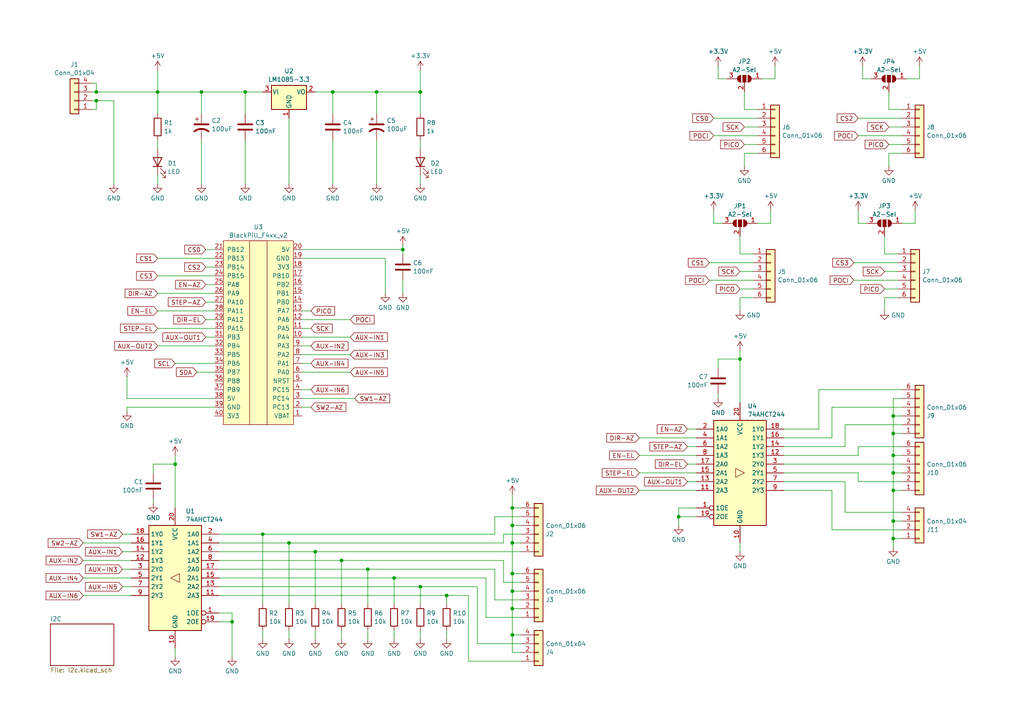
<source format=kicad_sch>
(kicad_sch
	(version 20231120)
	(generator "eeschema")
	(generator_version "8.0")
	(uuid "c1caf198-39aa-41db-9fe6-a03bb1951cde")
	(paper "A4")
	
	(junction
		(at 148.59 157.48)
		(diameter 0)
		(color 0 0 0 0)
		(uuid "0178c2bd-7e0a-47a1-9806-acd96fb6df3f")
	)
	(junction
		(at 45.72 26.67)
		(diameter 0)
		(color 0 0 0 0)
		(uuid "053b6d78-a754-4fdd-83cc-00c072db8a8e")
	)
	(junction
		(at 121.92 170.18)
		(diameter 0)
		(color 0 0 0 0)
		(uuid "083e1d37-4b3d-493d-a7c3-4bbe8afc80f7")
	)
	(junction
		(at 106.68 165.1)
		(diameter 0)
		(color 0 0 0 0)
		(uuid "13ee5076-23ad-4f21-b18c-c0cf0c14cb4b")
	)
	(junction
		(at 259.08 132.08)
		(diameter 0)
		(color 0 0 0 0)
		(uuid "2a22a0f7-ac75-4e9b-b0aa-044a481b6901")
	)
	(junction
		(at 99.06 162.56)
		(diameter 0)
		(color 0 0 0 0)
		(uuid "2f70c57c-066c-47c7-959f-16a276f4e1d6")
	)
	(junction
		(at 58.42 26.67)
		(diameter 0)
		(color 0 0 0 0)
		(uuid "30180804-8a51-4a80-a775-46444f2976e3")
	)
	(junction
		(at 109.22 26.67)
		(diameter 0)
		(color 0 0 0 0)
		(uuid "34c91c80-3ae0-40f1-988c-ca04de2eba24")
	)
	(junction
		(at 259.08 142.24)
		(diameter 0)
		(color 0 0 0 0)
		(uuid "4c237443-8baa-42e7-8778-868a6e2c8c67")
	)
	(junction
		(at 121.92 26.67)
		(diameter 0)
		(color 0 0 0 0)
		(uuid "4e338f85-c3f1-4bc4-ad1c-5b55a3056017")
	)
	(junction
		(at 259.08 137.16)
		(diameter 0)
		(color 0 0 0 0)
		(uuid "59703cda-93f3-4e59-a73b-8232d1be959f")
	)
	(junction
		(at 148.59 147.32)
		(diameter 0)
		(color 0 0 0 0)
		(uuid "63e3a44a-5685-46f5-b350-b34b43806400")
	)
	(junction
		(at 76.2 154.94)
		(diameter 0)
		(color 0 0 0 0)
		(uuid "6855dd30-90b7-4cdb-9ad0-6505e7e2b611")
	)
	(junction
		(at 148.59 166.37)
		(diameter 0)
		(color 0 0 0 0)
		(uuid "6cdedb91-8b27-4422-aeeb-ab3b18b16277")
	)
	(junction
		(at 148.59 176.53)
		(diameter 0)
		(color 0 0 0 0)
		(uuid "7ba07608-b007-4fba-a739-8f55c2366993")
	)
	(junction
		(at 148.59 152.4)
		(diameter 0)
		(color 0 0 0 0)
		(uuid "7c0c0135-ca18-4b79-b36d-21d1afcc8ec3")
	)
	(junction
		(at 214.63 104.14)
		(diameter 0)
		(color 0 0 0 0)
		(uuid "8ac0dd6d-6513-48c3-8f46-6ca01b0c3ee8")
	)
	(junction
		(at 83.82 157.48)
		(diameter 0)
		(color 0 0 0 0)
		(uuid "8e24277b-ebf9-43d9-acbb-239d5c307150")
	)
	(junction
		(at 259.08 156.21)
		(diameter 0)
		(color 0 0 0 0)
		(uuid "92e23385-5172-49e3-9bee-ec18b6418080")
	)
	(junction
		(at 27.94 29.21)
		(diameter 0)
		(color 0 0 0 0)
		(uuid "9a2945ac-0659-463f-b21b-517112988b3c")
	)
	(junction
		(at 148.59 184.15)
		(diameter 0)
		(color 0 0 0 0)
		(uuid "9a3ff032-bc60-4866-a2f2-6824b43f41f1")
	)
	(junction
		(at 114.3 167.64)
		(diameter 0)
		(color 0 0 0 0)
		(uuid "9aa7d8d7-945d-4cf7-b0fc-f416fd100cb1")
	)
	(junction
		(at 96.52 26.67)
		(diameter 0)
		(color 0 0 0 0)
		(uuid "a043115b-d2ec-48cd-b772-2a66c4003e8b")
	)
	(junction
		(at 148.59 171.45)
		(diameter 0)
		(color 0 0 0 0)
		(uuid "a505108d-3054-4789-8ae7-df76c8d666b6")
	)
	(junction
		(at 196.85 149.86)
		(diameter 0)
		(color 0 0 0 0)
		(uuid "a9b7e355-a174-415e-be9f-cd612b2dce34")
	)
	(junction
		(at 259.08 120.65)
		(diameter 0)
		(color 0 0 0 0)
		(uuid "ab1c9bbd-a632-4876-b3d0-6f5313bce5c2")
	)
	(junction
		(at 129.54 172.72)
		(diameter 0)
		(color 0 0 0 0)
		(uuid "b2484279-26e0-4290-98c7-64f2f103af3c")
	)
	(junction
		(at 116.84 72.39)
		(diameter 0)
		(color 0 0 0 0)
		(uuid "dd19121d-b811-449e-8462-04e04d4e0207")
	)
	(junction
		(at 259.08 151.13)
		(diameter 0)
		(color 0 0 0 0)
		(uuid "df5dd5c9-847b-4bc9-ad36-7ef1f5a36593")
	)
	(junction
		(at 27.94 26.67)
		(diameter 0)
		(color 0 0 0 0)
		(uuid "e0e73a42-f93d-48d1-9e36-d7ef38c6f090")
	)
	(junction
		(at 259.08 125.73)
		(diameter 0)
		(color 0 0 0 0)
		(uuid "e510e66f-7a70-4fab-b49c-03afcfef8f9b")
	)
	(junction
		(at 71.12 26.67)
		(diameter 0)
		(color 0 0 0 0)
		(uuid "e5345c80-4399-4e75-af2b-0685f3b4cbcd")
	)
	(junction
		(at 50.8 134.62)
		(diameter 0)
		(color 0 0 0 0)
		(uuid "ef89ae4e-e27b-4990-98c1-66154eb4337e")
	)
	(junction
		(at 91.44 160.02)
		(diameter 0)
		(color 0 0 0 0)
		(uuid "f85b394f-fa45-419e-b737-6dbb2f9da894")
	)
	(junction
		(at 67.31 180.34)
		(diameter 0)
		(color 0 0 0 0)
		(uuid "ffe2dfc4-be22-4dfc-b437-c367b0e1ae4c")
	)
	(wire
		(pts
			(xy 148.59 143.51) (xy 148.59 147.32)
		)
		(stroke
			(width 0)
			(type default)
		)
		(uuid "00dcbc8f-6d69-4816-9d88-02c32ed5e54f")
	)
	(wire
		(pts
			(xy 76.2 182.88) (xy 76.2 185.42)
		)
		(stroke
			(width 0)
			(type default)
		)
		(uuid "027fc52d-06a4-4f4d-b867-97b93eda525b")
	)
	(wire
		(pts
			(xy 148.59 147.32) (xy 148.59 152.4)
		)
		(stroke
			(width 0)
			(type default)
		)
		(uuid "04cb8872-96c3-42d5-a162-5b2d40e124b4")
	)
	(wire
		(pts
			(xy 148.59 176.53) (xy 151.13 176.53)
		)
		(stroke
			(width 0)
			(type default)
		)
		(uuid "0555ba9b-94f6-4056-aab3-3092d5de2ac9")
	)
	(wire
		(pts
			(xy 36.83 118.11) (xy 62.23 118.11)
		)
		(stroke
			(width 0)
			(type default)
		)
		(uuid "07fa662e-215f-4bd9-a2e1-8b9944acd573")
	)
	(wire
		(pts
			(xy 121.92 50.8) (xy 121.92 53.34)
		)
		(stroke
			(width 0)
			(type default)
		)
		(uuid "08feb103-77a4-4727-b10b-ab7ae5b91d2a")
	)
	(wire
		(pts
			(xy 58.42 40.64) (xy 58.42 53.34)
		)
		(stroke
			(width 0)
			(type default)
		)
		(uuid "0c7e452e-7ee5-45b5-b22d-ba710fbcd10e")
	)
	(wire
		(pts
			(xy 148.59 171.45) (xy 151.13 171.45)
		)
		(stroke
			(width 0)
			(type default)
		)
		(uuid "0cc2b629-8d5d-4926-a155-81f38338533c")
	)
	(wire
		(pts
			(xy 35.56 160.02) (xy 38.1 160.02)
		)
		(stroke
			(width 0)
			(type default)
		)
		(uuid "0d004969-00e3-4c17-81f8-3c73de591be0")
	)
	(wire
		(pts
			(xy 151.13 173.99) (xy 143.51 173.99)
		)
		(stroke
			(width 0)
			(type default)
		)
		(uuid "0e021285-6fb4-42e7-b2c2-0db9096d6932")
	)
	(wire
		(pts
			(xy 87.63 72.39) (xy 116.84 72.39)
		)
		(stroke
			(width 0)
			(type default)
		)
		(uuid "0e0212c9-8c33-4d26-91e3-72d616eaad15")
	)
	(wire
		(pts
			(xy 262.89 22.86) (xy 266.7 22.86)
		)
		(stroke
			(width 0)
			(type default)
		)
		(uuid "0fd53a82-88e2-44f3-a0dc-1a9a3ecd004f")
	)
	(wire
		(pts
			(xy 24.13 162.56) (xy 38.1 162.56)
		)
		(stroke
			(width 0)
			(type default)
		)
		(uuid "115de75c-0271-4749-acf6-90001f11cea6")
	)
	(wire
		(pts
			(xy 50.8 134.62) (xy 50.8 147.32)
		)
		(stroke
			(width 0)
			(type default)
		)
		(uuid "11af728b-922e-4ee6-bdd4-adfb23b330e2")
	)
	(wire
		(pts
			(xy 35.56 154.94) (xy 38.1 154.94)
		)
		(stroke
			(width 0)
			(type default)
		)
		(uuid "14097aaf-0c2f-4912-b251-29903e7019c0")
	)
	(wire
		(pts
			(xy 208.28 106.68) (xy 208.28 104.14)
		)
		(stroke
			(width 0)
			(type default)
		)
		(uuid "168ebbc3-049e-4f54-bd81-4e5e84bc3ede")
	)
	(wire
		(pts
			(xy 121.92 170.18) (xy 138.43 170.18)
		)
		(stroke
			(width 0)
			(type default)
		)
		(uuid "1770ee0e-39b6-41d0-8546-23d8caec6485")
	)
	(wire
		(pts
			(xy 87.63 92.71) (xy 101.6 92.71)
		)
		(stroke
			(width 0)
			(type default)
		)
		(uuid "17d1163b-535f-4f14-9bd1-3781a7cd154f")
	)
	(wire
		(pts
			(xy 250.19 19.05) (xy 250.19 22.86)
		)
		(stroke
			(width 0)
			(type default)
		)
		(uuid "180ffebe-fb0d-4a7a-b124-d2cabe2d268f")
	)
	(wire
		(pts
			(xy 27.94 26.67) (xy 45.72 26.67)
		)
		(stroke
			(width 0)
			(type default)
		)
		(uuid "191485bc-977f-451c-8693-f1c93aa01e4d")
	)
	(wire
		(pts
			(xy 208.28 19.05) (xy 208.28 22.86)
		)
		(stroke
			(width 0)
			(type default)
		)
		(uuid "1a687efc-bc01-4711-b1c9-f5f03da6ed2e")
	)
	(wire
		(pts
			(xy 116.84 81.28) (xy 116.84 85.09)
		)
		(stroke
			(width 0)
			(type default)
		)
		(uuid "1c7faee6-36f5-4a95-8730-d2892c831425")
	)
	(wire
		(pts
			(xy 71.12 40.64) (xy 71.12 53.34)
		)
		(stroke
			(width 0)
			(type default)
		)
		(uuid "1d0d5e65-0742-446b-a1b8-fb58ee00cc62")
	)
	(wire
		(pts
			(xy 196.85 149.86) (xy 196.85 152.4)
		)
		(stroke
			(width 0)
			(type default)
		)
		(uuid "208ad7bd-9172-4247-92be-7c981e322359")
	)
	(wire
		(pts
			(xy 109.22 40.64) (xy 109.22 53.34)
		)
		(stroke
			(width 0)
			(type default)
		)
		(uuid "21e3cc21-d788-4061-8671-4e706e182b30")
	)
	(wire
		(pts
			(xy 148.59 176.53) (xy 148.59 184.15)
		)
		(stroke
			(width 0)
			(type default)
		)
		(uuid "233ef007-88f5-4874-af33-a9279ad47ade")
	)
	(wire
		(pts
			(xy 259.08 137.16) (xy 261.62 137.16)
		)
		(stroke
			(width 0)
			(type default)
		)
		(uuid "270584c3-c13d-472a-ac89-7ad168480647")
	)
	(wire
		(pts
			(xy 106.68 182.88) (xy 106.68 185.42)
		)
		(stroke
			(width 0)
			(type default)
		)
		(uuid "27160a86-13ee-4e96-9918-ef2d1db7a06a")
	)
	(wire
		(pts
			(xy 63.5 177.8) (xy 67.31 177.8)
		)
		(stroke
			(width 0)
			(type default)
		)
		(uuid "287f1eb1-efff-4aa6-a9bd-a01d53136689")
	)
	(wire
		(pts
			(xy 57.15 107.95) (xy 62.23 107.95)
		)
		(stroke
			(width 0)
			(type default)
		)
		(uuid "29b541e0-3a38-4915-850c-467d4aa7c67c")
	)
	(wire
		(pts
			(xy 185.42 142.24) (xy 201.93 142.24)
		)
		(stroke
			(width 0)
			(type default)
		)
		(uuid "2b6ee5a5-292a-4f92-b0c3-579527565104")
	)
	(wire
		(pts
			(xy 45.72 80.01) (xy 62.23 80.01)
		)
		(stroke
			(width 0)
			(type default)
		)
		(uuid "2b965b8c-a7cc-4a39-b73f-188d410a17ba")
	)
	(wire
		(pts
			(xy 96.52 26.67) (xy 109.22 26.67)
		)
		(stroke
			(width 0)
			(type default)
		)
		(uuid "2d33a81e-e531-40bd-a902-1ab6eb496027")
	)
	(wire
		(pts
			(xy 45.72 50.8) (xy 45.72 53.34)
		)
		(stroke
			(width 0)
			(type default)
		)
		(uuid "2e5fbcc3-911b-4f7d-8635-da10430ecdf4")
	)
	(wire
		(pts
			(xy 63.5 162.56) (xy 99.06 162.56)
		)
		(stroke
			(width 0)
			(type default)
		)
		(uuid "2e706cbf-055d-43ac-b365-2cdc04088f94")
	)
	(wire
		(pts
			(xy 261.62 44.45) (xy 257.81 44.45)
		)
		(stroke
			(width 0)
			(type default)
		)
		(uuid "2eed5c52-d276-4b27-8351-32148b4eda07")
	)
	(wire
		(pts
			(xy 148.59 152.4) (xy 151.13 152.4)
		)
		(stroke
			(width 0)
			(type default)
		)
		(uuid "2f2f60df-1eb7-4420-bbd0-413f3094b53e")
	)
	(wire
		(pts
			(xy 50.8 105.41) (xy 62.23 105.41)
		)
		(stroke
			(width 0)
			(type default)
		)
		(uuid "30113e4d-506a-46a0-b8ac-5fcfb77d252c")
	)
	(wire
		(pts
			(xy 36.83 109.22) (xy 36.83 115.57)
		)
		(stroke
			(width 0)
			(type default)
		)
		(uuid "3026f348-33d8-439f-aec6-cb949e2180a8")
	)
	(wire
		(pts
			(xy 87.63 105.41) (xy 90.17 105.41)
		)
		(stroke
			(width 0)
			(type default)
		)
		(uuid "30275c4b-6a68-4ce0-9881-d0ce46a9b7ec")
	)
	(wire
		(pts
			(xy 121.92 26.67) (xy 121.92 33.02)
		)
		(stroke
			(width 0)
			(type default)
		)
		(uuid "3045edf0-f42a-4943-8f4c-c3ad3979a285")
	)
	(wire
		(pts
			(xy 45.72 95.25) (xy 62.23 95.25)
		)
		(stroke
			(width 0)
			(type default)
		)
		(uuid "304cbe2e-eac1-43c9-9d81-c67c81ff9dbb")
	)
	(wire
		(pts
			(xy 36.83 119.38) (xy 36.83 118.11)
		)
		(stroke
			(width 0)
			(type default)
		)
		(uuid "30c6d308-ecf0-434e-bebc-d75edfdaf963")
	)
	(wire
		(pts
			(xy 237.49 124.46) (xy 227.33 124.46)
		)
		(stroke
			(width 0)
			(type default)
		)
		(uuid "30dd93f3-cda7-4a90-bba2-90a1f5829e3f")
	)
	(wire
		(pts
			(xy 116.84 72.39) (xy 116.84 73.66)
		)
		(stroke
			(width 0)
			(type default)
		)
		(uuid "33bc6786-aeeb-4049-a2c5-03259e244d85")
	)
	(wire
		(pts
			(xy 257.81 26.67) (xy 257.81 31.75)
		)
		(stroke
			(width 0)
			(type default)
		)
		(uuid "33d67b0b-00e4-4d65-9b79-7046052d062f")
	)
	(wire
		(pts
			(xy 135.89 191.77) (xy 151.13 191.77)
		)
		(stroke
			(width 0)
			(type default)
		)
		(uuid "3818f2e9-2a9b-4fd9-bfcf-123327878d5e")
	)
	(wire
		(pts
			(xy 121.92 182.88) (xy 121.92 185.42)
		)
		(stroke
			(width 0)
			(type default)
		)
		(uuid "38216aaf-c0f2-4e8c-a747-c910e6084ad0")
	)
	(wire
		(pts
			(xy 109.22 26.67) (xy 121.92 26.67)
		)
		(stroke
			(width 0)
			(type default)
		)
		(uuid "3a348185-b2c4-4998-8ba6-35e14ccf2faa")
	)
	(wire
		(pts
			(xy 87.63 113.03) (xy 90.17 113.03)
		)
		(stroke
			(width 0)
			(type default)
		)
		(uuid "3ac79e29-c853-470a-9c5a-e28ef7792e5a")
	)
	(wire
		(pts
			(xy 219.71 44.45) (xy 215.9 44.45)
		)
		(stroke
			(width 0)
			(type default)
		)
		(uuid "3d0b595f-ecda-4982-a5e4-31b2a6bbbde5")
	)
	(wire
		(pts
			(xy 259.08 151.13) (xy 261.62 151.13)
		)
		(stroke
			(width 0)
			(type default)
		)
		(uuid "3d60634f-875e-43a0-8fc8-283d21524b10")
	)
	(wire
		(pts
			(xy 199.39 124.46) (xy 201.93 124.46)
		)
		(stroke
			(width 0)
			(type default)
		)
		(uuid "3dfe7eee-0352-474e-8fbb-2b592bd86e23")
	)
	(wire
		(pts
			(xy 121.92 26.67) (xy 121.92 20.32)
		)
		(stroke
			(width 0)
			(type default)
		)
		(uuid "3e06aa41-527a-4fd0-b277-1ad97a7ccf29")
	)
	(wire
		(pts
			(xy 146.05 168.91) (xy 146.05 162.56)
		)
		(stroke
			(width 0)
			(type default)
		)
		(uuid "3efe059a-fc56-4170-ab59-e1569082309f")
	)
	(wire
		(pts
			(xy 207.01 34.29) (xy 219.71 34.29)
		)
		(stroke
			(width 0)
			(type default)
		)
		(uuid "404d48cf-8ea2-41f7-9458-1b9888866361")
	)
	(wire
		(pts
			(xy 148.59 152.4) (xy 148.59 157.48)
		)
		(stroke
			(width 0)
			(type default)
		)
		(uuid "406a018f-152c-42c9-b642-4fa61f62b209")
	)
	(wire
		(pts
			(xy 143.51 154.94) (xy 76.2 154.94)
		)
		(stroke
			(width 0)
			(type default)
		)
		(uuid "414a7750-1f69-4dad-ae9c-9f50e33f1b58")
	)
	(wire
		(pts
			(xy 245.11 129.54) (xy 227.33 129.54)
		)
		(stroke
			(width 0)
			(type default)
		)
		(uuid "43a425d7-4974-484d-9988-26ee5c2b72af")
	)
	(wire
		(pts
			(xy 261.62 139.7) (xy 248.92 139.7)
		)
		(stroke
			(width 0)
			(type default)
		)
		(uuid "445e3e21-fb9c-49f0-aa0b-ce19fa6e90f9")
	)
	(wire
		(pts
			(xy 227.33 142.24) (xy 241.3 142.24)
		)
		(stroke
			(width 0)
			(type default)
		)
		(uuid "454a43f2-f276-463f-adcf-97caf8e31c96")
	)
	(wire
		(pts
			(xy 248.92 132.08) (xy 227.33 132.08)
		)
		(stroke
			(width 0)
			(type default)
		)
		(uuid "4716f362-f676-4e7c-8fe9-8476285effef")
	)
	(wire
		(pts
			(xy 91.44 160.02) (xy 151.13 160.02)
		)
		(stroke
			(width 0)
			(type default)
		)
		(uuid "494d7ed4-8c11-4aa0-8fe7-ef1900c8623d")
	)
	(wire
		(pts
			(xy 63.5 172.72) (xy 129.54 172.72)
		)
		(stroke
			(width 0)
			(type default)
		)
		(uuid "4a05a5cd-c898-4191-b730-6b429b35ec21")
	)
	(wire
		(pts
			(xy 208.28 114.3) (xy 208.28 115.57)
		)
		(stroke
			(width 0)
			(type default)
		)
		(uuid "4b98e17b-0704-41dd-9abe-2961c0506501")
	)
	(wire
		(pts
			(xy 138.43 186.69) (xy 151.13 186.69)
		)
		(stroke
			(width 0)
			(type default)
		)
		(uuid "4d7a9f0f-e004-40ca-9f88-32deb3f36efa")
	)
	(wire
		(pts
			(xy 106.68 165.1) (xy 106.68 175.26)
		)
		(stroke
			(width 0)
			(type default)
		)
		(uuid "4fec17ee-2fb1-4e29-9ed9-513e89fe610d")
	)
	(wire
		(pts
			(xy 114.3 167.64) (xy 114.3 175.26)
		)
		(stroke
			(width 0)
			(type default)
		)
		(uuid "508f932b-b6dd-43bc-ada4-55940890d730")
	)
	(wire
		(pts
			(xy 96.52 40.64) (xy 96.52 53.34)
		)
		(stroke
			(width 0)
			(type default)
		)
		(uuid "50aa3d97-997d-4fd6-ab54-567b482f45ea")
	)
	(wire
		(pts
			(xy 248.92 129.54) (xy 248.92 132.08)
		)
		(stroke
			(width 0)
			(type default)
		)
		(uuid "5321a063-6a51-4eb1-aa62-f65f235e0f12")
	)
	(wire
		(pts
			(xy 265.43 64.77) (xy 265.43 60.96)
		)
		(stroke
			(width 0)
			(type default)
		)
		(uuid "53a1d026-179d-426a-882c-5ce0add475ee")
	)
	(wire
		(pts
			(xy 257.81 41.91) (xy 261.62 41.91)
		)
		(stroke
			(width 0)
			(type default)
		)
		(uuid "53d771fc-9657-4eb2-a128-ec5da09da939")
	)
	(wire
		(pts
			(xy 135.89 172.72) (xy 135.89 191.77)
		)
		(stroke
			(width 0)
			(type default)
		)
		(uuid "53d95bfa-93f2-49c0-a54b-2fe4c2f91756")
	)
	(wire
		(pts
			(xy 241.3 153.67) (xy 261.62 153.67)
		)
		(stroke
			(width 0)
			(type default)
		)
		(uuid "54262ca3-ac68-4a62-a405-f26825392842")
	)
	(wire
		(pts
			(xy 63.5 167.64) (xy 114.3 167.64)
		)
		(stroke
			(width 0)
			(type default)
		)
		(uuid "547822b7-8261-41f4-9761-b7f753d39513")
	)
	(wire
		(pts
			(xy 224.79 22.86) (xy 224.79 19.05)
		)
		(stroke
			(width 0)
			(type default)
		)
		(uuid "552848fa-2540-40fe-a2ec-740a859d829c")
	)
	(wire
		(pts
			(xy 207.01 64.77) (xy 209.55 64.77)
		)
		(stroke
			(width 0)
			(type default)
		)
		(uuid "55a7022a-0d03-4d11-ba65-900e0aa329e5")
	)
	(wire
		(pts
			(xy 250.19 22.86) (xy 252.73 22.86)
		)
		(stroke
			(width 0)
			(type default)
		)
		(uuid "5684e5cf-6465-4960-8753-b85d8aa62bb9")
	)
	(wire
		(pts
			(xy 138.43 170.18) (xy 138.43 186.69)
		)
		(stroke
			(width 0)
			(type default)
		)
		(uuid "56921b23-ae4d-4013-a6e5-4d0f2d0c914e")
	)
	(wire
		(pts
			(xy 121.92 40.64) (xy 121.92 43.18)
		)
		(stroke
			(width 0)
			(type default)
		)
		(uuid "5760cb29-1335-4b83-b163-d4aba02f07d4")
	)
	(wire
		(pts
			(xy 63.5 180.34) (xy 67.31 180.34)
		)
		(stroke
			(width 0)
			(type default)
		)
		(uuid "59c71e52-97ab-4a28-bf3e-b0140827f9b8")
	)
	(wire
		(pts
			(xy 140.97 179.07) (xy 140.97 167.64)
		)
		(stroke
			(width 0)
			(type default)
		)
		(uuid "5a274ee4-5bc4-477c-b41b-8dccb3049ac3")
	)
	(wire
		(pts
			(xy 24.13 157.48) (xy 38.1 157.48)
		)
		(stroke
			(width 0)
			(type default)
		)
		(uuid "5a3c7345-8ea5-4c3e-a44c-0befbe44ea14")
	)
	(wire
		(pts
			(xy 109.22 26.67) (xy 109.22 33.02)
		)
		(stroke
			(width 0)
			(type default)
		)
		(uuid "5b8c8116-deb3-4d7b-b410-a2763f24add4")
	)
	(wire
		(pts
			(xy 248.92 34.29) (xy 261.62 34.29)
		)
		(stroke
			(width 0)
			(type default)
		)
		(uuid "5bae489a-548e-417e-947c-9c6dc3eea9aa")
	)
	(wire
		(pts
			(xy 214.63 157.48) (xy 214.63 160.02)
		)
		(stroke
			(width 0)
			(type default)
		)
		(uuid "5d473302-3f88-4d6d-8355-2bdec71d0073")
	)
	(wire
		(pts
			(xy 45.72 26.67) (xy 45.72 33.02)
		)
		(stroke
			(width 0)
			(type default)
		)
		(uuid "5fc43854-b24e-4b02-a34e-df96ee03167e")
	)
	(wire
		(pts
			(xy 256.54 86.36) (xy 256.54 90.17)
		)
		(stroke
			(width 0)
			(type default)
		)
		(uuid "5fe3e5ff-91be-4c6d-b6b6-1c2ce92fadb0")
	)
	(wire
		(pts
			(xy 71.12 26.67) (xy 76.2 26.67)
		)
		(stroke
			(width 0)
			(type default)
		)
		(uuid "61118c49-867a-4e1b-9e0b-b5ab3dba1810")
	)
	(wire
		(pts
			(xy 151.13 149.86) (xy 143.51 149.86)
		)
		(stroke
			(width 0)
			(type default)
		)
		(uuid "62e4cd9b-f1c8-4561-9340-cc241cccc774")
	)
	(wire
		(pts
			(xy 63.5 165.1) (xy 106.68 165.1)
		)
		(stroke
			(width 0)
			(type default)
		)
		(uuid "63fb8e73-04ea-43f7-8efd-d881f4e4683b")
	)
	(wire
		(pts
			(xy 185.42 137.16) (xy 201.93 137.16)
		)
		(stroke
			(width 0)
			(type default)
		)
		(uuid "649858b2-b4bc-4312-ab53-d90d3ac1ebcf")
	)
	(wire
		(pts
			(xy 260.35 86.36) (xy 256.54 86.36)
		)
		(stroke
			(width 0)
			(type default)
		)
		(uuid "64dd1bfa-9219-495e-a36f-023af554172a")
	)
	(wire
		(pts
			(xy 27.94 24.13) (xy 27.94 26.67)
		)
		(stroke
			(width 0)
			(type default)
		)
		(uuid "66ca106f-2251-4058-b3dc-0c8a9ba0a457")
	)
	(wire
		(pts
			(xy 199.39 139.7) (xy 201.93 139.7)
		)
		(stroke
			(width 0)
			(type default)
		)
		(uuid "66eb54a8-d868-4457-bc0f-61e64433344f")
	)
	(wire
		(pts
			(xy 87.63 118.11) (xy 90.17 118.11)
		)
		(stroke
			(width 0)
			(type default)
		)
		(uuid "681857bf-1bd8-4fb2-b44e-7cb80da65da7")
	)
	(wire
		(pts
			(xy 59.69 82.55) (xy 62.23 82.55)
		)
		(stroke
			(width 0)
			(type default)
		)
		(uuid "69aaba23-a02b-41b3-a14a-8dc81668ea9f")
	)
	(wire
		(pts
			(xy 261.62 125.73) (xy 259.08 125.73)
		)
		(stroke
			(width 0)
			(type default)
		)
		(uuid "6b485eda-8941-43c3-9341-ca0028b62cdd")
	)
	(wire
		(pts
			(xy 219.71 31.75) (xy 215.9 31.75)
		)
		(stroke
			(width 0)
			(type default)
		)
		(uuid "6dcb020b-c8f5-4f98-b0d9-f3a75654e779")
	)
	(wire
		(pts
			(xy 45.72 100.33) (xy 62.23 100.33)
		)
		(stroke
			(width 0)
			(type default)
		)
		(uuid "6e995bf0-0738-4af2-b2b8-0a88e2c22597")
	)
	(wire
		(pts
			(xy 208.28 104.14) (xy 214.63 104.14)
		)
		(stroke
			(width 0)
			(type default)
		)
		(uuid "707e7a83-7b69-42d0-9c80-41d68d3d2f7c")
	)
	(wire
		(pts
			(xy 83.82 157.48) (xy 146.05 157.48)
		)
		(stroke
			(width 0)
			(type default)
		)
		(uuid "716ead42-c8f7-4bda-940f-414aab43e635")
	)
	(wire
		(pts
			(xy 59.69 72.39) (xy 62.23 72.39)
		)
		(stroke
			(width 0)
			(type default)
		)
		(uuid "71b45e69-89b3-49ca-9987-85d9c78b637c")
	)
	(wire
		(pts
			(xy 87.63 97.79) (xy 101.6 97.79)
		)
		(stroke
			(width 0)
			(type default)
		)
		(uuid "73735916-ca85-474d-88f9-ceedffa05045")
	)
	(wire
		(pts
			(xy 91.44 182.88) (xy 91.44 185.42)
		)
		(stroke
			(width 0)
			(type default)
		)
		(uuid "75a8f142-4242-46c9-834a-4f6b943ba8dc")
	)
	(wire
		(pts
			(xy 35.56 170.18) (xy 38.1 170.18)
		)
		(stroke
			(width 0)
			(type default)
		)
		(uuid "77b7e360-52e7-4f85-88d7-911c66381bf5")
	)
	(wire
		(pts
			(xy 248.92 64.77) (xy 251.46 64.77)
		)
		(stroke
			(width 0)
			(type default)
		)
		(uuid "787386e5-c190-4074-ba58-1aa6f7f6501d")
	)
	(wire
		(pts
			(xy 259.08 132.08) (xy 259.08 137.16)
		)
		(stroke
			(width 0)
			(type default)
		)
		(uuid "78f305e4-6637-4d1e-a062-737e937c10bf")
	)
	(wire
		(pts
			(xy 83.82 34.29) (xy 83.82 53.34)
		)
		(stroke
			(width 0)
			(type default)
		)
		(uuid "799cc251-1da4-4e0b-b3bd-71b377383b9e")
	)
	(wire
		(pts
			(xy 58.42 26.67) (xy 45.72 26.67)
		)
		(stroke
			(width 0)
			(type default)
		)
		(uuid "79e801b9-2328-45a8-be68-e95a6a7e1690")
	)
	(wire
		(pts
			(xy 114.3 167.64) (xy 140.97 167.64)
		)
		(stroke
			(width 0)
			(type default)
		)
		(uuid "7b3eabdf-4bc7-49ff-bf17-152a7aaab2dd")
	)
	(wire
		(pts
			(xy 99.06 162.56) (xy 146.05 162.56)
		)
		(stroke
			(width 0)
			(type default)
		)
		(uuid "7cd7d905-570a-4199-90f4-a7c90899d55d")
	)
	(wire
		(pts
			(xy 227.33 139.7) (xy 245.11 139.7)
		)
		(stroke
			(width 0)
			(type default)
		)
		(uuid "7cfc98f0-556c-41b2-bf34-8861e2ba8dd2")
	)
	(wire
		(pts
			(xy 71.12 26.67) (xy 71.12 33.02)
		)
		(stroke
			(width 0)
			(type default)
		)
		(uuid "7f0643f6-3826-4ee7-afd7-ad747b65a74b")
	)
	(wire
		(pts
			(xy 63.5 170.18) (xy 121.92 170.18)
		)
		(stroke
			(width 0)
			(type default)
		)
		(uuid "7f26da72-15ca-4fa8-9bc6-4b6d2899cfa9")
	)
	(wire
		(pts
			(xy 24.13 172.72) (xy 38.1 172.72)
		)
		(stroke
			(width 0)
			(type default)
		)
		(uuid "7fc119d4-f04d-4395-b6b7-f853192251ba")
	)
	(wire
		(pts
			(xy 205.74 76.2) (xy 218.44 76.2)
		)
		(stroke
			(width 0)
			(type default)
		)
		(uuid "81376fa9-4865-4958-b3cd-467ac49824c5")
	)
	(wire
		(pts
			(xy 215.9 26.67) (xy 215.9 31.75)
		)
		(stroke
			(width 0)
			(type default)
		)
		(uuid "82538ae7-172d-4a8c-ae87-7b09e617fbf6")
	)
	(wire
		(pts
			(xy 257.81 44.45) (xy 257.81 48.26)
		)
		(stroke
			(width 0)
			(type default)
		)
		(uuid "854fa227-9626-4f09-ae6e-fa58a27f453f")
	)
	(wire
		(pts
			(xy 260.35 73.66) (xy 256.54 73.66)
		)
		(stroke
			(width 0)
			(type default)
		)
		(uuid "85eba505-4e18-498b-8cb7-007d9efe2d4b")
	)
	(wire
		(pts
			(xy 214.63 104.14) (xy 214.63 116.84)
		)
		(stroke
			(width 0)
			(type default)
		)
		(uuid "873ec176-ec9a-4ffc-9264-07ac81179b04")
	)
	(wire
		(pts
			(xy 59.69 77.47) (xy 62.23 77.47)
		)
		(stroke
			(width 0)
			(type default)
		)
		(uuid "8750eb36-0159-4fcc-a575-6cd5e9f1ab22")
	)
	(wire
		(pts
			(xy 148.59 147.32) (xy 151.13 147.32)
		)
		(stroke
			(width 0)
			(type default)
		)
		(uuid "8810fd35-222b-4892-b433-5f0606d237a5")
	)
	(wire
		(pts
			(xy 214.63 83.82) (xy 218.44 83.82)
		)
		(stroke
			(width 0)
			(type default)
		)
		(uuid "88d9404d-7e2d-4c85-97bd-aea3963a9ee9")
	)
	(wire
		(pts
			(xy 247.65 81.28) (xy 260.35 81.28)
		)
		(stroke
			(width 0)
			(type default)
		)
		(uuid "899ada8a-9d73-4bfe-bc16-6f19c5a15703")
	)
	(wire
		(pts
			(xy 44.45 137.16) (xy 44.45 134.62)
		)
		(stroke
			(width 0)
			(type default)
		)
		(uuid "8a31beea-5403-4f6d-9472-c1f4e166986a")
	)
	(wire
		(pts
			(xy 205.74 81.28) (xy 218.44 81.28)
		)
		(stroke
			(width 0)
			(type default)
		)
		(uuid "8b4fdc3c-c2b0-47ef-9377-434063914675")
	)
	(wire
		(pts
			(xy 261.62 129.54) (xy 248.92 129.54)
		)
		(stroke
			(width 0)
			(type default)
		)
		(uuid "8b59d4ec-3fbb-48ce-85fc-5ee6a7af4714")
	)
	(wire
		(pts
			(xy 148.59 184.15) (xy 151.13 184.15)
		)
		(stroke
			(width 0)
			(type default)
		)
		(uuid "8bcb9a7e-bfa9-4fd7-8b86-9aeeff72d4ad")
	)
	(wire
		(pts
			(xy 248.92 137.16) (xy 227.33 137.16)
		)
		(stroke
			(width 0)
			(type default)
		)
		(uuid "8be5a974-0eae-447b-b932-fab4388aeeb4")
	)
	(wire
		(pts
			(xy 148.59 171.45) (xy 148.59 176.53)
		)
		(stroke
			(width 0)
			(type default)
		)
		(uuid "8bf40ca8-8f1c-471a-942a-567b10be294a")
	)
	(wire
		(pts
			(xy 241.3 142.24) (xy 241.3 153.67)
		)
		(stroke
			(width 0)
			(type default)
		)
		(uuid "8c7c479b-1bb0-4855-bb30-b6d8435b8cd2")
	)
	(wire
		(pts
			(xy 148.59 184.15) (xy 148.59 189.23)
		)
		(stroke
			(width 0)
			(type default)
		)
		(uuid "8c876b7c-9a53-455e-8443-c3ef588492c9")
	)
	(wire
		(pts
			(xy 83.82 182.88) (xy 83.82 185.42)
		)
		(stroke
			(width 0)
			(type default)
		)
		(uuid "8da032c8-0276-475a-a7a7-facc574720db")
	)
	(wire
		(pts
			(xy 148.59 166.37) (xy 148.59 171.45)
		)
		(stroke
			(width 0)
			(type default)
		)
		(uuid "8dbbb99b-fb16-44c6-a250-80359b46c93c")
	)
	(wire
		(pts
			(xy 76.2 154.94) (xy 76.2 175.26)
		)
		(stroke
			(width 0)
			(type default)
		)
		(uuid "8e46b061-56d9-48d1-94c9-fdf064fa7458")
	)
	(wire
		(pts
			(xy 148.59 189.23) (xy 151.13 189.23)
		)
		(stroke
			(width 0)
			(type default)
		)
		(uuid "8e77a253-5668-49f3-bade-dd0bcf25267a")
	)
	(wire
		(pts
			(xy 261.62 123.19) (xy 245.11 123.19)
		)
		(stroke
			(width 0)
			(type default)
		)
		(uuid "90aed78d-7855-4489-9326-9913e963a33c")
	)
	(wire
		(pts
			(xy 45.72 90.17) (xy 62.23 90.17)
		)
		(stroke
			(width 0)
			(type default)
		)
		(uuid "90ee3d64-2da0-49ff-b062-52456b9fb5f0")
	)
	(wire
		(pts
			(xy 185.42 127) (xy 201.93 127)
		)
		(stroke
			(width 0)
			(type default)
		)
		(uuid "91743d20-006c-4b13-86a4-f27e4e2f063f")
	)
	(wire
		(pts
			(xy 199.39 134.62) (xy 201.93 134.62)
		)
		(stroke
			(width 0)
			(type default)
		)
		(uuid "937fc5fd-173a-4a74-a8c1-f234dfd90c1a")
	)
	(wire
		(pts
			(xy 50.8 132.08) (xy 50.8 134.62)
		)
		(stroke
			(width 0)
			(type default)
		)
		(uuid "951c77b6-c8f0-4639-82ef-e99015919294")
	)
	(wire
		(pts
			(xy 261.62 120.65) (xy 259.08 120.65)
		)
		(stroke
			(width 0)
			(type default)
		)
		(uuid "96c8ce58-a8b2-4bee-a22d-94dcb9ad2454")
	)
	(wire
		(pts
			(xy 58.42 26.67) (xy 71.12 26.67)
		)
		(stroke
			(width 0)
			(type default)
		)
		(uuid "971b5afe-30ee-461c-839b-bc3e1d692207")
	)
	(wire
		(pts
			(xy 259.08 120.65) (xy 259.08 125.73)
		)
		(stroke
			(width 0)
			(type default)
		)
		(uuid "977e6033-db4b-4dd7-95f0-53e67069a4cf")
	)
	(wire
		(pts
			(xy 83.82 157.48) (xy 63.5 157.48)
		)
		(stroke
			(width 0)
			(type default)
		)
		(uuid "984b724b-1ad3-4b18-b949-5c4097e484b8")
	)
	(wire
		(pts
			(xy 35.56 165.1) (xy 38.1 165.1)
		)
		(stroke
			(width 0)
			(type default)
		)
		(uuid "996db1d8-01b9-4185-a955-483b60d114f0")
	)
	(wire
		(pts
			(xy 111.76 74.93) (xy 111.76 85.09)
		)
		(stroke
			(width 0)
			(type default)
		)
		(uuid "9b3bd2fe-00f7-42d6-8ce2-b9e19ed79d7c")
	)
	(wire
		(pts
			(xy 259.08 142.24) (xy 261.62 142.24)
		)
		(stroke
			(width 0)
			(type default)
		)
		(uuid "9b463686-c0f1-4132-818b-573ac27f13a1")
	)
	(wire
		(pts
			(xy 207.01 39.37) (xy 219.71 39.37)
		)
		(stroke
			(width 0)
			(type default)
		)
		(uuid "9d384aed-d53d-4331-adca-bb3137476f65")
	)
	(wire
		(pts
			(xy 241.3 127) (xy 227.33 127)
		)
		(stroke
			(width 0)
			(type default)
		)
		(uuid "9dfee40b-e332-4012-a189-34110e8677ed")
	)
	(wire
		(pts
			(xy 63.5 160.02) (xy 91.44 160.02)
		)
		(stroke
			(width 0)
			(type default)
		)
		(uuid "9e417fad-1cc6-47c6-b085-f33c286a30c0")
	)
	(wire
		(pts
			(xy 148.59 157.48) (xy 148.59 166.37)
		)
		(stroke
			(width 0)
			(type default)
		)
		(uuid "9e48ee58-2cab-45b3-b401-9d0d58ca332b")
	)
	(wire
		(pts
			(xy 248.92 39.37) (xy 261.62 39.37)
		)
		(stroke
			(width 0)
			(type default)
		)
		(uuid "a0db5ab8-7ca7-4c82-a711-67c8556ec986")
	)
	(wire
		(pts
			(xy 59.69 87.63) (xy 62.23 87.63)
		)
		(stroke
			(width 0)
			(type default)
		)
		(uuid "a1770914-25c3-491d-8a42-895c0a28ae36")
	)
	(wire
		(pts
			(xy 129.54 182.88) (xy 129.54 185.42)
		)
		(stroke
			(width 0)
			(type default)
		)
		(uuid "a1898a72-6407-4144-99be-a1b47b80c9a1")
	)
	(wire
		(pts
			(xy 261.62 115.57) (xy 259.08 115.57)
		)
		(stroke
			(width 0)
			(type default)
		)
		(uuid "a3a3cbd6-b3cc-48b2-bcfb-e83e5cd6bbd7")
	)
	(wire
		(pts
			(xy 214.63 68.58) (xy 214.63 73.66)
		)
		(stroke
			(width 0)
			(type default)
		)
		(uuid "a3e9a1a6-95b5-4690-9780-62a31020695d")
	)
	(wire
		(pts
			(xy 129.54 172.72) (xy 129.54 175.26)
		)
		(stroke
			(width 0)
			(type default)
		)
		(uuid "a405fb94-2fdb-4305-a40e-af9c37cda40a")
	)
	(wire
		(pts
			(xy 257.81 36.83) (xy 261.62 36.83)
		)
		(stroke
			(width 0)
			(type default)
		)
		(uuid "a445fb59-d980-4d15-9530-497288844f08")
	)
	(wire
		(pts
			(xy 87.63 95.25) (xy 90.17 95.25)
		)
		(stroke
			(width 0)
			(type default)
		)
		(uuid "a516b831-66ec-4783-9185-7e07959b810f")
	)
	(wire
		(pts
			(xy 259.08 115.57) (xy 259.08 120.65)
		)
		(stroke
			(width 0)
			(type default)
		)
		(uuid "a7c93bfc-b887-4997-8ce9-a7bd5e5ff2a7")
	)
	(wire
		(pts
			(xy 259.08 151.13) (xy 259.08 156.21)
		)
		(stroke
			(width 0)
			(type default)
		)
		(uuid "a990893d-5e01-4f04-997c-5b59a25fa679")
	)
	(wire
		(pts
			(xy 223.52 64.77) (xy 223.52 60.96)
		)
		(stroke
			(width 0)
			(type default)
		)
		(uuid "ab4ae984-a938-4fe8-ab4d-05d9b11cb09e")
	)
	(wire
		(pts
			(xy 248.92 60.96) (xy 248.92 64.77)
		)
		(stroke
			(width 0)
			(type default)
		)
		(uuid "ab9406bf-b14e-45b1-a260-996cacc30a19")
	)
	(wire
		(pts
			(xy 261.62 64.77) (xy 265.43 64.77)
		)
		(stroke
			(width 0)
			(type default)
		)
		(uuid "aba8aafa-57b4-43ae-8c35-4395cf1d4da7")
	)
	(wire
		(pts
			(xy 87.63 107.95) (xy 101.6 107.95)
		)
		(stroke
			(width 0)
			(type default)
		)
		(uuid "ac5cb523-ed91-4a5a-872a-79a300b12bb6")
	)
	(wire
		(pts
			(xy 146.05 154.94) (xy 146.05 157.48)
		)
		(stroke
			(width 0)
			(type default)
		)
		(uuid "ae4644d9-4290-4721-b29c-a7b7bb194937")
	)
	(wire
		(pts
			(xy 196.85 147.32) (xy 201.93 147.32)
		)
		(stroke
			(width 0)
			(type default)
		)
		(uuid "b032b682-fbc3-47e3-83ce-2b2903a49421")
	)
	(wire
		(pts
			(xy 151.13 168.91) (xy 146.05 168.91)
		)
		(stroke
			(width 0)
			(type default)
		)
		(uuid "b15fad58-86ad-427e-802b-9b4f6d82e1eb")
	)
	(wire
		(pts
			(xy 259.08 132.08) (xy 261.62 132.08)
		)
		(stroke
			(width 0)
			(type default)
		)
		(uuid "b2c38cbf-0135-4287-b57a-46707872bce8")
	)
	(wire
		(pts
			(xy 67.31 180.34) (xy 67.31 190.5)
		)
		(stroke
			(width 0)
			(type default)
		)
		(uuid "b2f37d18-1ce8-446b-b906-99ea123d9b8f")
	)
	(wire
		(pts
			(xy 241.3 118.11) (xy 241.3 127)
		)
		(stroke
			(width 0)
			(type default)
		)
		(uuid "b367be8a-db65-4c95-bcfd-eafb24d60cde")
	)
	(wire
		(pts
			(xy 106.68 165.1) (xy 143.51 165.1)
		)
		(stroke
			(width 0)
			(type default)
		)
		(uuid "b4016c53-0dc0-4a70-b19a-41135144c60c")
	)
	(wire
		(pts
			(xy 27.94 31.75) (xy 27.94 29.21)
		)
		(stroke
			(width 0)
			(type default)
		)
		(uuid "b42f1d5b-fc0d-4855-8011-bd225aa65de5")
	)
	(wire
		(pts
			(xy 261.62 148.59) (xy 245.11 148.59)
		)
		(stroke
			(width 0)
			(type default)
		)
		(uuid "b4520b18-cd49-4dc3-ab0e-cbb20b069067")
	)
	(wire
		(pts
			(xy 215.9 44.45) (xy 215.9 48.26)
		)
		(stroke
			(width 0)
			(type default)
		)
		(uuid "b47e5eba-a876-4625-88aa-6b41dc889dcc")
	)
	(wire
		(pts
			(xy 259.08 156.21) (xy 261.62 156.21)
		)
		(stroke
			(width 0)
			(type default)
		)
		(uuid "b69f05b3-7938-4e84-9046-aa1b61320e06")
	)
	(wire
		(pts
			(xy 208.28 22.86) (xy 210.82 22.86)
		)
		(stroke
			(width 0)
			(type default)
		)
		(uuid "b6c1364a-1a3b-46ec-85f3-de1881994737")
	)
	(wire
		(pts
			(xy 218.44 86.36) (xy 214.63 86.36)
		)
		(stroke
			(width 0)
			(type default)
		)
		(uuid "b6c4ecc5-8993-46ae-94dc-b6e743775957")
	)
	(wire
		(pts
			(xy 148.59 166.37) (xy 151.13 166.37)
		)
		(stroke
			(width 0)
			(type default)
		)
		(uuid "b876bcf9-58a3-453d-9b69-ab3bd72a3048")
	)
	(wire
		(pts
			(xy 45.72 74.93) (xy 62.23 74.93)
		)
		(stroke
			(width 0)
			(type default)
		)
		(uuid "b8b06fbf-5ebf-40d2-8b10-316071e76c6c")
	)
	(wire
		(pts
			(xy 214.63 101.6) (xy 214.63 104.14)
		)
		(stroke
			(width 0)
			(type default)
		)
		(uuid "b91d6091-ce38-4047-bd3f-4d1db9de0ee4")
	)
	(wire
		(pts
			(xy 261.62 31.75) (xy 257.81 31.75)
		)
		(stroke
			(width 0)
			(type default)
		)
		(uuid "b9578cbc-5b5c-4faa-b911-663cc7990e85")
	)
	(wire
		(pts
			(xy 199.39 129.54) (xy 201.93 129.54)
		)
		(stroke
			(width 0)
			(type default)
		)
		(uuid "ba3df941-bb4b-4ae0-b8e9-7fe758cc6329")
	)
	(wire
		(pts
			(xy 24.13 167.64) (xy 38.1 167.64)
		)
		(stroke
			(width 0)
			(type default)
		)
		(uuid "bc747531-27bb-47f1-998b-4644d6646c8e")
	)
	(wire
		(pts
			(xy 259.08 156.21) (xy 259.08 158.75)
		)
		(stroke
			(width 0)
			(type default)
		)
		(uuid "bd660b40-d2f6-44f3-962a-f26796d8f067")
	)
	(wire
		(pts
			(xy 214.63 78.74) (xy 218.44 78.74)
		)
		(stroke
			(width 0)
			(type default)
		)
		(uuid "c11ad298-b6cd-4b5f-a2a0-2900c60176aa")
	)
	(wire
		(pts
			(xy 91.44 26.67) (xy 96.52 26.67)
		)
		(stroke
			(width 0)
			(type default)
		)
		(uuid "c12f66e3-759d-4de2-9ff6-e444592fa788")
	)
	(wire
		(pts
			(xy 247.65 76.2) (xy 260.35 76.2)
		)
		(stroke
			(width 0)
			(type default)
		)
		(uuid "c207430c-c97b-4d30-8c70-9ffc77edeed1")
	)
	(wire
		(pts
			(xy 218.44 73.66) (xy 214.63 73.66)
		)
		(stroke
			(width 0)
			(type default)
		)
		(uuid "c4d38acc-2451-4e7b-a6e0-7501535b1434")
	)
	(wire
		(pts
			(xy 151.13 154.94) (xy 146.05 154.94)
		)
		(stroke
			(width 0)
			(type default)
		)
		(uuid "c519efda-844e-45e1-83cd-399e6bc5ea92")
	)
	(wire
		(pts
			(xy 185.42 132.08) (xy 201.93 132.08)
		)
		(stroke
			(width 0)
			(type default)
		)
		(uuid "c6ee9384-2b69-49fa-bf63-56c9a0cd123b")
	)
	(wire
		(pts
			(xy 27.94 29.21) (xy 33.02 29.21)
		)
		(stroke
			(width 0)
			(type default)
		)
		(uuid "c813d33a-d3f1-477a-8d02-510d3a3cc01c")
	)
	(wire
		(pts
			(xy 87.63 74.93) (xy 111.76 74.93)
		)
		(stroke
			(width 0)
			(type default)
		)
		(uuid "c8ee7f57-0dc6-4ef5-926e-d3e11babad07")
	)
	(wire
		(pts
			(xy 259.08 137.16) (xy 259.08 142.24)
		)
		(stroke
			(width 0)
			(type default)
		)
		(uuid "c96cf9b3-2d71-4958-93f1-91a7722d0332")
	)
	(wire
		(pts
			(xy 148.59 157.48) (xy 151.13 157.48)
		)
		(stroke
			(width 0)
			(type default)
		)
		(uuid "ca56e1dc-ec58-4449-82ec-eee3f68a3459")
	)
	(wire
		(pts
			(xy 59.69 97.79) (xy 62.23 97.79)
		)
		(stroke
			(width 0)
			(type default)
		)
		(uuid "cadfa862-a6a7-4ee4-888d-2ba494947dbf")
	)
	(wire
		(pts
			(xy 227.33 134.62) (xy 261.62 134.62)
		)
		(stroke
			(width 0)
			(type default)
		)
		(uuid "cb11b218-85e6-4d33-8c6d-c386c9fcc472")
	)
	(wire
		(pts
			(xy 256.54 78.74) (xy 260.35 78.74)
		)
		(stroke
			(width 0)
			(type default)
		)
		(uuid "cb3610c5-ad14-4bbb-8391-9814921ba6de")
	)
	(wire
		(pts
			(xy 33.02 29.21) (xy 33.02 53.34)
		)
		(stroke
			(width 0)
			(type default)
		)
		(uuid "cbded53a-69db-471d-b83d-f53098880128")
	)
	(wire
		(pts
			(xy 87.63 90.17) (xy 90.17 90.17)
		)
		(stroke
			(width 0)
			(type default)
		)
		(uuid "cc24fe8a-2890-43cf-bbc7-e50d32b689ff")
	)
	(wire
		(pts
			(xy 143.51 149.86) (xy 143.51 154.94)
		)
		(stroke
			(width 0)
			(type default)
		)
		(uuid "cc39e428-3b00-4de2-b867-40bc4c7836b2")
	)
	(wire
		(pts
			(xy 116.84 71.12) (xy 116.84 72.39)
		)
		(stroke
			(width 0)
			(type default)
		)
		(uuid "cd0fabb2-0995-4216-8bcf-77cb40b36d6f")
	)
	(wire
		(pts
			(xy 256.54 68.58) (xy 256.54 73.66)
		)
		(stroke
			(width 0)
			(type default)
		)
		(uuid "cd32f3d9-8b8c-43d7-a28a-845e71e2efe8")
	)
	(wire
		(pts
			(xy 50.8 187.96) (xy 50.8 190.5)
		)
		(stroke
			(width 0)
			(type default)
		)
		(uuid "cd40e9fd-1d01-4f94-b53b-79b9da30f8cf")
	)
	(wire
		(pts
			(xy 215.9 41.91) (xy 219.71 41.91)
		)
		(stroke
			(width 0)
			(type default)
		)
		(uuid "cdb2914d-4ce0-4bf1-b4ad-41f0e7b6086a")
	)
	(wire
		(pts
			(xy 121.92 170.18) (xy 121.92 175.26)
		)
		(stroke
			(width 0)
			(type default)
		)
		(uuid "cdcf9122-c42e-41a9-8529-3cde5761b6f8")
	)
	(wire
		(pts
			(xy 143.51 173.99) (xy 143.51 165.1)
		)
		(stroke
			(width 0)
			(type default)
		)
		(uuid "cff327a6-97f8-4008-8ee4-6258be1c60ab")
	)
	(wire
		(pts
			(xy 83.82 157.48) (xy 83.82 175.26)
		)
		(stroke
			(width 0)
			(type default)
		)
		(uuid "d02cf4ae-1081-432d-a107-02ca61c242b1")
	)
	(wire
		(pts
			(xy 76.2 154.94) (xy 63.5 154.94)
		)
		(stroke
			(width 0)
			(type default)
		)
		(uuid "d15f8230-f44d-40be-9dc5-62ee052a9cd8")
	)
	(wire
		(pts
			(xy 99.06 182.88) (xy 99.06 185.42)
		)
		(stroke
			(width 0)
			(type default)
		)
		(uuid "d29b5468-fbed-49b2-a484-86219ac54219")
	)
	(wire
		(pts
			(xy 45.72 26.67) (xy 45.72 20.32)
		)
		(stroke
			(width 0)
			(type default)
		)
		(uuid "d2bff0ea-b94f-48c9-b681-345989873e44")
	)
	(wire
		(pts
			(xy 45.72 40.64) (xy 45.72 43.18)
		)
		(stroke
			(width 0)
			(type default)
		)
		(uuid "d2d71abe-3253-4576-a4fd-51d1882b4fdc")
	)
	(wire
		(pts
			(xy 256.54 83.82) (xy 260.35 83.82)
		)
		(stroke
			(width 0)
			(type default)
		)
		(uuid "d2e0ec89-5cf7-475d-9025-c749f7ba1c56")
	)
	(wire
		(pts
			(xy 26.67 29.21) (xy 27.94 29.21)
		)
		(stroke
			(width 0)
			(type default)
		)
		(uuid "d49bad5c-c8e6-4057-a88c-3c82e5430cc3")
	)
	(wire
		(pts
			(xy 245.11 139.7) (xy 245.11 148.59)
		)
		(stroke
			(width 0)
			(type default)
		)
		(uuid "d594b072-ade7-4dcd-88d8-9ad58d4c5d77")
	)
	(wire
		(pts
			(xy 26.67 31.75) (xy 27.94 31.75)
		)
		(stroke
			(width 0)
			(type default)
		)
		(uuid "d5a06f2e-fa1f-4ef9-ab76-fcaca6e87234")
	)
	(wire
		(pts
			(xy 44.45 144.78) (xy 44.45 146.05)
		)
		(stroke
			(width 0)
			(type default)
		)
		(uuid "d9678eed-001e-4098-b94c-c7444c2c1d76")
	)
	(wire
		(pts
			(xy 114.3 182.88) (xy 114.3 185.42)
		)
		(stroke
			(width 0)
			(type default)
		)
		(uuid "db39bb3e-d3af-4968-82e2-3648bd82235f")
	)
	(wire
		(pts
			(xy 26.67 24.13) (xy 27.94 24.13)
		)
		(stroke
			(width 0)
			(type default)
		)
		(uuid "db3e8687-a780-4fe7-96a0-16a5ee3d2c7e")
	)
	(wire
		(pts
			(xy 248.92 139.7) (xy 248.92 137.16)
		)
		(stroke
			(width 0)
			(type default)
		)
		(uuid "dddaf9e0-2293-4339-bdf4-0e5fb661d358")
	)
	(wire
		(pts
			(xy 91.44 160.02) (xy 91.44 175.26)
		)
		(stroke
			(width 0)
			(type default)
		)
		(uuid "de58c7af-3016-4ac6-a8cb-73dea5498d31")
	)
	(wire
		(pts
			(xy 220.98 22.86) (xy 224.79 22.86)
		)
		(stroke
			(width 0)
			(type default)
		)
		(uuid "dea6a2a8-da3c-450a-a60a-3d600e6b9429")
	)
	(wire
		(pts
			(xy 62.23 115.57) (xy 36.83 115.57)
		)
		(stroke
			(width 0)
			(type default)
		)
		(uuid "e053e3b6-ac9d-4146-bc24-fb8c72253e95")
	)
	(wire
		(pts
			(xy 259.08 142.24) (xy 259.08 151.13)
		)
		(stroke
			(width 0)
			(type default)
		)
		(uuid "e0b14768-3ca2-42eb-83c1-03675e743982")
	)
	(wire
		(pts
			(xy 245.11 123.19) (xy 245.11 129.54)
		)
		(stroke
			(width 0)
			(type default)
		)
		(uuid "e0d76da0-1e13-4293-a90e-116572f30c2e")
	)
	(wire
		(pts
			(xy 87.63 100.33) (xy 90.17 100.33)
		)
		(stroke
			(width 0)
			(type default)
		)
		(uuid "e13c65d0-065f-4fc6-92b0-3a7b4049337d")
	)
	(wire
		(pts
			(xy 59.69 92.71) (xy 62.23 92.71)
		)
		(stroke
			(width 0)
			(type default)
		)
		(uuid "e4ecd090-359a-4885-a9d8-9d1af5c8ae25")
	)
	(wire
		(pts
			(xy 266.7 22.86) (xy 266.7 19.05)
		)
		(stroke
			(width 0)
			(type default)
		)
		(uuid "e73cbb90-7b5c-4098-a1fb-5c7f8abc45ae")
	)
	(wire
		(pts
			(xy 215.9 36.83) (xy 219.71 36.83)
		)
		(stroke
			(width 0)
			(type default)
		)
		(uuid "eae49c77-ecba-47a0-bb29-bb9e08c8ad50")
	)
	(wire
		(pts
			(xy 261.62 113.03) (xy 237.49 113.03)
		)
		(stroke
			(width 0)
			(type default)
		)
		(uuid "eb2740e8-5ed5-49fb-a447-cfabd28f14ce")
	)
	(wire
		(pts
			(xy 99.06 162.56) (xy 99.06 175.26)
		)
		(stroke
			(width 0)
			(type default)
		)
		(uuid "ecd1333b-db58-4944-95ea-c3ab3e35827c")
	)
	(wire
		(pts
			(xy 44.45 134.62) (xy 50.8 134.62)
		)
		(stroke
			(width 0)
			(type default)
		)
		(uuid "edb018da-ddb1-4592-94c8-139a07438b8b")
	)
	(wire
		(pts
			(xy 151.13 179.07) (xy 140.97 179.07)
		)
		(stroke
			(width 0)
			(type default)
		)
		(uuid "edc2b282-8447-4b22-aaea-27bd63af5be8")
	)
	(wire
		(pts
			(xy 214.63 86.36) (xy 214.63 90.17)
		)
		(stroke
			(width 0)
			(type default)
		)
		(uuid "edefeca0-e230-4b71-9567-48221672fe54")
	)
	(wire
		(pts
			(xy 45.72 85.09) (xy 62.23 85.09)
		)
		(stroke
			(width 0)
			(type default)
		)
		(uuid "f0fab860-ae7d-4848-9a0a-b678640b2497")
	)
	(wire
		(pts
			(xy 219.71 64.77) (xy 223.52 64.77)
		)
		(stroke
			(width 0)
			(type default)
		)
		(uuid "f29f1df4-a886-4800-beae-1ec4a4ab29db")
	)
	(wire
		(pts
			(xy 96.52 26.67) (xy 96.52 33.02)
		)
		(stroke
			(width 0)
			(type default)
		)
		(uuid "f4872a6a-5c81-41ea-85f0-7090b37695a7")
	)
	(wire
		(pts
			(xy 259.08 125.73) (xy 259.08 132.08)
		)
		(stroke
			(width 0)
			(type default)
		)
		(uuid "f534d744-ed3d-427a-a691-71c21ae1cafd")
	)
	(wire
		(pts
			(xy 26.67 26.67) (xy 27.94 26.67)
		)
		(stroke
			(width 0)
			(type default)
		)
		(uuid "f65d4ace-406f-48e6-9d2f-e661319db722")
	)
	(wire
		(pts
			(xy 58.42 26.67) (xy 58.42 33.02)
		)
		(stroke
			(width 0)
			(type default)
		)
		(uuid "fa12eb60-db11-4eb6-9cd7-f1b6c911bd2b")
	)
	(wire
		(pts
			(xy 207.01 60.96) (xy 207.01 64.77)
		)
		(stroke
			(width 0)
			(type default)
		)
		(uuid "fb6eef45-968d-48b8-ab75-f926f1fe678a")
	)
	(wire
		(pts
			(xy 261.62 118.11) (xy 241.3 118.11)
		)
		(stroke
			(width 0)
			(type default)
		)
		(uuid "fb7e051c-cbda-4fc3-90ee-29e58b01e0ac")
	)
	(wire
		(pts
			(xy 237.49 113.03) (xy 237.49 124.46)
		)
		(stroke
			(width 0)
			(type default)
		)
		(uuid "fc58e417-3c29-4b22-a473-229383f14322")
	)
	(wire
		(pts
			(xy 129.54 172.72) (xy 135.89 172.72)
		)
		(stroke
			(width 0)
			(type default)
		)
		(uuid "fd2c795f-56a8-4712-9fd0-3664ab4f17cb")
	)
	(wire
		(pts
			(xy 196.85 149.86) (xy 196.85 147.32)
		)
		(stroke
			(width 0)
			(type default)
		)
		(uuid "fd36a9a3-8a30-4f1f-b2c1-0c381d1c8e6c")
	)
	(wire
		(pts
			(xy 67.31 177.8) (xy 67.31 180.34)
		)
		(stroke
			(width 0)
			(type default)
		)
		(uuid "fecfd061-b8e1-4640-8f3e-f7fae95af927")
	)
	(wire
		(pts
			(xy 87.63 102.87) (xy 101.6 102.87)
		)
		(stroke
			(width 0)
			(type default)
		)
		(uuid "ff16ef0c-2216-4441-a3ac-fdfa3a011d14")
	)
	(wire
		(pts
			(xy 87.63 115.57) (xy 102.87 115.57)
		)
		(stroke
			(width 0)
			(type default)
		)
		(uuid "ffd7b4ca-9164-46a9-b73b-2d6071c1fbd1")
	)
	(wire
		(pts
			(xy 201.93 149.86) (xy 196.85 149.86)
		)
		(stroke
			(width 0)
			(type default)
		)
		(uuid "fffb08b4-2978-4ff0-8a26-11cdd025f4a0")
	)
	(global_label "EN-AZ"
		(shape input)
		(at 59.69 82.55 180)
		(fields_autoplaced yes)
		(effects
			(font
				(size 1.27 1.27)
			)
			(justify right)
		)
		(uuid "0172671e-20ee-44b8-aaf0-5adedf12d726")
		(property "Intersheetrefs" "${INTERSHEET_REFS}"
			(at 50.3548 82.55 0)
			(effects
				(font
					(size 1.27 1.27)
				)
				(justify right)
				(hide yes)
			)
		)
	)
	(global_label "CS2"
		(shape input)
		(at 59.69 77.47 180)
		(fields_autoplaced yes)
		(effects
			(font
				(size 1.27 1.27)
			)
			(justify right)
		)
		(uuid "0304a450-38f4-422c-a2bc-65c7907b5baf")
		(property "Intersheetrefs" "${INTERSHEET_REFS}"
			(at 53.0158 77.47 0)
			(effects
				(font
					(size 1.27 1.27)
				)
				(justify right)
				(hide yes)
			)
		)
	)
	(global_label "SCK"
		(shape input)
		(at 256.54 78.74 180)
		(fields_autoplaced yes)
		(effects
			(font
				(size 1.27 1.27)
			)
			(justify right)
		)
		(uuid "1a717d5f-6173-4433-9d67-e64aa9021839")
		(property "Intersheetrefs" "${INTERSHEET_REFS}"
			(at 249.8053 78.74 0)
			(effects
				(font
					(size 1.27 1.27)
				)
				(justify right)
				(hide yes)
			)
		)
	)
	(global_label "AUX-IN2"
		(shape input)
		(at 90.17 100.33 0)
		(fields_autoplaced yes)
		(effects
			(font
				(size 1.27 1.27)
			)
			(justify left)
		)
		(uuid "234e6776-ecea-45fe-a472-742f7be40602")
		(property "Intersheetrefs" "${INTERSHEET_REFS}"
			(at 101.501 100.33 0)
			(effects
				(font
					(size 1.27 1.27)
				)
				(justify left)
				(hide yes)
			)
		)
	)
	(global_label "SW1-AZ"
		(shape input)
		(at 102.87 115.57 0)
		(fields_autoplaced yes)
		(effects
			(font
				(size 1.27 1.27)
			)
			(justify left)
		)
		(uuid "26fc79f5-4fdf-48bf-abce-e89aacf55e30")
		(property "Intersheetrefs" "${INTERSHEET_REFS}"
			(at 113.5961 115.57 0)
			(effects
				(font
					(size 1.27 1.27)
				)
				(justify left)
				(hide yes)
			)
		)
	)
	(global_label "STEP-AZ"
		(shape input)
		(at 199.39 129.54 180)
		(fields_autoplaced yes)
		(effects
			(font
				(size 1.27 1.27)
			)
			(justify right)
		)
		(uuid "2bdba534-7c79-49b2-a936-664f0fd1af40")
		(property "Intersheetrefs" "${INTERSHEET_REFS}"
			(at 187.9382 129.54 0)
			(effects
				(font
					(size 1.27 1.27)
				)
				(justify right)
				(hide yes)
			)
		)
	)
	(global_label "AUX-IN3"
		(shape input)
		(at 35.56 165.1 180)
		(fields_autoplaced yes)
		(effects
			(font
				(size 1.27 1.27)
			)
			(justify right)
		)
		(uuid "2dba513b-6683-4b20-b025-929e7e4e20f6")
		(property "Intersheetrefs" "${INTERSHEET_REFS}"
			(at 24.229 165.1 0)
			(effects
				(font
					(size 1.27 1.27)
				)
				(justify right)
				(hide yes)
			)
		)
	)
	(global_label "CS1"
		(shape input)
		(at 205.74 76.2 180)
		(fields_autoplaced yes)
		(effects
			(font
				(size 1.27 1.27)
			)
			(justify right)
		)
		(uuid "3351715a-1795-42de-9831-0bea58be17b2")
		(property "Intersheetrefs" "${INTERSHEET_REFS}"
			(at 199.0658 76.2 0)
			(effects
				(font
					(size 1.27 1.27)
				)
				(justify right)
				(hide yes)
			)
		)
	)
	(global_label "DIR-AZ"
		(shape input)
		(at 185.42 127 180)
		(fields_autoplaced yes)
		(effects
			(font
				(size 1.27 1.27)
			)
			(justify right)
		)
		(uuid "361a0ea6-23ee-471b-b9b1-2a96ca9b7d9e")
		(property "Intersheetrefs" "${INTERSHEET_REFS}"
			(at 175.4195 127 0)
			(effects
				(font
					(size 1.27 1.27)
				)
				(justify right)
				(hide yes)
			)
		)
	)
	(global_label "AUX-IN1"
		(shape input)
		(at 101.6 97.79 0)
		(fields_autoplaced yes)
		(effects
			(font
				(size 1.27 1.27)
			)
			(justify left)
		)
		(uuid "372152d1-e808-4596-8e7e-18c751622a8d")
		(property "Intersheetrefs" "${INTERSHEET_REFS}"
			(at 112.931 97.79 0)
			(effects
				(font
					(size 1.27 1.27)
				)
				(justify left)
				(hide yes)
			)
		)
	)
	(global_label "SW2-AZ"
		(shape input)
		(at 24.13 157.48 180)
		(fields_autoplaced yes)
		(effects
			(font
				(size 1.27 1.27)
			)
			(justify right)
		)
		(uuid "380d5400-c3fe-4111-9258-7181a5aff1b6")
		(property "Intersheetrefs" "${INTERSHEET_REFS}"
			(at 13.4039 157.48 0)
			(effects
				(font
					(size 1.27 1.27)
				)
				(justify right)
				(hide yes)
			)
		)
	)
	(global_label "AUX-OUT1"
		(shape input)
		(at 199.39 139.7 180)
		(fields_autoplaced yes)
		(effects
			(font
				(size 1.27 1.27)
			)
			(justify right)
		)
		(uuid "3a70f67b-ec52-4d71-8f89-64174ec45ade")
		(property "Intersheetrefs" "${INTERSHEET_REFS}"
			(at 186.3657 139.7 0)
			(effects
				(font
					(size 1.27 1.27)
				)
				(justify right)
				(hide yes)
			)
		)
	)
	(global_label "DIR-EL"
		(shape input)
		(at 59.69 92.71 180)
		(fields_autoplaced yes)
		(effects
			(font
				(size 1.27 1.27)
			)
			(justify right)
		)
		(uuid "3ca3b537-7164-4e21-a52d-1e0c234872c4")
		(property "Intersheetrefs" "${INTERSHEET_REFS}"
			(at 49.8105 92.71 0)
			(effects
				(font
					(size 1.27 1.27)
				)
				(justify right)
				(hide yes)
			)
		)
	)
	(global_label "AUX-IN6"
		(shape input)
		(at 24.13 172.72 180)
		(fields_autoplaced yes)
		(effects
			(font
				(size 1.27 1.27)
			)
			(justify right)
		)
		(uuid "3cbd9a94-02bf-47df-ab5a-b9b245ca7b17")
		(property "Intersheetrefs" "${INTERSHEET_REFS}"
			(at 12.799 172.72 0)
			(effects
				(font
					(size 1.27 1.27)
				)
				(justify right)
				(hide yes)
			)
		)
	)
	(global_label "CS3"
		(shape input)
		(at 247.65 76.2 180)
		(fields_autoplaced yes)
		(effects
			(font
				(size 1.27 1.27)
			)
			(justify right)
		)
		(uuid "427f20af-bfe8-447f-99d0-71cec7a41a2a")
		(property "Intersheetrefs" "${INTERSHEET_REFS}"
			(at 240.9758 76.2 0)
			(effects
				(font
					(size 1.27 1.27)
				)
				(justify right)
				(hide yes)
			)
		)
	)
	(global_label "STEP-EL"
		(shape input)
		(at 45.72 95.25 180)
		(fields_autoplaced yes)
		(effects
			(font
				(size 1.27 1.27)
			)
			(justify right)
		)
		(uuid "4448d8d9-d53d-47b7-95af-7b661e8ee0e5")
		(property "Intersheetrefs" "${INTERSHEET_REFS}"
			(at 34.3892 95.25 0)
			(effects
				(font
					(size 1.27 1.27)
				)
				(justify right)
				(hide yes)
			)
		)
	)
	(global_label "CS3"
		(shape input)
		(at 45.72 80.01 180)
		(fields_autoplaced yes)
		(effects
			(font
				(size 1.27 1.27)
			)
			(justify right)
		)
		(uuid "486c1b52-52f7-401a-b6f0-49b546d4652e")
		(property "Intersheetrefs" "${INTERSHEET_REFS}"
			(at 39.0458 80.01 0)
			(effects
				(font
					(size 1.27 1.27)
				)
				(justify right)
				(hide yes)
			)
		)
	)
	(global_label "SCK"
		(shape input)
		(at 215.9 36.83 180)
		(fields_autoplaced yes)
		(effects
			(font
				(size 1.27 1.27)
			)
			(justify right)
		)
		(uuid "48dcbd28-07a2-418d-a304-c1cef58e721d")
		(property "Intersheetrefs" "${INTERSHEET_REFS}"
			(at 209.1653 36.83 0)
			(effects
				(font
					(size 1.27 1.27)
				)
				(justify right)
				(hide yes)
			)
		)
	)
	(global_label "AUX-IN4"
		(shape input)
		(at 24.13 167.64 180)
		(fields_autoplaced yes)
		(effects
			(font
				(size 1.27 1.27)
			)
			(justify right)
		)
		(uuid "5c44906d-b3e6-422a-b8d0-b74a6e65f52a")
		(property "Intersheetrefs" "${INTERSHEET_REFS}"
			(at 12.799 167.64 0)
			(effects
				(font
					(size 1.27 1.27)
				)
				(justify right)
				(hide yes)
			)
		)
	)
	(global_label "DIR-EL"
		(shape input)
		(at 199.39 134.62 180)
		(fields_autoplaced yes)
		(effects
			(font
				(size 1.27 1.27)
			)
			(justify right)
		)
		(uuid "5d0ea6eb-f0be-4b6d-8b02-d019b9375d5d")
		(property "Intersheetrefs" "${INTERSHEET_REFS}"
			(at 189.5105 134.62 0)
			(effects
				(font
					(size 1.27 1.27)
				)
				(justify right)
				(hide yes)
			)
		)
	)
	(global_label "CS1"
		(shape input)
		(at 45.72 74.93 180)
		(fields_autoplaced yes)
		(effects
			(font
				(size 1.27 1.27)
			)
			(justify right)
		)
		(uuid "5fdb98d7-05b4-4e22-a305-3e8efcd0c60b")
		(property "Intersheetrefs" "${INTERSHEET_REFS}"
			(at 39.0458 74.93 0)
			(effects
				(font
					(size 1.27 1.27)
				)
				(justify right)
				(hide yes)
			)
		)
	)
	(global_label "DIR-AZ"
		(shape input)
		(at 45.72 85.09 180)
		(fields_autoplaced yes)
		(effects
			(font
				(size 1.27 1.27)
			)
			(justify right)
		)
		(uuid "67ef5760-fd3f-4916-8fae-0f1437d77624")
		(property "Intersheetrefs" "${INTERSHEET_REFS}"
			(at 35.7195 85.09 0)
			(effects
				(font
					(size 1.27 1.27)
				)
				(justify right)
				(hide yes)
			)
		)
	)
	(global_label "AUX-IN5"
		(shape input)
		(at 35.56 170.18 180)
		(fields_autoplaced yes)
		(effects
			(font
				(size 1.27 1.27)
			)
			(justify right)
		)
		(uuid "693dfb0c-ec9c-47b6-a497-26e99baf1361")
		(property "Intersheetrefs" "${INTERSHEET_REFS}"
			(at 24.229 170.18 0)
			(effects
				(font
					(size 1.27 1.27)
				)
				(justify right)
				(hide yes)
			)
		)
	)
	(global_label "PICO"
		(shape input)
		(at 90.17 90.17 0)
		(fields_autoplaced yes)
		(effects
			(font
				(size 1.27 1.27)
			)
			(justify left)
		)
		(uuid "698b2e11-8648-42a1-ba91-bbb1512c1318")
		(property "Intersheetrefs" "${INTERSHEET_REFS}"
			(at 97.6305 90.17 0)
			(effects
				(font
					(size 1.27 1.27)
				)
				(justify left)
				(hide yes)
			)
		)
	)
	(global_label "CS0"
		(shape input)
		(at 59.69 72.39 180)
		(fields_autoplaced yes)
		(effects
			(font
				(size 1.27 1.27)
			)
			(justify right)
		)
		(uuid "6b096d16-3157-4d5c-86a6-82f6ee06e353")
		(property "Intersheetrefs" "${INTERSHEET_REFS}"
			(at 53.0158 72.39 0)
			(effects
				(font
					(size 1.27 1.27)
				)
				(justify right)
				(hide yes)
			)
		)
	)
	(global_label "SCL"
		(shape input)
		(at 50.8 105.41 180)
		(fields_autoplaced yes)
		(effects
			(font
				(size 1.27 1.27)
			)
			(justify right)
		)
		(uuid "6c607e77-7993-4340-a398-862d29107784")
		(property "Intersheetrefs" "${INTERSHEET_REFS}"
			(at 44.3072 105.41 0)
			(effects
				(font
					(size 1.27 1.27)
				)
				(justify right)
				(hide yes)
			)
		)
	)
	(global_label "SCK"
		(shape input)
		(at 257.81 36.83 180)
		(fields_autoplaced yes)
		(effects
			(font
				(size 1.27 1.27)
			)
			(justify right)
		)
		(uuid "707fec43-0d21-4cac-bc85-4b6173f5fad5")
		(property "Intersheetrefs" "${INTERSHEET_REFS}"
			(at 251.0753 36.83 0)
			(effects
				(font
					(size 1.27 1.27)
				)
				(justify right)
				(hide yes)
			)
		)
	)
	(global_label "AUX-OUT2"
		(shape input)
		(at 45.72 100.33 180)
		(fields_autoplaced yes)
		(effects
			(font
				(size 1.27 1.27)
			)
			(justify right)
		)
		(uuid "7106796d-501b-454e-955c-ab6f34f142b7")
		(property "Intersheetrefs" "${INTERSHEET_REFS}"
			(at 32.6957 100.33 0)
			(effects
				(font
					(size 1.27 1.27)
				)
				(justify right)
				(hide yes)
			)
		)
	)
	(global_label "AUX-OUT2"
		(shape input)
		(at 185.42 142.24 180)
		(fields_autoplaced yes)
		(effects
			(font
				(size 1.27 1.27)
			)
			(justify right)
		)
		(uuid "73554d66-c54a-4ee5-8f54-236ace97edf2")
		(property "Intersheetrefs" "${INTERSHEET_REFS}"
			(at 172.3957 142.24 0)
			(effects
				(font
					(size 1.27 1.27)
				)
				(justify right)
				(hide yes)
			)
		)
	)
	(global_label "STEP-AZ"
		(shape input)
		(at 59.69 87.63 180)
		(fields_autoplaced yes)
		(effects
			(font
				(size 1.27 1.27)
			)
			(justify right)
		)
		(uuid "7b94820d-2c76-426a-89f0-9225e2b8f213")
		(property "Intersheetrefs" "${INTERSHEET_REFS}"
			(at 48.2382 87.63 0)
			(effects
				(font
					(size 1.27 1.27)
				)
				(justify right)
				(hide yes)
			)
		)
	)
	(global_label "PICO"
		(shape input)
		(at 256.54 83.82 180)
		(fields_autoplaced yes)
		(effects
			(font
				(size 1.27 1.27)
			)
			(justify right)
		)
		(uuid "7f74ac3c-4543-4e97-a67f-617513f7b046")
		(property "Intersheetrefs" "${INTERSHEET_REFS}"
			(at 249.0795 83.82 0)
			(effects
				(font
					(size 1.27 1.27)
				)
				(justify right)
				(hide yes)
			)
		)
	)
	(global_label "CS0"
		(shape input)
		(at 207.01 34.29 180)
		(fields_autoplaced yes)
		(effects
			(font
				(size 1.27 1.27)
			)
			(justify right)
		)
		(uuid "7fe7fab0-4770-46f8-bf05-688e8b24294d")
		(property "Intersheetrefs" "${INTERSHEET_REFS}"
			(at 200.3358 34.29 0)
			(effects
				(font
					(size 1.27 1.27)
				)
				(justify right)
				(hide yes)
			)
		)
	)
	(global_label "SDA"
		(shape input)
		(at 57.15 107.95 180)
		(fields_autoplaced yes)
		(effects
			(font
				(size 1.27 1.27)
			)
			(justify right)
		)
		(uuid "80db7c0b-0b54-492c-964d-e0ba59a732fa")
		(property "Intersheetrefs" "${INTERSHEET_REFS}"
			(at 50.5967 107.95 0)
			(effects
				(font
					(size 1.27 1.27)
				)
				(justify right)
				(hide yes)
			)
		)
	)
	(global_label "PICO"
		(shape input)
		(at 257.81 41.91 180)
		(fields_autoplaced yes)
		(effects
			(font
				(size 1.27 1.27)
			)
			(justify right)
		)
		(uuid "9312e2bd-04fa-47e1-9b38-4070f6e81887")
		(property "Intersheetrefs" "${INTERSHEET_REFS}"
			(at 250.3495 41.91 0)
			(effects
				(font
					(size 1.27 1.27)
				)
				(justify right)
				(hide yes)
			)
		)
	)
	(global_label "AUX-IN6"
		(shape input)
		(at 90.17 113.03 0)
		(fields_autoplaced yes)
		(effects
			(font
				(size 1.27 1.27)
			)
			(justify left)
		)
		(uuid "9afb6ce3-ef87-4aef-9e21-04895375899e")
		(property "Intersheetrefs" "${INTERSHEET_REFS}"
			(at 101.501 113.03 0)
			(effects
				(font
					(size 1.27 1.27)
				)
				(justify left)
				(hide yes)
			)
		)
	)
	(global_label "AUX-IN3"
		(shape input)
		(at 101.6 102.87 0)
		(fields_autoplaced yes)
		(effects
			(font
				(size 1.27 1.27)
			)
			(justify left)
		)
		(uuid "a1e9b1c8-cc77-4269-8bba-457b3a630129")
		(property "Intersheetrefs" "${INTERSHEET_REFS}"
			(at 112.931 102.87 0)
			(effects
				(font
					(size 1.27 1.27)
				)
				(justify left)
				(hide yes)
			)
		)
	)
	(global_label "AUX-IN1"
		(shape input)
		(at 35.56 160.02 180)
		(fields_autoplaced yes)
		(effects
			(font
				(size 1.27 1.27)
			)
			(justify right)
		)
		(uuid "a4b9e575-ffae-4dac-a250-0e488eb5dc95")
		(property "Intersheetrefs" "${INTERSHEET_REFS}"
			(at 24.229 160.02 0)
			(effects
				(font
					(size 1.27 1.27)
				)
				(justify right)
				(hide yes)
			)
		)
	)
	(global_label "SW2-AZ"
		(shape input)
		(at 90.17 118.11 0)
		(fields_autoplaced yes)
		(effects
			(font
				(size 1.27 1.27)
			)
			(justify left)
		)
		(uuid "abc47478-379e-4529-83cf-64ab8f5bf93d")
		(property "Intersheetrefs" "${INTERSHEET_REFS}"
			(at 100.8961 118.11 0)
			(effects
				(font
					(size 1.27 1.27)
				)
				(justify left)
				(hide yes)
			)
		)
	)
	(global_label "PICO"
		(shape input)
		(at 214.63 83.82 180)
		(fields_autoplaced yes)
		(effects
			(font
				(size 1.27 1.27)
			)
			(justify right)
		)
		(uuid "ae266a23-bf6e-4aab-8bc6-158e56cd3798")
		(property "Intersheetrefs" "${INTERSHEET_REFS}"
			(at 207.1695 83.82 0)
			(effects
				(font
					(size 1.27 1.27)
				)
				(justify right)
				(hide yes)
			)
		)
	)
	(global_label "SW1-AZ"
		(shape input)
		(at 35.56 154.94 180)
		(fields_autoplaced yes)
		(effects
			(font
				(size 1.27 1.27)
			)
			(justify right)
		)
		(uuid "b3c5d5a8-0b66-4258-9be0-6e1c6c1da282")
		(property "Intersheetrefs" "${INTERSHEET_REFS}"
			(at 24.8339 154.94 0)
			(effects
				(font
					(size 1.27 1.27)
				)
				(justify right)
				(hide yes)
			)
		)
	)
	(global_label "AUX-IN5"
		(shape input)
		(at 101.6 107.95 0)
		(fields_autoplaced yes)
		(effects
			(font
				(size 1.27 1.27)
			)
			(justify left)
		)
		(uuid "b856a7f2-bf5a-4686-8b50-811789118736")
		(property "Intersheetrefs" "${INTERSHEET_REFS}"
			(at 112.931 107.95 0)
			(effects
				(font
					(size 1.27 1.27)
				)
				(justify left)
				(hide yes)
			)
		)
	)
	(global_label "AUX-OUT1"
		(shape input)
		(at 59.69 97.79 180)
		(fields_autoplaced yes)
		(effects
			(font
				(size 1.27 1.27)
			)
			(justify right)
		)
		(uuid "bc507dec-a2c6-440b-ab2b-ec1207af187b")
		(property "Intersheetrefs" "${INTERSHEET_REFS}"
			(at 46.6657 97.79 0)
			(effects
				(font
					(size 1.27 1.27)
				)
				(justify right)
				(hide yes)
			)
		)
	)
	(global_label "POCI"
		(shape input)
		(at 207.01 39.37 180)
		(fields_autoplaced yes)
		(effects
			(font
				(size 1.27 1.27)
			)
			(justify right)
		)
		(uuid "bd6332d6-9803-4d1b-8e1c-f872fb8ed109")
		(property "Intersheetrefs" "${INTERSHEET_REFS}"
			(at 199.5495 39.37 0)
			(effects
				(font
					(size 1.27 1.27)
				)
				(justify right)
				(hide yes)
			)
		)
	)
	(global_label "EN-EL"
		(shape input)
		(at 185.42 132.08 180)
		(fields_autoplaced yes)
		(effects
			(font
				(size 1.27 1.27)
			)
			(justify right)
		)
		(uuid "c0aa65f5-742b-4267-8652-8d84f84fbe86")
		(property "Intersheetrefs" "${INTERSHEET_REFS}"
			(at 176.2058 132.08 0)
			(effects
				(font
					(size 1.27 1.27)
				)
				(justify right)
				(hide yes)
			)
		)
	)
	(global_label "SCK"
		(shape input)
		(at 214.63 78.74 180)
		(fields_autoplaced yes)
		(effects
			(font
				(size 1.27 1.27)
			)
			(justify right)
		)
		(uuid "c77126e3-1bb7-443e-9fd0-f62193f16d63")
		(property "Intersheetrefs" "${INTERSHEET_REFS}"
			(at 207.8953 78.74 0)
			(effects
				(font
					(size 1.27 1.27)
				)
				(justify right)
				(hide yes)
			)
		)
	)
	(global_label "POCI"
		(shape input)
		(at 248.92 39.37 180)
		(fields_autoplaced yes)
		(effects
			(font
				(size 1.27 1.27)
			)
			(justify right)
		)
		(uuid "c90f7ffe-fc01-40a5-ab35-3139ebe738d9")
		(property "Intersheetrefs" "${INTERSHEET_REFS}"
			(at 241.4595 39.37 0)
			(effects
				(font
					(size 1.27 1.27)
				)
				(justify right)
				(hide yes)
			)
		)
	)
	(global_label "POCI"
		(shape input)
		(at 101.6 92.71 0)
		(fields_autoplaced yes)
		(effects
			(font
				(size 1.27 1.27)
			)
			(justify left)
		)
		(uuid "c9941742-2fe6-49ec-8687-c482bafa575a")
		(property "Intersheetrefs" "${INTERSHEET_REFS}"
			(at 109.0605 92.71 0)
			(effects
				(font
					(size 1.27 1.27)
				)
				(justify left)
				(hide yes)
			)
		)
	)
	(global_label "AUX-IN4"
		(shape input)
		(at 90.17 105.41 0)
		(fields_autoplaced yes)
		(effects
			(font
				(size 1.27 1.27)
			)
			(justify left)
		)
		(uuid "d02c6934-6a67-459c-825d-fb697533e92b")
		(property "Intersheetrefs" "${INTERSHEET_REFS}"
			(at 101.501 105.41 0)
			(effects
				(font
					(size 1.27 1.27)
				)
				(justify left)
				(hide yes)
			)
		)
	)
	(global_label "SCK"
		(shape input)
		(at 90.17 95.25 0)
		(fields_autoplaced yes)
		(effects
			(font
				(size 1.27 1.27)
			)
			(justify left)
		)
		(uuid "d134bf50-f0bb-4ada-ba21-c570ef8a60b3")
		(property "Intersheetrefs" "${INTERSHEET_REFS}"
			(at 96.9047 95.25 0)
			(effects
				(font
					(size 1.27 1.27)
				)
				(justify left)
				(hide yes)
			)
		)
	)
	(global_label "CS2"
		(shape input)
		(at 248.92 34.29 180)
		(fields_autoplaced yes)
		(effects
			(font
				(size 1.27 1.27)
			)
			(justify right)
		)
		(uuid "d28e7b65-1136-48e1-8484-161639155c5e")
		(property "Intersheetrefs" "${INTERSHEET_REFS}"
			(at 242.2458 34.29 0)
			(effects
				(font
					(size 1.27 1.27)
				)
				(justify right)
				(hide yes)
			)
		)
	)
	(global_label "AUX-IN2"
		(shape input)
		(at 24.13 162.56 180)
		(fields_autoplaced yes)
		(effects
			(font
				(size 1.27 1.27)
			)
			(justify right)
		)
		(uuid "d3f998ae-5467-4447-a64b-e6fa9e869df1")
		(property "Intersheetrefs" "${INTERSHEET_REFS}"
			(at 12.799 162.56 0)
			(effects
				(font
					(size 1.27 1.27)
				)
				(justify right)
				(hide yes)
			)
		)
	)
	(global_label "STEP-EL"
		(shape input)
		(at 185.42 137.16 180)
		(fields_autoplaced yes)
		(effects
			(font
				(size 1.27 1.27)
			)
			(justify right)
		)
		(uuid "d94150a5-1e30-4a01-88a7-597783390bab")
		(property "Intersheetrefs" "${INTERSHEET_REFS}"
			(at 174.0892 137.16 0)
			(effects
				(font
					(size 1.27 1.27)
				)
				(justify right)
				(hide yes)
			)
		)
	)
	(global_label "POCI"
		(shape input)
		(at 205.74 81.28 180)
		(fields_autoplaced yes)
		(effects
			(font
				(size 1.27 1.27)
			)
			(justify right)
		)
		(uuid "e00f93ff-91c2-446b-ae4d-eb1867940258")
		(property "Intersheetrefs" "${INTERSHEET_REFS}"
			(at 198.2795 81.28 0)
			(effects
				(font
					(size 1.27 1.27)
				)
				(justify right)
				(hide yes)
			)
		)
	)
	(global_label "EN-AZ"
		(shape input)
		(at 199.39 124.46 180)
		(fields_autoplaced yes)
		(effects
			(font
				(size 1.27 1.27)
			)
			(justify right)
		)
		(uuid "e3358c6c-c212-4ff1-8ae7-4859cfc5b106")
		(property "Intersheetrefs" "${INTERSHEET_REFS}"
			(at 190.0548 124.46 0)
			(effects
				(font
					(size 1.27 1.27)
				)
				(justify right)
				(hide yes)
			)
		)
	)
	(global_label "POCI"
		(shape input)
		(at 247.65 81.28 180)
		(fields_autoplaced yes)
		(effects
			(font
				(size 1.27 1.27)
			)
			(justify right)
		)
		(uuid "e4ff074e-861a-47d2-bb8f-c95c8ead90eb")
		(property "Intersheetrefs" "${INTERSHEET_REFS}"
			(at 240.1895 81.28 0)
			(effects
				(font
					(size 1.27 1.27)
				)
				(justify right)
				(hide yes)
			)
		)
	)
	(global_label "PICO"
		(shape input)
		(at 215.9 41.91 180)
		(fields_autoplaced yes)
		(effects
			(font
				(size 1.27 1.27)
			)
			(justify right)
		)
		(uuid "f44cb895-11ce-457b-b08d-eb236880b227")
		(property "Intersheetrefs" "${INTERSHEET_REFS}"
			(at 208.4395 41.91 0)
			(effects
				(font
					(size 1.27 1.27)
				)
				(justify right)
				(hide yes)
			)
		)
	)
	(global_label "EN-EL"
		(shape input)
		(at 45.72 90.17 180)
		(fields_autoplaced yes)
		(effects
			(font
				(size 1.27 1.27)
			)
			(justify right)
		)
		(uuid "fb484001-a4bc-48b2-9806-3a3e883b614e")
		(property "Intersheetrefs" "${INTERSHEET_REFS}"
			(at 36.5058 90.17 0)
			(effects
				(font
					(size 1.27 1.27)
				)
				(justify right)
				(hide yes)
			)
		)
	)
	(symbol
		(lib_id "74xx:74AHCT244")
		(at 50.8 167.64 0)
		(mirror y)
		(unit 1)
		(exclude_from_sim no)
		(in_bom yes)
		(on_board yes)
		(dnp no)
		(fields_autoplaced yes)
		(uuid "022cabb2-e3b5-45f2-83fc-484157258034")
		(property "Reference" "U1"
			(at 53.8165 148.2555 0)
			(effects
				(font
					(size 1.27 1.27)
				)
				(justify right)
			)
		)
		(property "Value" "74AHCT244"
			(at 53.8165 150.6798 0)
			(effects
				(font
					(size 1.27 1.27)
				)
				(justify right)
			)
		)
		(property "Footprint" "Package_SO:SO-20_12.8x7.5mm_P1.27mm"
			(at 50.8 167.64 0)
			(effects
				(font
					(size 1.27 1.27)
				)
				(hide yes)
			)
		)
		(property "Datasheet" "https://assets.nexperia.com/documents/data-sheet/74AHC_AHCT244.pdf"
			(at 50.8 167.64 0)
			(effects
				(font
					(size 1.27 1.27)
				)
				(hide yes)
			)
		)
		(property "Description" "8-bit Buffer/Line Driver 3-state"
			(at 50.8 167.64 0)
			(effects
				(font
					(size 1.27 1.27)
				)
				(hide yes)
			)
		)
		(pin "12"
			(uuid "f70f44f3-1115-4444-913d-82718f50d2ae")
		)
		(pin "8"
			(uuid "0857e5f1-14aa-4f94-95b7-c3317578c3a5")
		)
		(pin "11"
			(uuid "77c4bf72-b814-432a-b1f8-9d826b019e0c")
		)
		(pin "7"
			(uuid "bb4f1567-0870-423a-ae3f-8ae11b3eaa89")
		)
		(pin "6"
			(uuid "1c2fa8bd-427f-4a70-81bf-fc3ccd4d8e53")
		)
		(pin "10"
			(uuid "4b71061d-62af-4f7a-b76e-7e097c13fa30")
		)
		(pin "1"
			(uuid "87df8a84-fa92-4f7c-9486-5f567df4d34e")
		)
		(pin "20"
			(uuid "2046e622-57d6-4d58-aea4-099d5add4896")
		)
		(pin "9"
			(uuid "6e58993e-943c-4836-ba2a-03dced007b01")
		)
		(pin "18"
			(uuid "f4ce57b2-f9f2-4c1e-a7c4-deff3ea886d5")
		)
		(pin "2"
			(uuid "02dcc610-01b2-42f9-bd02-699dd0dc8b95")
		)
		(pin "5"
			(uuid "5545b9f8-3f87-4ba8-a71d-cfc414bb23b6")
		)
		(pin "19"
			(uuid "049013be-3cf4-4198-a479-3abd5ba46e69")
		)
		(pin "13"
			(uuid "b5bbde7a-5fd3-4b42-b1cf-60067ad8c22b")
		)
		(pin "16"
			(uuid "33418462-19d2-433f-b0fe-b6b2f10ca06e")
		)
		(pin "3"
			(uuid "1f38eb30-5a31-4350-82af-357319dd181a")
		)
		(pin "15"
			(uuid "42b187ce-2135-41ea-8d79-75b57d8d89f7")
		)
		(pin "14"
			(uuid "a4bb7aa9-780f-48d1-a3d6-f41e8bee8f3d")
		)
		(pin "4"
			(uuid "6f22a898-9ac6-48fe-856d-0c0d7faa9948")
		)
		(pin "17"
			(uuid "c8a3a2e0-222d-4781-bf44-5e19676fee23")
		)
		(instances
			(project "radom-controller"
				(path "/c1caf198-39aa-41db-9fe6-a03bb1951cde"
					(reference "U1")
					(unit 1)
				)
			)
		)
	)
	(symbol
		(lib_id "Device:LED")
		(at 45.72 46.99 90)
		(unit 1)
		(exclude_from_sim no)
		(in_bom yes)
		(on_board yes)
		(dnp no)
		(fields_autoplaced yes)
		(uuid "030daab3-e6f2-4e01-b3da-7d74f49fc95d")
		(property "Reference" "D1"
			(at 48.641 47.3653 90)
			(effects
				(font
					(size 1.27 1.27)
				)
				(justify right)
			)
		)
		(property "Value" "LED"
			(at 48.641 49.7896 90)
			(effects
				(font
					(size 1.27 1.27)
				)
				(justify right)
			)
		)
		(property "Footprint" "LED_SMD:LED_0603_1608Metric_Pad1.05x0.95mm_HandSolder"
			(at 45.72 46.99 0)
			(effects
				(font
					(size 1.27 1.27)
				)
				(hide yes)
			)
		)
		(property "Datasheet" "~"
			(at 45.72 46.99 0)
			(effects
				(font
					(size 1.27 1.27)
				)
				(hide yes)
			)
		)
		(property "Description" "Light emitting diode"
			(at 45.72 46.99 0)
			(effects
				(font
					(size 1.27 1.27)
				)
				(hide yes)
			)
		)
		(pin "1"
			(uuid "3ec117be-4e1f-4957-9115-8db85699b8d9")
		)
		(pin "2"
			(uuid "f2774c04-0224-4ea0-8b8e-ae3e30bcb341")
		)
		(instances
			(project "radom-controller"
				(path "/c1caf198-39aa-41db-9fe6-a03bb1951cde"
					(reference "D1")
					(unit 1)
				)
			)
		)
	)
	(symbol
		(lib_id "power:GND")
		(at 214.63 160.02 0)
		(unit 1)
		(exclude_from_sim no)
		(in_bom yes)
		(on_board yes)
		(dnp no)
		(fields_autoplaced yes)
		(uuid "0b8215d7-cca0-4081-9ad2-1a74aaee4d2e")
		(property "Reference" "#PWR035"
			(at 214.63 166.37 0)
			(effects
				(font
					(size 1.27 1.27)
				)
				(hide yes)
			)
		)
		(property "Value" "GND"
			(at 214.63 164.1531 0)
			(effects
				(font
					(size 1.27 1.27)
				)
			)
		)
		(property "Footprint" ""
			(at 214.63 160.02 0)
			(effects
				(font
					(size 1.27 1.27)
				)
				(hide yes)
			)
		)
		(property "Datasheet" ""
			(at 214.63 160.02 0)
			(effects
				(font
					(size 1.27 1.27)
				)
				(hide yes)
			)
		)
		(property "Description" "Power symbol creates a global label with name \"GND\" , ground"
			(at 214.63 160.02 0)
			(effects
				(font
					(size 1.27 1.27)
				)
				(hide yes)
			)
		)
		(pin "1"
			(uuid "d023b080-848f-463a-9c27-774d3a69dc2b")
		)
		(instances
			(project "radom-controller"
				(path "/c1caf198-39aa-41db-9fe6-a03bb1951cde"
					(reference "#PWR035")
					(unit 1)
				)
			)
		)
	)
	(symbol
		(lib_id "Device:R")
		(at 114.3 179.07 0)
		(unit 1)
		(exclude_from_sim no)
		(in_bom yes)
		(on_board yes)
		(dnp no)
		(fields_autoplaced yes)
		(uuid "0ffa8f37-d75b-4b67-8cea-faffcb9a0ab7")
		(property "Reference" "R7"
			(at 116.078 177.8578 0)
			(effects
				(font
					(size 1.27 1.27)
				)
				(justify left)
			)
		)
		(property "Value" "10k"
			(at 116.078 180.2821 0)
			(effects
				(font
					(size 1.27 1.27)
				)
				(justify left)
			)
		)
		(property "Footprint" "Resistor_SMD:R_0603_1608Metric_Pad0.98x0.95mm_HandSolder"
			(at 112.522 179.07 90)
			(effects
				(font
					(size 1.27 1.27)
				)
				(hide yes)
			)
		)
		(property "Datasheet" "~"
			(at 114.3 179.07 0)
			(effects
				(font
					(size 1.27 1.27)
				)
				(hide yes)
			)
		)
		(property "Description" "Resistor"
			(at 114.3 179.07 0)
			(effects
				(font
					(size 1.27 1.27)
				)
				(hide yes)
			)
		)
		(pin "1"
			(uuid "1fc0345a-91b9-44eb-9024-8fb24e28929c")
		)
		(pin "2"
			(uuid "77b2fe06-ea1c-49e9-870d-0cadbe532185")
		)
		(instances
			(project "radom-controller"
				(path "/c1caf198-39aa-41db-9fe6-a03bb1951cde"
					(reference "R7")
					(unit 1)
				)
			)
		)
	)
	(symbol
		(lib_id "Regulator_Linear:LM1085-3.3")
		(at 83.82 26.67 0)
		(unit 1)
		(exclude_from_sim no)
		(in_bom yes)
		(on_board yes)
		(dnp no)
		(fields_autoplaced yes)
		(uuid "10836264-c9ec-4369-9be2-33d5ae8d3cfc")
		(property "Reference" "U2"
			(at 83.82 20.6205 0)
			(effects
				(font
					(size 1.27 1.27)
				)
			)
		)
		(property "Value" "LM1085-3.3"
			(at 83.82 23.0448 0)
			(effects
				(font
					(size 1.27 1.27)
				)
			)
		)
		(property "Footprint" "Package_TO_SOT_SMD:TO-263-3_TabPin2"
			(at 83.82 20.32 0)
			(effects
				(font
					(size 1.27 1.27)
					(italic yes)
				)
				(hide yes)
			)
		)
		(property "Datasheet" "http://www.ti.com/lit/ds/symlink/lm1085.pdf"
			(at 83.82 26.67 0)
			(effects
				(font
					(size 1.27 1.27)
				)
				(hide yes)
			)
		)
		(property "Description" "3A 27V Linear Regulator, Fixed Output 3.3V, TO-220/TO-263"
			(at 83.82 26.67 0)
			(effects
				(font
					(size 1.27 1.27)
				)
				(hide yes)
			)
		)
		(pin "3"
			(uuid "c3e889b9-d8a6-461a-9900-e2a3bdbd107a")
		)
		(pin "1"
			(uuid "827a96ec-a6ad-4a92-883b-f0e2e82b43a7")
		)
		(pin "2"
			(uuid "0855e21b-b67f-4f17-b671-a7b45a213053")
		)
		(instances
			(project "radom-controller"
				(path "/c1caf198-39aa-41db-9fe6-a03bb1951cde"
					(reference "U2")
					(unit 1)
				)
			)
		)
	)
	(symbol
		(lib_id "Device:LED")
		(at 121.92 46.99 90)
		(unit 1)
		(exclude_from_sim no)
		(in_bom yes)
		(on_board yes)
		(dnp no)
		(fields_autoplaced yes)
		(uuid "118d1d2d-67b4-4c46-a84b-047595483850")
		(property "Reference" "D2"
			(at 124.841 47.3653 90)
			(effects
				(font
					(size 1.27 1.27)
				)
				(justify right)
			)
		)
		(property "Value" "LED"
			(at 124.841 49.7896 90)
			(effects
				(font
					(size 1.27 1.27)
				)
				(justify right)
			)
		)
		(property "Footprint" "LED_SMD:LED_0603_1608Metric_Pad1.05x0.95mm_HandSolder"
			(at 121.92 46.99 0)
			(effects
				(font
					(size 1.27 1.27)
				)
				(hide yes)
			)
		)
		(property "Datasheet" "~"
			(at 121.92 46.99 0)
			(effects
				(font
					(size 1.27 1.27)
				)
				(hide yes)
			)
		)
		(property "Description" "Light emitting diode"
			(at 121.92 46.99 0)
			(effects
				(font
					(size 1.27 1.27)
				)
				(hide yes)
			)
		)
		(pin "1"
			(uuid "037fe7a6-5708-4d00-a645-5809436d623f")
		)
		(pin "2"
			(uuid "601d1aa4-0b54-42e7-a98f-abe53171a71d")
		)
		(instances
			(project "radom-controller"
				(path "/c1caf198-39aa-41db-9fe6-a03bb1951cde"
					(reference "D2")
					(unit 1)
				)
			)
		)
	)
	(symbol
		(lib_id "Connector_Generic:Conn_01x06")
		(at 156.21 154.94 0)
		(mirror x)
		(unit 1)
		(exclude_from_sim no)
		(in_bom yes)
		(on_board yes)
		(dnp no)
		(uuid "13929a18-03f3-4997-8dad-ee5c13b3c602")
		(property "Reference" "J2"
			(at 158.242 154.8822 0)
			(effects
				(font
					(size 1.27 1.27)
				)
				(justify left)
			)
		)
		(property "Value" "Conn_01x06"
			(at 158.242 152.4579 0)
			(effects
				(font
					(size 1.27 1.27)
				)
				(justify left)
			)
		)
		(property "Footprint" "spta:SPTA-1-6-3,5"
			(at 156.21 154.94 0)
			(effects
				(font
					(size 1.27 1.27)
				)
				(hide yes)
			)
		)
		(property "Datasheet" "~"
			(at 156.21 154.94 0)
			(effects
				(font
					(size 1.27 1.27)
				)
				(hide yes)
			)
		)
		(property "Description" "Generic connector, single row, 01x06, script generated (kicad-library-utils/schlib/autogen/connector/)"
			(at 156.21 154.94 0)
			(effects
				(font
					(size 1.27 1.27)
				)
				(hide yes)
			)
		)
		(pin "6"
			(uuid "5d044e54-f4b4-4693-bf6b-323f5aff67cd")
		)
		(pin "4"
			(uuid "cc9b0d17-957a-4bdd-a696-98011f914c1f")
		)
		(pin "5"
			(uuid "0b0f060d-b071-4f82-95da-a9d8d32ce512")
		)
		(pin "2"
			(uuid "33f40ee9-da8e-4250-b388-e38beac98f92")
		)
		(pin "1"
			(uuid "86b9594a-d1fc-4620-bbf8-e3389e58f869")
		)
		(pin "3"
			(uuid "7a76a09b-6874-4471-b911-3173ce12cbd0")
		)
		(instances
			(project "radom-controller"
				(path "/c1caf198-39aa-41db-9fe6-a03bb1951cde"
					(reference "J2")
					(unit 1)
				)
			)
		)
	)
	(symbol
		(lib_id "power:GND")
		(at 208.28 115.57 0)
		(unit 1)
		(exclude_from_sim no)
		(in_bom yes)
		(on_board yes)
		(dnp no)
		(fields_autoplaced yes)
		(uuid "13a26114-a04d-4196-9f09-4e804c3ee26c")
		(property "Reference" "#PWR032"
			(at 208.28 121.92 0)
			(effects
				(font
					(size 1.27 1.27)
				)
				(hide yes)
			)
		)
		(property "Value" "GND"
			(at 208.28 119.7031 0)
			(effects
				(font
					(size 1.27 1.27)
				)
			)
		)
		(property "Footprint" ""
			(at 208.28 115.57 0)
			(effects
				(font
					(size 1.27 1.27)
				)
				(hide yes)
			)
		)
		(property "Datasheet" ""
			(at 208.28 115.57 0)
			(effects
				(font
					(size 1.27 1.27)
				)
				(hide yes)
			)
		)
		(property "Description" "Power symbol creates a global label with name \"GND\" , ground"
			(at 208.28 115.57 0)
			(effects
				(font
					(size 1.27 1.27)
				)
				(hide yes)
			)
		)
		(pin "1"
			(uuid "028bfa89-49c3-43ee-9070-5eac9289a8a9")
		)
		(instances
			(project "radom-controller"
				(path "/c1caf198-39aa-41db-9fe6-a03bb1951cde"
					(reference "#PWR032")
					(unit 1)
				)
			)
		)
	)
	(symbol
		(lib_id "Device:C")
		(at 208.28 110.49 0)
		(unit 1)
		(exclude_from_sim no)
		(in_bom yes)
		(on_board yes)
		(dnp no)
		(fields_autoplaced yes)
		(uuid "14d7a470-e709-4608-a836-0178f41bd5bb")
		(property "Reference" "C7"
			(at 205.3591 109.2778 0)
			(effects
				(font
					(size 1.27 1.27)
				)
				(justify right)
			)
		)
		(property "Value" "100nF"
			(at 205.3591 111.7021 0)
			(effects
				(font
					(size 1.27 1.27)
				)
				(justify right)
			)
		)
		(property "Footprint" "Capacitor_SMD:C_0603_1608Metric_Pad1.08x0.95mm_HandSolder"
			(at 209.2452 114.3 0)
			(effects
				(font
					(size 1.27 1.27)
				)
				(hide yes)
			)
		)
		(property "Datasheet" "~"
			(at 208.28 110.49 0)
			(effects
				(font
					(size 1.27 1.27)
				)
				(hide yes)
			)
		)
		(property "Description" "Unpolarized capacitor"
			(at 208.28 110.49 0)
			(effects
				(font
					(size 1.27 1.27)
				)
				(hide yes)
			)
		)
		(pin "2"
			(uuid "4e2bfe7b-a134-4d59-b174-43118faa25fa")
		)
		(pin "1"
			(uuid "515fdae1-09ce-49c1-9797-8d764579e7f6")
		)
		(instances
			(project "radom-controller"
				(path "/c1caf198-39aa-41db-9fe6-a03bb1951cde"
					(reference "C7")
					(unit 1)
				)
			)
		)
	)
	(symbol
		(lib_id "power:GND")
		(at 33.02 53.34 0)
		(unit 1)
		(exclude_from_sim no)
		(in_bom yes)
		(on_board yes)
		(dnp no)
		(fields_autoplaced yes)
		(uuid "1563e016-9504-4bdf-8b89-ecf052af9fed")
		(property "Reference" "#PWR01"
			(at 33.02 59.69 0)
			(effects
				(font
					(size 1.27 1.27)
				)
				(hide yes)
			)
		)
		(property "Value" "GND"
			(at 33.02 57.4731 0)
			(effects
				(font
					(size 1.27 1.27)
				)
			)
		)
		(property "Footprint" ""
			(at 33.02 53.34 0)
			(effects
				(font
					(size 1.27 1.27)
				)
				(hide yes)
			)
		)
		(property "Datasheet" ""
			(at 33.02 53.34 0)
			(effects
				(font
					(size 1.27 1.27)
				)
				(hide yes)
			)
		)
		(property "Description" "Power symbol creates a global label with name \"GND\" , ground"
			(at 33.02 53.34 0)
			(effects
				(font
					(size 1.27 1.27)
				)
				(hide yes)
			)
		)
		(pin "1"
			(uuid "5a438809-a2c8-44b4-ba28-48cb4471ba2e")
		)
		(instances
			(project "radom-controller"
				(path "/c1caf198-39aa-41db-9fe6-a03bb1951cde"
					(reference "#PWR01")
					(unit 1)
				)
			)
		)
	)
	(symbol
		(lib_id "power:+5V")
		(at 36.83 109.22 0)
		(unit 1)
		(exclude_from_sim no)
		(in_bom yes)
		(on_board yes)
		(dnp no)
		(fields_autoplaced yes)
		(uuid "1690cca7-bac5-4608-95b9-9ba734d820ba")
		(property "Reference" "#PWR02"
			(at 36.83 113.03 0)
			(effects
				(font
					(size 1.27 1.27)
				)
				(hide yes)
			)
		)
		(property "Value" "+5V"
			(at 36.83 105.0869 0)
			(effects
				(font
					(size 1.27 1.27)
				)
			)
		)
		(property "Footprint" ""
			(at 36.83 109.22 0)
			(effects
				(font
					(size 1.27 1.27)
				)
				(hide yes)
			)
		)
		(property "Datasheet" ""
			(at 36.83 109.22 0)
			(effects
				(font
					(size 1.27 1.27)
				)
				(hide yes)
			)
		)
		(property "Description" "Power symbol creates a global label with name \"+5V\""
			(at 36.83 109.22 0)
			(effects
				(font
					(size 1.27 1.27)
				)
				(hide yes)
			)
		)
		(pin "1"
			(uuid "e35774c3-8100-4b10-8e32-90749536e8b3")
		)
		(instances
			(project "radom-controller"
				(path "/c1caf198-39aa-41db-9fe6-a03bb1951cde"
					(reference "#PWR02")
					(unit 1)
				)
			)
		)
	)
	(symbol
		(lib_id "power:+5V")
		(at 265.43 60.96 0)
		(unit 1)
		(exclude_from_sim no)
		(in_bom yes)
		(on_board yes)
		(dnp no)
		(fields_autoplaced yes)
		(uuid "16bc5053-4853-400a-add5-7bcff9f89979")
		(property "Reference" "#PWR044"
			(at 265.43 64.77 0)
			(effects
				(font
					(size 1.27 1.27)
				)
				(hide yes)
			)
		)
		(property "Value" "+5V"
			(at 265.43 56.8269 0)
			(effects
				(font
					(size 1.27 1.27)
				)
			)
		)
		(property "Footprint" ""
			(at 265.43 60.96 0)
			(effects
				(font
					(size 1.27 1.27)
				)
				(hide yes)
			)
		)
		(property "Datasheet" ""
			(at 265.43 60.96 0)
			(effects
				(font
					(size 1.27 1.27)
				)
				(hide yes)
			)
		)
		(property "Description" "Power symbol creates a global label with name \"+5V\""
			(at 265.43 60.96 0)
			(effects
				(font
					(size 1.27 1.27)
				)
				(hide yes)
			)
		)
		(pin "1"
			(uuid "c479ed05-9588-483f-a33a-f719fb52f79b")
		)
		(instances
			(project "radom-controller"
				(path "/c1caf198-39aa-41db-9fe6-a03bb1951cde"
					(reference "#PWR044")
					(unit 1)
				)
			)
		)
	)
	(symbol
		(lib_id "Connector_Generic:Conn_01x04")
		(at 156.21 189.23 0)
		(mirror x)
		(unit 1)
		(exclude_from_sim no)
		(in_bom yes)
		(on_board yes)
		(dnp no)
		(uuid "16c4e96c-11e7-43c0-8977-e12e4c2980f8")
		(property "Reference" "J4"
			(at 158.242 189.1722 0)
			(effects
				(font
					(size 1.27 1.27)
				)
				(justify left)
			)
		)
		(property "Value" "Conn_01x04"
			(at 158.242 186.7479 0)
			(effects
				(font
					(size 1.27 1.27)
				)
				(justify left)
			)
		)
		(property "Footprint" "spta:SPTA-1-4-3,5"
			(at 156.21 189.23 0)
			(effects
				(font
					(size 1.27 1.27)
				)
				(hide yes)
			)
		)
		(property "Datasheet" "~"
			(at 156.21 189.23 0)
			(effects
				(font
					(size 1.27 1.27)
				)
				(hide yes)
			)
		)
		(property "Description" "Generic connector, single row, 01x04, script generated (kicad-library-utils/schlib/autogen/connector/)"
			(at 156.21 189.23 0)
			(effects
				(font
					(size 1.27 1.27)
				)
				(hide yes)
			)
		)
		(pin "1"
			(uuid "8af1efc6-0df6-4a53-8c0d-0179adcf6d29")
		)
		(pin "4"
			(uuid "fe667724-f74c-4d7f-981a-be303acc4014")
		)
		(pin "2"
			(uuid "7f2a8eca-2d07-4deb-86a7-57469eec4bde")
		)
		(pin "3"
			(uuid "b20af468-6ad7-4e14-9ba4-ccbf5944c7a4")
		)
		(instances
			(project "radom-controller"
				(path "/c1caf198-39aa-41db-9fe6-a03bb1951cde"
					(reference "J4")
					(unit 1)
				)
			)
		)
	)
	(symbol
		(lib_id "power:GND")
		(at 96.52 53.34 0)
		(unit 1)
		(exclude_from_sim no)
		(in_bom yes)
		(on_board yes)
		(dnp no)
		(fields_autoplaced yes)
		(uuid "1ce10ab6-948d-4d07-a312-fa6e2df1c136")
		(property "Reference" "#PWR016"
			(at 96.52 59.69 0)
			(effects
				(font
					(size 1.27 1.27)
				)
				(hide yes)
			)
		)
		(property "Value" "GND"
			(at 96.52 57.4731 0)
			(effects
				(font
					(size 1.27 1.27)
				)
			)
		)
		(property "Footprint" ""
			(at 96.52 53.34 0)
			(effects
				(font
					(size 1.27 1.27)
				)
				(hide yes)
			)
		)
		(property "Datasheet" ""
			(at 96.52 53.34 0)
			(effects
				(font
					(size 1.27 1.27)
				)
				(hide yes)
			)
		)
		(property "Description" "Power symbol creates a global label with name \"GND\" , ground"
			(at 96.52 53.34 0)
			(effects
				(font
					(size 1.27 1.27)
				)
				(hide yes)
			)
		)
		(pin "1"
			(uuid "c7af7ddf-a21b-4fba-8e27-0af44680cbb6")
		)
		(instances
			(project "radom-controller"
				(path "/c1caf198-39aa-41db-9fe6-a03bb1951cde"
					(reference "#PWR016")
					(unit 1)
				)
			)
		)
	)
	(symbol
		(lib_id "power:+5V")
		(at 223.52 60.96 0)
		(unit 1)
		(exclude_from_sim no)
		(in_bom yes)
		(on_board yes)
		(dnp no)
		(fields_autoplaced yes)
		(uuid "1e1da821-8fa6-4c64-bc3f-0e8b8bc70e7b")
		(property "Reference" "#PWR037"
			(at 223.52 64.77 0)
			(effects
				(font
					(size 1.27 1.27)
				)
				(hide yes)
			)
		)
		(property "Value" "+5V"
			(at 223.52 56.8269 0)
			(effects
				(font
					(size 1.27 1.27)
				)
			)
		)
		(property "Footprint" ""
			(at 223.52 60.96 0)
			(effects
				(font
					(size 1.27 1.27)
				)
				(hide yes)
			)
		)
		(property "Datasheet" ""
			(at 223.52 60.96 0)
			(effects
				(font
					(size 1.27 1.27)
				)
				(hide yes)
			)
		)
		(property "Description" "Power symbol creates a global label with name \"+5V\""
			(at 223.52 60.96 0)
			(effects
				(font
					(size 1.27 1.27)
				)
				(hide yes)
			)
		)
		(pin "1"
			(uuid "b8772724-b179-4f0c-8354-d7d203d387f3")
		)
		(instances
			(project "radom-controller"
				(path "/c1caf198-39aa-41db-9fe6-a03bb1951cde"
					(reference "#PWR037")
					(unit 1)
				)
			)
		)
	)
	(symbol
		(lib_id "Jumper:SolderJumper_3_Open")
		(at 257.81 22.86 0)
		(mirror y)
		(unit 1)
		(exclude_from_sim yes)
		(in_bom no)
		(on_board yes)
		(dnp no)
		(uuid "1f95a4af-0d4e-4171-9270-3bb4f763734b")
		(property "Reference" "JP4"
			(at 257.81 17.8265 0)
			(effects
				(font
					(size 1.27 1.27)
				)
			)
		)
		(property "Value" "A2-Sel"
			(at 257.81 20.2508 0)
			(effects
				(font
					(size 1.27 1.27)
				)
			)
		)
		(property "Footprint" "Jumper:SolderJumper-3_P1.3mm_Open_RoundedPad1.0x1.5mm_NumberLabels"
			(at 257.81 22.86 0)
			(effects
				(font
					(size 1.27 1.27)
				)
				(hide yes)
			)
		)
		(property "Datasheet" "~"
			(at 257.81 22.86 0)
			(effects
				(font
					(size 1.27 1.27)
				)
				(hide yes)
			)
		)
		(property "Description" "Solder Jumper, 3-pole, open"
			(at 257.81 22.86 0)
			(effects
				(font
					(size 1.27 1.27)
				)
				(hide yes)
			)
		)
		(pin "3"
			(uuid "7c816a41-188a-438f-a288-944195e1a7f1")
		)
		(pin "1"
			(uuid "8925579e-24fe-4881-b25f-cd2834fbb1b5")
		)
		(pin "2"
			(uuid "848fb1f4-6168-4b36-95f3-35f80217a2a7")
		)
		(instances
			(project "radom-controller"
				(path "/c1caf198-39aa-41db-9fe6-a03bb1951cde"
					(reference "JP4")
					(unit 1)
				)
			)
		)
	)
	(symbol
		(lib_id "power:+5V")
		(at 214.63 101.6 0)
		(unit 1)
		(exclude_from_sim no)
		(in_bom yes)
		(on_board yes)
		(dnp no)
		(fields_autoplaced yes)
		(uuid "25902f51-1e44-4948-8752-1e7173b23df0")
		(property "Reference" "#PWR034"
			(at 214.63 105.41 0)
			(effects
				(font
					(size 1.27 1.27)
				)
				(hide yes)
			)
		)
		(property "Value" "+5V"
			(at 214.63 97.4669 0)
			(effects
				(font
					(size 1.27 1.27)
				)
			)
		)
		(property "Footprint" ""
			(at 214.63 101.6 0)
			(effects
				(font
					(size 1.27 1.27)
				)
				(hide yes)
			)
		)
		(property "Datasheet" ""
			(at 214.63 101.6 0)
			(effects
				(font
					(size 1.27 1.27)
				)
				(hide yes)
			)
		)
		(property "Description" "Power symbol creates a global label with name \"+5V\""
			(at 214.63 101.6 0)
			(effects
				(font
					(size 1.27 1.27)
				)
				(hide yes)
			)
		)
		(pin "1"
			(uuid "b3fccf7c-72be-4690-94c1-46636a3fbb08")
		)
		(instances
			(project "radom-controller"
				(path "/c1caf198-39aa-41db-9fe6-a03bb1951cde"
					(reference "#PWR034")
					(unit 1)
				)
			)
		)
	)
	(symbol
		(lib_id "Device:C_Polarized_US")
		(at 109.22 36.83 0)
		(unit 1)
		(exclude_from_sim no)
		(in_bom yes)
		(on_board yes)
		(dnp no)
		(fields_autoplaced yes)
		(uuid "273ddbbf-467b-4286-8ace-2852dcff9df3")
		(property "Reference" "C5"
			(at 112.141 34.9828 0)
			(effects
				(font
					(size 1.27 1.27)
				)
				(justify left)
			)
		)
		(property "Value" "100uF"
			(at 112.141 37.4071 0)
			(effects
				(font
					(size 1.27 1.27)
				)
				(justify left)
			)
		)
		(property "Footprint" "Capacitor_SMD:CP_Elec_6.3x4.9"
			(at 109.22 36.83 0)
			(effects
				(font
					(size 1.27 1.27)
				)
				(hide yes)
			)
		)
		(property "Datasheet" "~"
			(at 109.22 36.83 0)
			(effects
				(font
					(size 1.27 1.27)
				)
				(hide yes)
			)
		)
		(property "Description" "Polarized capacitor, US symbol"
			(at 109.22 36.83 0)
			(effects
				(font
					(size 1.27 1.27)
				)
				(hide yes)
			)
		)
		(property "reichelt" "SMD ELKO 100/16"
			(at 109.22 36.83 0)
			(effects
				(font
					(size 1.27 1.27)
				)
				(hide yes)
			)
		)
		(pin "2"
			(uuid "15291807-e7a8-4b13-bc23-2b92eda87b20")
		)
		(pin "1"
			(uuid "653e2ac2-c066-4515-98f1-b002284d5cbc")
		)
		(instances
			(project "radom-controller"
				(path "/c1caf198-39aa-41db-9fe6-a03bb1951cde"
					(reference "C5")
					(unit 1)
				)
			)
		)
	)
	(symbol
		(lib_id "Device:R")
		(at 91.44 179.07 0)
		(unit 1)
		(exclude_from_sim no)
		(in_bom yes)
		(on_board yes)
		(dnp no)
		(fields_autoplaced yes)
		(uuid "28a93dda-fa13-4ccd-a99e-5832ee6bf070")
		(property "Reference" "R4"
			(at 93.218 177.8578 0)
			(effects
				(font
					(size 1.27 1.27)
				)
				(justify left)
			)
		)
		(property "Value" "10k"
			(at 93.218 180.2821 0)
			(effects
				(font
					(size 1.27 1.27)
				)
				(justify left)
			)
		)
		(property "Footprint" "Resistor_SMD:R_0603_1608Metric_Pad0.98x0.95mm_HandSolder"
			(at 89.662 179.07 90)
			(effects
				(font
					(size 1.27 1.27)
				)
				(hide yes)
			)
		)
		(property "Datasheet" "~"
			(at 91.44 179.07 0)
			(effects
				(font
					(size 1.27 1.27)
				)
				(hide yes)
			)
		)
		(property "Description" "Resistor"
			(at 91.44 179.07 0)
			(effects
				(font
					(size 1.27 1.27)
				)
				(hide yes)
			)
		)
		(pin "1"
			(uuid "92390469-2354-47ba-ac37-773aca1fe913")
		)
		(pin "2"
			(uuid "66896457-82c6-4b90-916d-57d7b65996bb")
		)
		(instances
			(project "radom-controller"
				(path "/c1caf198-39aa-41db-9fe6-a03bb1951cde"
					(reference "R4")
					(unit 1)
				)
			)
		)
	)
	(symbol
		(lib_id "power:GND")
		(at 196.85 152.4 0)
		(unit 1)
		(exclude_from_sim no)
		(in_bom yes)
		(on_board yes)
		(dnp no)
		(fields_autoplaced yes)
		(uuid "28cfe1e9-2b77-4cc1-a62a-fe4680f6a0cc")
		(property "Reference" "#PWR029"
			(at 196.85 158.75 0)
			(effects
				(font
					(size 1.27 1.27)
				)
				(hide yes)
			)
		)
		(property "Value" "GND"
			(at 196.85 156.5331 0)
			(effects
				(font
					(size 1.27 1.27)
				)
			)
		)
		(property "Footprint" ""
			(at 196.85 152.4 0)
			(effects
				(font
					(size 1.27 1.27)
				)
				(hide yes)
			)
		)
		(property "Datasheet" ""
			(at 196.85 152.4 0)
			(effects
				(font
					(size 1.27 1.27)
				)
				(hide yes)
			)
		)
		(property "Description" "Power symbol creates a global label with name \"GND\" , ground"
			(at 196.85 152.4 0)
			(effects
				(font
					(size 1.27 1.27)
				)
				(hide yes)
			)
		)
		(pin "1"
			(uuid "fba6c03e-a031-489b-9bf8-56ed4b1ed6c8")
		)
		(instances
			(project "radom-controller"
				(path "/c1caf198-39aa-41db-9fe6-a03bb1951cde"
					(reference "#PWR029")
					(unit 1)
				)
			)
		)
	)
	(symbol
		(lib_id "power:GND")
		(at 71.12 53.34 0)
		(unit 1)
		(exclude_from_sim no)
		(in_bom yes)
		(on_board yes)
		(dnp no)
		(fields_autoplaced yes)
		(uuid "2da34a50-68ad-4d9d-b417-5023e198cc66")
		(property "Reference" "#PWR011"
			(at 71.12 59.69 0)
			(effects
				(font
					(size 1.27 1.27)
				)
				(hide yes)
			)
		)
		(property "Value" "GND"
			(at 71.12 57.4731 0)
			(effects
				(font
					(size 1.27 1.27)
				)
			)
		)
		(property "Footprint" ""
			(at 71.12 53.34 0)
			(effects
				(font
					(size 1.27 1.27)
				)
				(hide yes)
			)
		)
		(property "Datasheet" ""
			(at 71.12 53.34 0)
			(effects
				(font
					(size 1.27 1.27)
				)
				(hide yes)
			)
		)
		(property "Description" "Power symbol creates a global label with name \"GND\" , ground"
			(at 71.12 53.34 0)
			(effects
				(font
					(size 1.27 1.27)
				)
				(hide yes)
			)
		)
		(pin "1"
			(uuid "4ac617dc-ba3f-44e3-ab1b-a97369cc4817")
		)
		(instances
			(project "radom-controller"
				(path "/c1caf198-39aa-41db-9fe6-a03bb1951cde"
					(reference "#PWR011")
					(unit 1)
				)
			)
		)
	)
	(symbol
		(lib_id "power:+3.3V")
		(at 248.92 60.96 0)
		(unit 1)
		(exclude_from_sim no)
		(in_bom yes)
		(on_board yes)
		(dnp no)
		(fields_autoplaced yes)
		(uuid "315150df-454e-4406-8dd5-600e52e16861")
		(property "Reference" "#PWR039"
			(at 248.92 64.77 0)
			(effects
				(font
					(size 1.27 1.27)
				)
				(hide yes)
			)
		)
		(property "Value" "+3.3V"
			(at 248.92 56.8269 0)
			(effects
				(font
					(size 1.27 1.27)
				)
			)
		)
		(property "Footprint" ""
			(at 248.92 60.96 0)
			(effects
				(font
					(size 1.27 1.27)
				)
				(hide yes)
			)
		)
		(property "Datasheet" ""
			(at 248.92 60.96 0)
			(effects
				(font
					(size 1.27 1.27)
				)
				(hide yes)
			)
		)
		(property "Description" "Power symbol creates a global label with name \"+3.3V\""
			(at 248.92 60.96 0)
			(effects
				(font
					(size 1.27 1.27)
				)
				(hide yes)
			)
		)
		(pin "1"
			(uuid "dd6498cf-7ba0-42b6-8abb-ce2c0dee3ece")
		)
		(instances
			(project "radom-controller"
				(path "/c1caf198-39aa-41db-9fe6-a03bb1951cde"
					(reference "#PWR039")
					(unit 1)
				)
			)
		)
	)
	(symbol
		(lib_id "Jumper:SolderJumper_3_Open")
		(at 214.63 64.77 0)
		(mirror y)
		(unit 1)
		(exclude_from_sim yes)
		(in_bom no)
		(on_board yes)
		(dnp no)
		(uuid "336fc21a-27ea-4c56-8ffd-a78966c007c5")
		(property "Reference" "JP1"
			(at 214.63 59.7365 0)
			(effects
				(font
					(size 1.27 1.27)
				)
			)
		)
		(property "Value" "A2-Sel"
			(at 214.63 62.1608 0)
			(effects
				(font
					(size 1.27 1.27)
				)
			)
		)
		(property "Footprint" "Jumper:SolderJumper-3_P1.3mm_Open_RoundedPad1.0x1.5mm_NumberLabels"
			(at 214.63 64.77 0)
			(effects
				(font
					(size 1.27 1.27)
				)
				(hide yes)
			)
		)
		(property "Datasheet" "~"
			(at 214.63 64.77 0)
			(effects
				(font
					(size 1.27 1.27)
				)
				(hide yes)
			)
		)
		(property "Description" "Solder Jumper, 3-pole, open"
			(at 214.63 64.77 0)
			(effects
				(font
					(size 1.27 1.27)
				)
				(hide yes)
			)
		)
		(pin "3"
			(uuid "650f5831-3ca0-4606-bb5f-e8a44024f443")
		)
		(pin "1"
			(uuid "6dfdd579-7463-43fc-bae7-b5947563593e")
		)
		(pin "2"
			(uuid "36a51852-b7d3-46d5-b2e5-3ba0cee44f51")
		)
		(instances
			(project "radom-controller"
				(path "/c1caf198-39aa-41db-9fe6-a03bb1951cde"
					(reference "JP1")
					(unit 1)
				)
			)
		)
	)
	(symbol
		(lib_id "power:GND")
		(at 121.92 185.42 0)
		(unit 1)
		(exclude_from_sim no)
		(in_bom yes)
		(on_board yes)
		(dnp no)
		(fields_autoplaced yes)
		(uuid "3ea29557-b6cf-4e29-84fb-1ee6dffed917")
		(property "Reference" "#PWR026"
			(at 121.92 191.77 0)
			(effects
				(font
					(size 1.27 1.27)
				)
				(hide yes)
			)
		)
		(property "Value" "GND"
			(at 121.92 189.5531 0)
			(effects
				(font
					(size 1.27 1.27)
				)
			)
		)
		(property "Footprint" ""
			(at 121.92 185.42 0)
			(effects
				(font
					(size 1.27 1.27)
				)
				(hide yes)
			)
		)
		(property "Datasheet" ""
			(at 121.92 185.42 0)
			(effects
				(font
					(size 1.27 1.27)
				)
				(hide yes)
			)
		)
		(property "Description" "Power symbol creates a global label with name \"GND\" , ground"
			(at 121.92 185.42 0)
			(effects
				(font
					(size 1.27 1.27)
				)
				(hide yes)
			)
		)
		(pin "1"
			(uuid "879b88ba-5b74-4b6a-817c-37c3fe66acf2")
		)
		(instances
			(project "radom-controller"
				(path "/c1caf198-39aa-41db-9fe6-a03bb1951cde"
					(reference "#PWR026")
					(unit 1)
				)
			)
		)
	)
	(symbol
		(lib_id "Jumper:SolderJumper_3_Open")
		(at 256.54 64.77 0)
		(mirror y)
		(unit 1)
		(exclude_from_sim yes)
		(in_bom no)
		(on_board yes)
		(dnp no)
		(uuid "3ff4aaa1-bf9c-4fcc-bfbe-6392571839ff")
		(property "Reference" "JP3"
			(at 256.54 59.7365 0)
			(effects
				(font
					(size 1.27 1.27)
				)
			)
		)
		(property "Value" "A2-Sel"
			(at 256.54 62.1608 0)
			(effects
				(font
					(size 1.27 1.27)
				)
			)
		)
		(property "Footprint" "Jumper:SolderJumper-3_P1.3mm_Open_RoundedPad1.0x1.5mm_NumberLabels"
			(at 256.54 64.77 0)
			(effects
				(font
					(size 1.27 1.27)
				)
				(hide yes)
			)
		)
		(property "Datasheet" "~"
			(at 256.54 64.77 0)
			(effects
				(font
					(size 1.27 1.27)
				)
				(hide yes)
			)
		)
		(property "Description" "Solder Jumper, 3-pole, open"
			(at 256.54 64.77 0)
			(effects
				(font
					(size 1.27 1.27)
				)
				(hide yes)
			)
		)
		(pin "3"
			(uuid "85d904f1-4fa0-4055-8c2f-eac9e5fdab31")
		)
		(pin "1"
			(uuid "2b4e6830-cefd-431c-801f-5d4bcf677abc")
		)
		(pin "2"
			(uuid "1a7b9205-602a-4b57-9136-35af8aa80c19")
		)
		(instances
			(project "radom-controller"
				(path "/c1caf198-39aa-41db-9fe6-a03bb1951cde"
					(reference "JP3")
					(unit 1)
				)
			)
		)
	)
	(symbol
		(lib_id "Connector_Generic:Conn_01x06")
		(at 224.79 36.83 0)
		(unit 1)
		(exclude_from_sim no)
		(in_bom yes)
		(on_board yes)
		(dnp no)
		(fields_autoplaced yes)
		(uuid "42a35744-4488-46d4-8b25-588e1238ffdd")
		(property "Reference" "J6"
			(at 226.822 36.8878 0)
			(effects
				(font
					(size 1.27 1.27)
				)
				(justify left)
			)
		)
		(property "Value" "Conn_01x06"
			(at 226.822 39.3121 0)
			(effects
				(font
					(size 1.27 1.27)
				)
				(justify left)
			)
		)
		(property "Footprint" "spta:SPTA-1-6-3,5"
			(at 224.79 36.83 0)
			(effects
				(font
					(size 1.27 1.27)
				)
				(hide yes)
			)
		)
		(property "Datasheet" "~"
			(at 224.79 36.83 0)
			(effects
				(font
					(size 1.27 1.27)
				)
				(hide yes)
			)
		)
		(property "Description" "Generic connector, single row, 01x06, script generated (kicad-library-utils/schlib/autogen/connector/)"
			(at 224.79 36.83 0)
			(effects
				(font
					(size 1.27 1.27)
				)
				(hide yes)
			)
		)
		(pin "1"
			(uuid "5dd0a646-d774-45bc-8177-18804d54fa86")
		)
		(pin "3"
			(uuid "ab8f3118-3689-4148-a38a-de09ae37e09a")
		)
		(pin "2"
			(uuid "5eff8f54-c0a7-43f2-8795-8189a18ed5fe")
		)
		(pin "5"
			(uuid "5a28dd2a-4437-4ede-ab4c-1fd8d3c9a132")
		)
		(pin "4"
			(uuid "c76b8d75-6bc0-45d3-80c8-2d55ff9225bb")
		)
		(pin "6"
			(uuid "299a0a7b-2340-40bb-89fc-5e796a9b48b2")
		)
		(instances
			(project "radom-controller"
				(path "/c1caf198-39aa-41db-9fe6-a03bb1951cde"
					(reference "J6")
					(unit 1)
				)
			)
		)
	)
	(symbol
		(lib_id "Device:C")
		(at 96.52 36.83 0)
		(unit 1)
		(exclude_from_sim no)
		(in_bom yes)
		(on_board yes)
		(dnp no)
		(fields_autoplaced yes)
		(uuid "445b7646-10de-4175-933c-c353418baa80")
		(property "Reference" "C4"
			(at 99.441 35.6178 0)
			(effects
				(font
					(size 1.27 1.27)
				)
				(justify left)
			)
		)
		(property "Value" "100nF"
			(at 99.441 38.0421 0)
			(effects
				(font
					(size 1.27 1.27)
				)
				(justify left)
			)
		)
		(property "Footprint" "Capacitor_SMD:C_0603_1608Metric_Pad1.08x0.95mm_HandSolder"
			(at 97.4852 40.64 0)
			(effects
				(font
					(size 1.27 1.27)
				)
				(hide yes)
			)
		)
		(property "Datasheet" "~"
			(at 96.52 36.83 0)
			(effects
				(font
					(size 1.27 1.27)
				)
				(hide yes)
			)
		)
		(property "Description" "Unpolarized capacitor"
			(at 96.52 36.83 0)
			(effects
				(font
					(size 1.27 1.27)
				)
				(hide yes)
			)
		)
		(pin "2"
			(uuid "35332c9f-b293-4644-bf92-13c80d2577d6")
		)
		(pin "1"
			(uuid "4f308372-d621-404e-9e2a-6c5f60518511")
		)
		(instances
			(project "radom-controller"
				(path "/c1caf198-39aa-41db-9fe6-a03bb1951cde"
					(reference "C4")
					(unit 1)
				)
			)
		)
	)
	(symbol
		(lib_id "Device:R")
		(at 106.68 179.07 0)
		(unit 1)
		(exclude_from_sim no)
		(in_bom yes)
		(on_board yes)
		(dnp no)
		(fields_autoplaced yes)
		(uuid "44857113-e652-46ad-bd10-9106f23cf996")
		(property "Reference" "R6"
			(at 108.458 177.8578 0)
			(effects
				(font
					(size 1.27 1.27)
				)
				(justify left)
			)
		)
		(property "Value" "10k"
			(at 108.458 180.2821 0)
			(effects
				(font
					(size 1.27 1.27)
				)
				(justify left)
			)
		)
		(property "Footprint" "Resistor_SMD:R_0603_1608Metric_Pad0.98x0.95mm_HandSolder"
			(at 104.902 179.07 90)
			(effects
				(font
					(size 1.27 1.27)
				)
				(hide yes)
			)
		)
		(property "Datasheet" "~"
			(at 106.68 179.07 0)
			(effects
				(font
					(size 1.27 1.27)
				)
				(hide yes)
			)
		)
		(property "Description" "Resistor"
			(at 106.68 179.07 0)
			(effects
				(font
					(size 1.27 1.27)
				)
				(hide yes)
			)
		)
		(pin "1"
			(uuid "a4fbec91-ad69-4f46-8ec2-858d8c923b9e")
		)
		(pin "2"
			(uuid "d982a5d6-44cd-4ac0-95fc-8d893e7ce4a2")
		)
		(instances
			(project "radom-controller"
				(path "/c1caf198-39aa-41db-9fe6-a03bb1951cde"
					(reference "R6")
					(unit 1)
				)
			)
		)
	)
	(symbol
		(lib_id "power:+3.3V")
		(at 208.28 19.05 0)
		(unit 1)
		(exclude_from_sim no)
		(in_bom yes)
		(on_board yes)
		(dnp no)
		(fields_autoplaced yes)
		(uuid "47bf4f25-11e0-4b98-b9b1-cc49539dc9ae")
		(property "Reference" "#PWR031"
			(at 208.28 22.86 0)
			(effects
				(font
					(size 1.27 1.27)
				)
				(hide yes)
			)
		)
		(property "Value" "+3.3V"
			(at 208.28 14.9169 0)
			(effects
				(font
					(size 1.27 1.27)
				)
			)
		)
		(property "Footprint" ""
			(at 208.28 19.05 0)
			(effects
				(font
					(size 1.27 1.27)
				)
				(hide yes)
			)
		)
		(property "Datasheet" ""
			(at 208.28 19.05 0)
			(effects
				(font
					(size 1.27 1.27)
				)
				(hide yes)
			)
		)
		(property "Description" "Power symbol creates a global label with name \"+3.3V\""
			(at 208.28 19.05 0)
			(effects
				(font
					(size 1.27 1.27)
				)
				(hide yes)
			)
		)
		(pin "1"
			(uuid "6c7b806d-ffb9-4beb-8e28-5377c288dc25")
		)
		(instances
			(project "radom-controller"
				(path "/c1caf198-39aa-41db-9fe6-a03bb1951cde"
					(reference "#PWR031")
					(unit 1)
				)
			)
		)
	)
	(symbol
		(lib_id "power:+5V")
		(at 148.59 143.51 0)
		(unit 1)
		(exclude_from_sim no)
		(in_bom yes)
		(on_board yes)
		(dnp no)
		(fields_autoplaced yes)
		(uuid "48afcc56-760e-494d-8dbd-9f121adcebbd")
		(property "Reference" "#PWR028"
			(at 148.59 147.32 0)
			(effects
				(font
					(size 1.27 1.27)
				)
				(hide yes)
			)
		)
		(property "Value" "+5V"
			(at 148.59 139.3769 0)
			(effects
				(font
					(size 1.27 1.27)
				)
			)
		)
		(property "Footprint" ""
			(at 148.59 143.51 0)
			(effects
				(font
					(size 1.27 1.27)
				)
				(hide yes)
			)
		)
		(property "Datasheet" ""
			(at 148.59 143.51 0)
			(effects
				(font
					(size 1.27 1.27)
				)
				(hide yes)
			)
		)
		(property "Description" "Power symbol creates a global label with name \"+5V\""
			(at 148.59 143.51 0)
			(effects
				(font
					(size 1.27 1.27)
				)
				(hide yes)
			)
		)
		(pin "1"
			(uuid "31eb081c-103c-4d4f-81c6-4c1202ff5149")
		)
		(instances
			(project "radom-controller"
				(path "/c1caf198-39aa-41db-9fe6-a03bb1951cde"
					(reference "#PWR028")
					(unit 1)
				)
			)
		)
	)
	(symbol
		(lib_id "power:GND")
		(at 111.76 85.09 0)
		(unit 1)
		(exclude_from_sim no)
		(in_bom yes)
		(on_board yes)
		(dnp no)
		(fields_autoplaced yes)
		(uuid "49b9477d-21c5-421b-bedc-da26d8642949")
		(property "Reference" "#PWR020"
			(at 111.76 91.44 0)
			(effects
				(font
					(size 1.27 1.27)
				)
				(hide yes)
			)
		)
		(property "Value" "GND"
			(at 111.76 89.2231 0)
			(effects
				(font
					(size 1.27 1.27)
				)
			)
		)
		(property "Footprint" ""
			(at 111.76 85.09 0)
			(effects
				(font
					(size 1.27 1.27)
				)
				(hide yes)
			)
		)
		(property "Datasheet" ""
			(at 111.76 85.09 0)
			(effects
				(font
					(size 1.27 1.27)
				)
				(hide yes)
			)
		)
		(property "Description" "Power symbol creates a global label with name \"GND\" , ground"
			(at 111.76 85.09 0)
			(effects
				(font
					(size 1.27 1.27)
				)
				(hide yes)
			)
		)
		(pin "1"
			(uuid "e28e8cfc-601c-4715-ad90-5dc29cfaf167")
		)
		(instances
			(project "radom-controller"
				(path "/c1caf198-39aa-41db-9fe6-a03bb1951cde"
					(reference "#PWR020")
					(unit 1)
				)
			)
		)
	)
	(symbol
		(lib_id "power:+3.3V")
		(at 207.01 60.96 0)
		(unit 1)
		(exclude_from_sim no)
		(in_bom yes)
		(on_board yes)
		(dnp no)
		(fields_autoplaced yes)
		(uuid "4c6c9461-af00-47aa-8482-c8f94efcbe1a")
		(property "Reference" "#PWR030"
			(at 207.01 64.77 0)
			(effects
				(font
					(size 1.27 1.27)
				)
				(hide yes)
			)
		)
		(property "Value" "+3.3V"
			(at 207.01 56.8269 0)
			(effects
				(font
					(size 1.27 1.27)
				)
			)
		)
		(property "Footprint" ""
			(at 207.01 60.96 0)
			(effects
				(font
					(size 1.27 1.27)
				)
				(hide yes)
			)
		)
		(property "Datasheet" ""
			(at 207.01 60.96 0)
			(effects
				(font
					(size 1.27 1.27)
				)
				(hide yes)
			)
		)
		(property "Description" "Power symbol creates a global label with name \"+3.3V\""
			(at 207.01 60.96 0)
			(effects
				(font
					(size 1.27 1.27)
				)
				(hide yes)
			)
		)
		(pin "1"
			(uuid "0af7132b-2dd0-4719-b7e4-5b9c80217f5d")
		)
		(instances
			(project "radom-controller"
				(path "/c1caf198-39aa-41db-9fe6-a03bb1951cde"
					(reference "#PWR030")
					(unit 1)
				)
			)
		)
	)
	(symbol
		(lib_id "power:GND")
		(at 109.22 53.34 0)
		(unit 1)
		(exclude_from_sim no)
		(in_bom yes)
		(on_board yes)
		(dnp no)
		(fields_autoplaced yes)
		(uuid "4cb4e3c7-a92f-48a0-a700-baa86da6d40b")
		(property "Reference" "#PWR019"
			(at 109.22 59.69 0)
			(effects
				(font
					(size 1.27 1.27)
				)
				(hide yes)
			)
		)
		(property "Value" "GND"
			(at 109.22 57.4731 0)
			(effects
				(font
					(size 1.27 1.27)
				)
			)
		)
		(property "Footprint" ""
			(at 109.22 53.34 0)
			(effects
				(font
					(size 1.27 1.27)
				)
				(hide yes)
			)
		)
		(property "Datasheet" ""
			(at 109.22 53.34 0)
			(effects
				(font
					(size 1.27 1.27)
				)
				(hide yes)
			)
		)
		(property "Description" "Power symbol creates a global label with name \"GND\" , ground"
			(at 109.22 53.34 0)
			(effects
				(font
					(size 1.27 1.27)
				)
				(hide yes)
			)
		)
		(pin "1"
			(uuid "e4287e2a-b74c-46d0-9252-e34fc2381342")
		)
		(instances
			(project "radom-controller"
				(path "/c1caf198-39aa-41db-9fe6-a03bb1951cde"
					(reference "#PWR019")
					(unit 1)
				)
			)
		)
	)
	(symbol
		(lib_id "Device:C_Polarized_US")
		(at 58.42 36.83 0)
		(unit 1)
		(exclude_from_sim no)
		(in_bom yes)
		(on_board yes)
		(dnp no)
		(fields_autoplaced yes)
		(uuid "4ce35aa8-c9f0-42fc-bee5-7923a20e9b8c")
		(property "Reference" "C2"
			(at 61.341 34.9828 0)
			(effects
				(font
					(size 1.27 1.27)
				)
				(justify left)
			)
		)
		(property "Value" "100uF"
			(at 61.341 37.4071 0)
			(effects
				(font
					(size 1.27 1.27)
				)
				(justify left)
			)
		)
		(property "Footprint" "Capacitor_SMD:CP_Elec_6.3x4.9"
			(at 58.42 36.83 0)
			(effects
				(font
					(size 1.27 1.27)
				)
				(hide yes)
			)
		)
		(property "Datasheet" "~"
			(at 58.42 36.83 0)
			(effects
				(font
					(size 1.27 1.27)
				)
				(hide yes)
			)
		)
		(property "Description" "Polarized capacitor, US symbol"
			(at 58.42 36.83 0)
			(effects
				(font
					(size 1.27 1.27)
				)
				(hide yes)
			)
		)
		(property "reichelt" "SMD ELKO 100/16"
			(at 58.42 36.83 0)
			(effects
				(font
					(size 1.27 1.27)
				)
				(hide yes)
			)
		)
		(pin "2"
			(uuid "6e80c0ad-1c2e-4ea2-b8f4-759981d24e7d")
		)
		(pin "1"
			(uuid "a5304908-8e6a-4540-bae7-d09a139ab24c")
		)
		(instances
			(project "radom-controller"
				(path "/c1caf198-39aa-41db-9fe6-a03bb1951cde"
					(reference "C2")
					(unit 1)
				)
			)
		)
	)
	(symbol
		(lib_id "power:GND")
		(at 76.2 185.42 0)
		(unit 1)
		(exclude_from_sim no)
		(in_bom yes)
		(on_board yes)
		(dnp no)
		(fields_autoplaced yes)
		(uuid "516c7407-bd89-4abe-9cd8-25f6cf1a57ad")
		(property "Reference" "#PWR012"
			(at 76.2 191.77 0)
			(effects
				(font
					(size 1.27 1.27)
				)
				(hide yes)
			)
		)
		(property "Value" "GND"
			(at 76.2 189.5531 0)
			(effects
				(font
					(size 1.27 1.27)
				)
			)
		)
		(property "Footprint" ""
			(at 76.2 185.42 0)
			(effects
				(font
					(size 1.27 1.27)
				)
				(hide yes)
			)
		)
		(property "Datasheet" ""
			(at 76.2 185.42 0)
			(effects
				(font
					(size 1.27 1.27)
				)
				(hide yes)
			)
		)
		(property "Description" "Power symbol creates a global label with name \"GND\" , ground"
			(at 76.2 185.42 0)
			(effects
				(font
					(size 1.27 1.27)
				)
				(hide yes)
			)
		)
		(pin "1"
			(uuid "bb0f105a-600e-45ae-911f-5b69e93b78ad")
		)
		(instances
			(project "radom-controller"
				(path "/c1caf198-39aa-41db-9fe6-a03bb1951cde"
					(reference "#PWR012")
					(unit 1)
				)
			)
		)
	)
	(symbol
		(lib_id "Device:R")
		(at 129.54 179.07 0)
		(unit 1)
		(exclude_from_sim no)
		(in_bom yes)
		(on_board yes)
		(dnp no)
		(uuid "53ea992f-79b0-48fc-ac2d-03e379386481")
		(property "Reference" "R10"
			(at 131.318 177.8578 0)
			(effects
				(font
					(size 1.27 1.27)
				)
				(justify left)
			)
		)
		(property "Value" "10k"
			(at 131.318 180.2821 0)
			(effects
				(font
					(size 1.27 1.27)
				)
				(justify left)
			)
		)
		(property "Footprint" "Resistor_SMD:R_0603_1608Metric_Pad0.98x0.95mm_HandSolder"
			(at 127.762 179.07 90)
			(effects
				(font
					(size 1.27 1.27)
				)
				(hide yes)
			)
		)
		(property "Datasheet" "~"
			(at 129.54 179.07 0)
			(effects
				(font
					(size 1.27 1.27)
				)
				(hide yes)
			)
		)
		(property "Description" "Resistor"
			(at 129.54 179.07 0)
			(effects
				(font
					(size 1.27 1.27)
				)
				(hide yes)
			)
		)
		(pin "1"
			(uuid "5394da5d-c2dc-45cc-b60c-2e0a50837b55")
		)
		(pin "2"
			(uuid "27707992-0741-47ef-82e8-da3dd7d3db6e")
		)
		(instances
			(project "radom-controller"
				(path "/c1caf198-39aa-41db-9fe6-a03bb1951cde"
					(reference "R10")
					(unit 1)
				)
			)
		)
	)
	(symbol
		(lib_id "power:+5V")
		(at 266.7 19.05 0)
		(unit 1)
		(exclude_from_sim no)
		(in_bom yes)
		(on_board yes)
		(dnp no)
		(fields_autoplaced yes)
		(uuid "594872c1-2482-49b9-a82f-0b8e8578d73e")
		(property "Reference" "#PWR045"
			(at 266.7 22.86 0)
			(effects
				(font
					(size 1.27 1.27)
				)
				(hide yes)
			)
		)
		(property "Value" "+5V"
			(at 266.7 14.9169 0)
			(effects
				(font
					(size 1.27 1.27)
				)
			)
		)
		(property "Footprint" ""
			(at 266.7 19.05 0)
			(effects
				(font
					(size 1.27 1.27)
				)
				(hide yes)
			)
		)
		(property "Datasheet" ""
			(at 266.7 19.05 0)
			(effects
				(font
					(size 1.27 1.27)
				)
				(hide yes)
			)
		)
		(property "Description" "Power symbol creates a global label with name \"+5V\""
			(at 266.7 19.05 0)
			(effects
				(font
					(size 1.27 1.27)
				)
				(hide yes)
			)
		)
		(pin "1"
			(uuid "3cc7bf35-ba5a-49c2-8db5-65555baaf655")
		)
		(instances
			(project "radom-controller"
				(path "/c1caf198-39aa-41db-9fe6-a03bb1951cde"
					(reference "#PWR045")
					(unit 1)
				)
			)
		)
	)
	(symbol
		(lib_id "Connector_Generic:Conn_01x06")
		(at 265.43 78.74 0)
		(unit 1)
		(exclude_from_sim no)
		(in_bom yes)
		(on_board yes)
		(dnp no)
		(fields_autoplaced yes)
		(uuid "59a5f151-31b0-4bdd-8f2d-eccc1f396bb1")
		(property "Reference" "J7"
			(at 267.462 78.7978 0)
			(effects
				(font
					(size 1.27 1.27)
				)
				(justify left)
			)
		)
		(property "Value" "Conn_01x06"
			(at 267.462 81.2221 0)
			(effects
				(font
					(size 1.27 1.27)
				)
				(justify left)
			)
		)
		(property "Footprint" "spta:SPTA-1-6-3,5"
			(at 265.43 78.74 0)
			(effects
				(font
					(size 1.27 1.27)
				)
				(hide yes)
			)
		)
		(property "Datasheet" "~"
			(at 265.43 78.74 0)
			(effects
				(font
					(size 1.27 1.27)
				)
				(hide yes)
			)
		)
		(property "Description" "Generic connector, single row, 01x06, script generated (kicad-library-utils/schlib/autogen/connector/)"
			(at 265.43 78.74 0)
			(effects
				(font
					(size 1.27 1.27)
				)
				(hide yes)
			)
		)
		(pin "1"
			(uuid "5dce282d-40e1-4424-8bd2-13930267a955")
		)
		(pin "3"
			(uuid "392c3f2d-6005-4cdc-be60-03b23f97ffdd")
		)
		(pin "2"
			(uuid "44dda801-01d7-4285-b3db-e67ebccef299")
		)
		(pin "5"
			(uuid "3b8f0078-6283-47af-a2b3-3b1d6a5c01d4")
		)
		(pin "4"
			(uuid "986f0c21-92cb-4d9c-828c-fae6fbf0b53a")
		)
		(pin "6"
			(uuid "76303a86-d58c-44a8-b0ec-d8c578ee7e96")
		)
		(instances
			(project "radom-controller"
				(path "/c1caf198-39aa-41db-9fe6-a03bb1951cde"
					(reference "J7")
					(unit 1)
				)
			)
		)
	)
	(symbol
		(lib_id "Device:R")
		(at 121.92 179.07 0)
		(unit 1)
		(exclude_from_sim no)
		(in_bom yes)
		(on_board yes)
		(dnp no)
		(fields_autoplaced yes)
		(uuid "5ad564f8-8a14-4bab-ab94-fc9c2760a7e8")
		(property "Reference" "R9"
			(at 123.698 177.8578 0)
			(effects
				(font
					(size 1.27 1.27)
				)
				(justify left)
			)
		)
		(property "Value" "10k"
			(at 123.698 180.2821 0)
			(effects
				(font
					(size 1.27 1.27)
				)
				(justify left)
			)
		)
		(property "Footprint" "Resistor_SMD:R_0603_1608Metric_Pad0.98x0.95mm_HandSolder"
			(at 120.142 179.07 90)
			(effects
				(font
					(size 1.27 1.27)
				)
				(hide yes)
			)
		)
		(property "Datasheet" "~"
			(at 121.92 179.07 0)
			(effects
				(font
					(size 1.27 1.27)
				)
				(hide yes)
			)
		)
		(property "Description" "Resistor"
			(at 121.92 179.07 0)
			(effects
				(font
					(size 1.27 1.27)
				)
				(hide yes)
			)
		)
		(pin "1"
			(uuid "bbccbc21-2bc3-4a19-84f2-8f3f6f60bf07")
		)
		(pin "2"
			(uuid "4b635cce-3859-41e4-9a6b-eeb1180abc76")
		)
		(instances
			(project "radom-controller"
				(path "/c1caf198-39aa-41db-9fe6-a03bb1951cde"
					(reference "R9")
					(unit 1)
				)
			)
		)
	)
	(symbol
		(lib_id "BlackPill_F4xx_v2:BlackPill_F4xx_v2")
		(at 85.09 120.65 0)
		(unit 1)
		(exclude_from_sim no)
		(in_bom yes)
		(on_board yes)
		(dnp no)
		(fields_autoplaced yes)
		(uuid "5c7c2bea-8eef-483d-bde8-df53bb1452e5")
		(property "Reference" "U3"
			(at 74.93 65.8325 0)
			(effects
				(font
					(size 1.27 1.27)
				)
			)
		)
		(property "Value" "BlackPill_F4xx_v2"
			(at 74.93 68.2568 0)
			(effects
				(font
					(size 1.27 1.27)
				)
			)
		)
		(property "Footprint" "BlackPill_F4xx_v2:BlackPill_F4xx_v2"
			(at 85.09 120.65 0)
			(effects
				(font
					(size 1.27 1.27)
				)
				(hide yes)
			)
		)
		(property "Datasheet" ""
			(at 85.09 120.65 0)
			(effects
				(font
					(size 1.27 1.27)
				)
				(hide yes)
			)
		)
		(property "Description" ""
			(at 85.09 120.65 0)
			(effects
				(font
					(size 1.27 1.27)
				)
				(hide yes)
			)
		)
		(pin "2"
			(uuid "a1a2f4e1-ef97-4bfe-a733-4c33fb90decd")
		)
		(pin "6"
			(uuid "2c9603af-1461-4836-8834-ff260365e822")
		)
		(pin "7"
			(uuid "5f7d6ab2-5ce0-4cb9-b995-cb95324b1b76")
		)
		(pin "16"
			(uuid "ac85876c-46cf-45c0-96b0-46e205641027")
		)
		(pin "18"
			(uuid "c00b361d-43b5-4865-b127-4617ff77a550")
		)
		(pin "22"
			(uuid "8c75f434-0bd7-4273-907e-e0117bcdf56e")
		)
		(pin "19"
			(uuid "da23d14c-b14e-416c-81eb-55c7cf8e01bd")
		)
		(pin "36"
			(uuid "d243b924-d814-43e5-8fc4-53b27d1cc171")
		)
		(pin "5"
			(uuid "ed337318-7d91-435d-b51e-b84b9e09046a")
		)
		(pin "35"
			(uuid "78371d4c-fd97-4efe-b06d-96dd4f102aa7")
		)
		(pin "34"
			(uuid "662f9247-4f9e-4d39-a688-62bbb6110465")
		)
		(pin "33"
			(uuid "d4332e30-8821-4a88-9802-b2be867c5790")
		)
		(pin "37"
			(uuid "f37e5f63-bb06-4ce7-ae03-ba8a9c9093e6")
		)
		(pin "8"
			(uuid "e0006870-6e09-40f6-8679-20ee6373e622")
		)
		(pin "17"
			(uuid "eb24ba35-14ff-4667-9e53-19919f882393")
		)
		(pin "9"
			(uuid "7fd106a7-c9a4-4cf2-a837-85a33284e349")
		)
		(pin "32"
			(uuid "d46f33cd-e49c-42fe-8dd6-55a8da26b8b4")
		)
		(pin "38"
			(uuid "92b33fdf-23c9-4110-9680-181299c0e65f")
		)
		(pin "21"
			(uuid "2c9bbb30-bc47-47af-a060-08ad83f16c4d")
		)
		(pin "4"
			(uuid "93bb2e69-9998-412e-a80f-5c570b7cb791")
		)
		(pin "23"
			(uuid "e909f0bd-eecf-4695-b8f7-457b7afd65f2")
		)
		(pin "31"
			(uuid "45de3392-72e0-4cd9-a74a-76a2f2e60512")
		)
		(pin "20"
			(uuid "01905417-3198-44fe-9ba7-e5e106f4cf6a")
		)
		(pin "39"
			(uuid "176278a7-07c6-4c16-87e0-3cd516e34364")
		)
		(pin "40"
			(uuid "f18e975e-8416-41a4-a054-690b48e82a74")
		)
		(pin "10"
			(uuid "17530cee-ad30-43d1-8f78-0db67c698918")
		)
		(pin "1"
			(uuid "2e2d0014-b04d-4bc8-93f1-99ac840c356f")
		)
		(pin "13"
			(uuid "f30b542e-ca75-4da7-9186-66d34ed7a919")
		)
		(pin "11"
			(uuid "dd16d525-7a12-43f4-b915-ee0574c01be7")
		)
		(pin "27"
			(uuid "14b070d6-37a2-4296-9bfa-adb3a19c35ca")
		)
		(pin "12"
			(uuid "19e5611e-306d-4a70-82cb-a2f104ff1a17")
		)
		(pin "29"
			(uuid "d651d7e8-7a0f-4395-8207-9c6b65fdbccf")
		)
		(pin "28"
			(uuid "533e6e88-b5c6-4d5a-aefe-84b6d9063b17")
		)
		(pin "15"
			(uuid "4656ebf8-76be-4b02-bc89-775d702183e5")
		)
		(pin "25"
			(uuid "da4a83ba-b448-42f7-8d3e-38974396a60c")
		)
		(pin "14"
			(uuid "6d9573cf-2878-446a-9447-43c27ed5b0d1")
		)
		(pin "26"
			(uuid "8ff12cab-4be5-4746-a3af-9dc497352370")
		)
		(pin "30"
			(uuid "4e3a5ff0-d2e5-4abe-a684-158e5b736839")
		)
		(pin "3"
			(uuid "0ee25525-7532-418a-9c38-205bde54b3e1")
		)
		(pin "24"
			(uuid "39957798-d0b1-4124-833d-f6a1ec440ee4")
		)
		(instances
			(project "radom-controller"
				(path "/c1caf198-39aa-41db-9fe6-a03bb1951cde"
					(reference "U3")
					(unit 1)
				)
			)
		)
	)
	(symbol
		(lib_id "power:GND")
		(at 129.54 185.42 0)
		(unit 1)
		(exclude_from_sim no)
		(in_bom yes)
		(on_board yes)
		(dnp no)
		(fields_autoplaced yes)
		(uuid "5d0d0a1e-5de6-4d8a-98cd-e3c44fbded94")
		(property "Reference" "#PWR027"
			(at 129.54 191.77 0)
			(effects
				(font
					(size 1.27 1.27)
				)
				(hide yes)
			)
		)
		(property "Value" "GND"
			(at 129.54 189.5531 0)
			(effects
				(font
					(size 1.27 1.27)
				)
			)
		)
		(property "Footprint" ""
			(at 129.54 185.42 0)
			(effects
				(font
					(size 1.27 1.27)
				)
				(hide yes)
			)
		)
		(property "Datasheet" ""
			(at 129.54 185.42 0)
			(effects
				(font
					(size 1.27 1.27)
				)
				(hide yes)
			)
		)
		(property "Description" "Power symbol creates a global label with name \"GND\" , ground"
			(at 129.54 185.42 0)
			(effects
				(font
					(size 1.27 1.27)
				)
				(hide yes)
			)
		)
		(pin "1"
			(uuid "ef890687-3b49-4d1a-ae97-25c6e07913b6")
		)
		(instances
			(project "radom-controller"
				(path "/c1caf198-39aa-41db-9fe6-a03bb1951cde"
					(reference "#PWR027")
					(unit 1)
				)
			)
		)
	)
	(symbol
		(lib_id "Connector_Generic:Conn_01x06")
		(at 266.7 36.83 0)
		(unit 1)
		(exclude_from_sim no)
		(in_bom yes)
		(on_board yes)
		(dnp no)
		(fields_autoplaced yes)
		(uuid "60e8183c-a064-4a48-82ca-f0f34e89d934")
		(property "Reference" "J8"
			(at 268.732 36.8878 0)
			(effects
				(font
					(size 1.27 1.27)
				)
				(justify left)
			)
		)
		(property "Value" "Conn_01x06"
			(at 268.732 39.3121 0)
			(effects
				(font
					(size 1.27 1.27)
				)
				(justify left)
			)
		)
		(property "Footprint" "spta:SPTA-1-6-3,5"
			(at 266.7 36.83 0)
			(effects
				(font
					(size 1.27 1.27)
				)
				(hide yes)
			)
		)
		(property "Datasheet" "~"
			(at 266.7 36.83 0)
			(effects
				(font
					(size 1.27 1.27)
				)
				(hide yes)
			)
		)
		(property "Description" "Generic connector, single row, 01x06, script generated (kicad-library-utils/schlib/autogen/connector/)"
			(at 266.7 36.83 0)
			(effects
				(font
					(size 1.27 1.27)
				)
				(hide yes)
			)
		)
		(pin "1"
			(uuid "6e019da2-9b61-4410-addc-dc9a5cd7532e")
		)
		(pin "3"
			(uuid "10307292-b0ee-4110-8533-a905ed0e600c")
		)
		(pin "2"
			(uuid "d9839504-08b2-4a9b-bee9-3b03b35b76cf")
		)
		(pin "5"
			(uuid "946e8ed5-9b90-4f51-881c-b9d52eadf899")
		)
		(pin "4"
			(uuid "8d3d4317-01b7-4f84-bb43-3f020c30c36e")
		)
		(pin "6"
			(uuid "4dcb7eb6-352a-49d4-a298-dd7479e1ac4c")
		)
		(instances
			(project "radom-controller"
				(path "/c1caf198-39aa-41db-9fe6-a03bb1951cde"
					(reference "J8")
					(unit 1)
				)
			)
		)
	)
	(symbol
		(lib_id "power:GND")
		(at 214.63 90.17 0)
		(unit 1)
		(exclude_from_sim no)
		(in_bom yes)
		(on_board yes)
		(dnp no)
		(fields_autoplaced yes)
		(uuid "6553dc59-bd94-47bc-9b26-d070aa9a09e5")
		(property "Reference" "#PWR033"
			(at 214.63 96.52 0)
			(effects
				(font
					(size 1.27 1.27)
				)
				(hide yes)
			)
		)
		(property "Value" "GND"
			(at 216.535 91.44 0)
			(effects
				(font
					(size 1.27 1.27)
				)
				(justify left)
			)
		)
		(property "Footprint" ""
			(at 214.63 90.17 0)
			(effects
				(font
					(size 1.27 1.27)
				)
				(hide yes)
			)
		)
		(property "Datasheet" ""
			(at 214.63 90.17 0)
			(effects
				(font
					(size 1.27 1.27)
				)
				(hide yes)
			)
		)
		(property "Description" "Power symbol creates a global label with name \"GND\" , ground"
			(at 214.63 90.17 0)
			(effects
				(font
					(size 1.27 1.27)
				)
				(hide yes)
			)
		)
		(pin "1"
			(uuid "60d5a103-9b9e-4889-8d5a-09e186c9e989")
		)
		(instances
			(project "radom-controller"
				(path "/c1caf198-39aa-41db-9fe6-a03bb1951cde"
					(reference "#PWR033")
					(unit 1)
				)
			)
		)
	)
	(symbol
		(lib_id "Device:R")
		(at 83.82 179.07 0)
		(unit 1)
		(exclude_from_sim no)
		(in_bom yes)
		(on_board yes)
		(dnp no)
		(fields_autoplaced yes)
		(uuid "66828d01-c07d-491a-86b2-b0cca0e97a4a")
		(property "Reference" "R3"
			(at 85.598 177.8578 0)
			(effects
				(font
					(size 1.27 1.27)
				)
				(justify left)
			)
		)
		(property "Value" "10k"
			(at 85.598 180.2821 0)
			(effects
				(font
					(size 1.27 1.27)
				)
				(justify left)
			)
		)
		(property "Footprint" "Resistor_SMD:R_0603_1608Metric_Pad0.98x0.95mm_HandSolder"
			(at 82.042 179.07 90)
			(effects
				(font
					(size 1.27 1.27)
				)
				(hide yes)
			)
		)
		(property "Datasheet" "~"
			(at 83.82 179.07 0)
			(effects
				(font
					(size 1.27 1.27)
				)
				(hide yes)
			)
		)
		(property "Description" "Resistor"
			(at 83.82 179.07 0)
			(effects
				(font
					(size 1.27 1.27)
				)
				(hide yes)
			)
		)
		(pin "1"
			(uuid "5e1be4f5-93a3-44ac-a8e9-aae30c02670a")
		)
		(pin "2"
			(uuid "13a0c815-ec20-4070-a811-a18b8955b739")
		)
		(instances
			(project "radom-controller"
				(path "/c1caf198-39aa-41db-9fe6-a03bb1951cde"
					(reference "R3")
					(unit 1)
				)
			)
		)
	)
	(symbol
		(lib_id "power:GND")
		(at 50.8 190.5 0)
		(unit 1)
		(exclude_from_sim no)
		(in_bom yes)
		(on_board yes)
		(dnp no)
		(fields_autoplaced yes)
		(uuid "6ad4aec1-bfdc-4464-9c7b-0f508788b818")
		(property "Reference" "#PWR08"
			(at 50.8 196.85 0)
			(effects
				(font
					(size 1.27 1.27)
				)
				(hide yes)
			)
		)
		(property "Value" "GND"
			(at 50.8 194.6331 0)
			(effects
				(font
					(size 1.27 1.27)
				)
			)
		)
		(property "Footprint" ""
			(at 50.8 190.5 0)
			(effects
				(font
					(size 1.27 1.27)
				)
				(hide yes)
			)
		)
		(property "Datasheet" ""
			(at 50.8 190.5 0)
			(effects
				(font
					(size 1.27 1.27)
				)
				(hide yes)
			)
		)
		(property "Description" "Power symbol creates a global label with name \"GND\" , ground"
			(at 50.8 190.5 0)
			(effects
				(font
					(size 1.27 1.27)
				)
				(hide yes)
			)
		)
		(pin "1"
			(uuid "aee3188e-269d-4f29-a3e3-97a4f8f67691")
		)
		(instances
			(project "radom-controller"
				(path "/c1caf198-39aa-41db-9fe6-a03bb1951cde"
					(reference "#PWR08")
					(unit 1)
				)
			)
		)
	)
	(symbol
		(lib_id "power:GND")
		(at 257.81 48.26 0)
		(unit 1)
		(exclude_from_sim no)
		(in_bom yes)
		(on_board yes)
		(dnp no)
		(fields_autoplaced yes)
		(uuid "6b7b842b-c3d2-4fdb-a7fd-9ece6ed6e3ec")
		(property "Reference" "#PWR042"
			(at 257.81 54.61 0)
			(effects
				(font
					(size 1.27 1.27)
				)
				(hide yes)
			)
		)
		(property "Value" "GND"
			(at 257.81 52.3931 0)
			(effects
				(font
					(size 1.27 1.27)
				)
			)
		)
		(property "Footprint" ""
			(at 257.81 48.26 0)
			(effects
				(font
					(size 1.27 1.27)
				)
				(hide yes)
			)
		)
		(property "Datasheet" ""
			(at 257.81 48.26 0)
			(effects
				(font
					(size 1.27 1.27)
				)
				(hide yes)
			)
		)
		(property "Description" "Power symbol creates a global label with name \"GND\" , ground"
			(at 257.81 48.26 0)
			(effects
				(font
					(size 1.27 1.27)
				)
				(hide yes)
			)
		)
		(pin "1"
			(uuid "218bbf3f-6b86-4767-a195-d780651d376a")
		)
		(instances
			(project "radom-controller"
				(path "/c1caf198-39aa-41db-9fe6-a03bb1951cde"
					(reference "#PWR042")
					(unit 1)
				)
			)
		)
	)
	(symbol
		(lib_id "Device:R")
		(at 121.92 36.83 0)
		(unit 1)
		(exclude_from_sim no)
		(in_bom yes)
		(on_board yes)
		(dnp no)
		(fields_autoplaced yes)
		(uuid "6db746b9-52fb-49e7-afd7-544a2688b51b")
		(property "Reference" "R8"
			(at 123.698 35.6178 0)
			(effects
				(font
					(size 1.27 1.27)
				)
				(justify left)
			)
		)
		(property "Value" "1k"
			(at 123.698 38.0421 0)
			(effects
				(font
					(size 1.27 1.27)
				)
				(justify left)
			)
		)
		(property "Footprint" "Resistor_SMD:R_0603_1608Metric_Pad0.98x0.95mm_HandSolder"
			(at 120.142 36.83 90)
			(effects
				(font
					(size 1.27 1.27)
				)
				(hide yes)
			)
		)
		(property "Datasheet" "~"
			(at 121.92 36.83 0)
			(effects
				(font
					(size 1.27 1.27)
				)
				(hide yes)
			)
		)
		(property "Description" "Resistor"
			(at 121.92 36.83 0)
			(effects
				(font
					(size 1.27 1.27)
				)
				(hide yes)
			)
		)
		(pin "1"
			(uuid "b58eec39-8148-4263-af80-916fb2fabbc5")
		)
		(pin "2"
			(uuid "ff007499-3e09-4cd4-98c8-ce585bcba5a3")
		)
		(instances
			(project "radom-controller"
				(path "/c1caf198-39aa-41db-9fe6-a03bb1951cde"
					(reference "R8")
					(unit 1)
				)
			)
		)
	)
	(symbol
		(lib_id "power:GND")
		(at 259.08 158.75 0)
		(unit 1)
		(exclude_from_sim no)
		(in_bom yes)
		(on_board yes)
		(dnp no)
		(fields_autoplaced yes)
		(uuid "6ef6931b-613f-4054-8daf-b2c34e0a8e3f")
		(property "Reference" "#PWR043"
			(at 259.08 165.1 0)
			(effects
				(font
					(size 1.27 1.27)
				)
				(hide yes)
			)
		)
		(property "Value" "GND"
			(at 259.08 162.8831 0)
			(effects
				(font
					(size 1.27 1.27)
				)
			)
		)
		(property "Footprint" ""
			(at 259.08 158.75 0)
			(effects
				(font
					(size 1.27 1.27)
				)
				(hide yes)
			)
		)
		(property "Datasheet" ""
			(at 259.08 158.75 0)
			(effects
				(font
					(size 1.27 1.27)
				)
				(hide yes)
			)
		)
		(property "Description" "Power symbol creates a global label with name \"GND\" , ground"
			(at 259.08 158.75 0)
			(effects
				(font
					(size 1.27 1.27)
				)
				(hide yes)
			)
		)
		(pin "1"
			(uuid "456c808d-fc79-4562-bb12-ea3c7c4519d8")
		)
		(instances
			(project "radom-controller"
				(path "/c1caf198-39aa-41db-9fe6-a03bb1951cde"
					(reference "#PWR043")
					(unit 1)
				)
			)
		)
	)
	(symbol
		(lib_id "power:+3.3V")
		(at 121.92 20.32 0)
		(unit 1)
		(exclude_from_sim no)
		(in_bom yes)
		(on_board yes)
		(dnp no)
		(fields_autoplaced yes)
		(uuid "713b36eb-8464-4789-b08a-4213933bd4f5")
		(property "Reference" "#PWR024"
			(at 121.92 24.13 0)
			(effects
				(font
					(size 1.27 1.27)
				)
				(hide yes)
			)
		)
		(property "Value" "+3.3V"
			(at 121.92 16.1869 0)
			(effects
				(font
					(size 1.27 1.27)
				)
			)
		)
		(property "Footprint" ""
			(at 121.92 20.32 0)
			(effects
				(font
					(size 1.27 1.27)
				)
				(hide yes)
			)
		)
		(property "Datasheet" ""
			(at 121.92 20.32 0)
			(effects
				(font
					(size 1.27 1.27)
				)
				(hide yes)
			)
		)
		(property "Description" "Power symbol creates a global label with name \"+3.3V\""
			(at 121.92 20.32 0)
			(effects
				(font
					(size 1.27 1.27)
				)
				(hide yes)
			)
		)
		(pin "1"
			(uuid "5ca45e6c-e079-476f-8955-8b0e74642bed")
		)
		(instances
			(project "radom-controller"
				(path "/c1caf198-39aa-41db-9fe6-a03bb1951cde"
					(reference "#PWR024")
					(unit 1)
				)
			)
		)
	)
	(symbol
		(lib_id "Device:R")
		(at 76.2 179.07 0)
		(unit 1)
		(exclude_from_sim no)
		(in_bom yes)
		(on_board yes)
		(dnp no)
		(fields_autoplaced yes)
		(uuid "72de3beb-0d24-444f-bbeb-8b102c090d3a")
		(property "Reference" "R2"
			(at 77.978 177.8578 0)
			(effects
				(font
					(size 1.27 1.27)
				)
				(justify left)
			)
		)
		(property "Value" "10k"
			(at 77.978 180.2821 0)
			(effects
				(font
					(size 1.27 1.27)
				)
				(justify left)
			)
		)
		(property "Footprint" "Resistor_SMD:R_0603_1608Metric_Pad0.98x0.95mm_HandSolder"
			(at 74.422 179.07 90)
			(effects
				(font
					(size 1.27 1.27)
				)
				(hide yes)
			)
		)
		(property "Datasheet" "~"
			(at 76.2 179.07 0)
			(effects
				(font
					(size 1.27 1.27)
				)
				(hide yes)
			)
		)
		(property "Description" "Resistor"
			(at 76.2 179.07 0)
			(effects
				(font
					(size 1.27 1.27)
				)
				(hide yes)
			)
		)
		(pin "1"
			(uuid "7564ad21-c7d5-4957-9857-ba990edf54c7")
		)
		(pin "2"
			(uuid "bbc1f19c-14bc-4ab2-bb67-32bc0371b09c")
		)
		(instances
			(project "radom-controller"
				(path "/c1caf198-39aa-41db-9fe6-a03bb1951cde"
					(reference "R2")
					(unit 1)
				)
			)
		)
	)
	(symbol
		(lib_id "power:+5V")
		(at 45.72 20.32 0)
		(unit 1)
		(exclude_from_sim no)
		(in_bom yes)
		(on_board yes)
		(dnp no)
		(fields_autoplaced yes)
		(uuid "740222c5-e260-42b2-a8b1-60cd1e2b52bf")
		(property "Reference" "#PWR05"
			(at 45.72 24.13 0)
			(effects
				(font
					(size 1.27 1.27)
				)
				(hide yes)
			)
		)
		(property "Value" "+5V"
			(at 45.72 16.1869 0)
			(effects
				(font
					(size 1.27 1.27)
				)
			)
		)
		(property "Footprint" ""
			(at 45.72 20.32 0)
			(effects
				(font
					(size 1.27 1.27)
				)
				(hide yes)
			)
		)
		(property "Datasheet" ""
			(at 45.72 20.32 0)
			(effects
				(font
					(size 1.27 1.27)
				)
				(hide yes)
			)
		)
		(property "Description" "Power symbol creates a global label with name \"+5V\""
			(at 45.72 20.32 0)
			(effects
				(font
					(size 1.27 1.27)
				)
				(hide yes)
			)
		)
		(pin "1"
			(uuid "160c5818-bd7c-4c70-b5b0-040c9c622c07")
		)
		(instances
			(project "radom-controller"
				(path "/c1caf198-39aa-41db-9fe6-a03bb1951cde"
					(reference "#PWR05")
					(unit 1)
				)
			)
		)
	)
	(symbol
		(lib_id "power:GND")
		(at 36.83 119.38 0)
		(unit 1)
		(exclude_from_sim no)
		(in_bom yes)
		(on_board yes)
		(dnp no)
		(fields_autoplaced yes)
		(uuid "769b7983-23e8-4d46-8dd0-c27332505075")
		(property "Reference" "#PWR03"
			(at 36.83 125.73 0)
			(effects
				(font
					(size 1.27 1.27)
				)
				(hide yes)
			)
		)
		(property "Value" "GND"
			(at 36.83 123.5131 0)
			(effects
				(font
					(size 1.27 1.27)
				)
			)
		)
		(property "Footprint" ""
			(at 36.83 119.38 0)
			(effects
				(font
					(size 1.27 1.27)
				)
				(hide yes)
			)
		)
		(property "Datasheet" ""
			(at 36.83 119.38 0)
			(effects
				(font
					(size 1.27 1.27)
				)
				(hide yes)
			)
		)
		(property "Description" "Power symbol creates a global label with name \"GND\" , ground"
			(at 36.83 119.38 0)
			(effects
				(font
					(size 1.27 1.27)
				)
				(hide yes)
			)
		)
		(pin "1"
			(uuid "45f963dc-dce2-4e9a-b5cf-80355d8b288b")
		)
		(instances
			(project "radom-controller"
				(path "/c1caf198-39aa-41db-9fe6-a03bb1951cde"
					(reference "#PWR03")
					(unit 1)
				)
			)
		)
	)
	(symbol
		(lib_id "Connector_Generic:Conn_01x04")
		(at 21.59 29.21 180)
		(unit 1)
		(exclude_from_sim no)
		(in_bom yes)
		(on_board yes)
		(dnp no)
		(uuid "76e86141-997d-4568-b316-162363835e5c")
		(property "Reference" "J1"
			(at 21.59 18.7155 0)
			(effects
				(font
					(size 1.27 1.27)
				)
			)
		)
		(property "Value" "Conn_01x04"
			(at 21.59 21.1398 0)
			(effects
				(font
					(size 1.27 1.27)
				)
			)
		)
		(property "Footprint" "spta:SPTA-1-4-3,5"
			(at 21.59 29.21 0)
			(effects
				(font
					(size 1.27 1.27)
				)
				(hide yes)
			)
		)
		(property "Datasheet" "~"
			(at 21.59 29.21 0)
			(effects
				(font
					(size 1.27 1.27)
				)
				(hide yes)
			)
		)
		(property "Description" "Generic connector, single row, 01x04, script generated (kicad-library-utils/schlib/autogen/connector/)"
			(at 21.59 29.21 0)
			(effects
				(font
					(size 1.27 1.27)
				)
				(hide yes)
			)
		)
		(pin "1"
			(uuid "cd4b28ce-147e-4cdc-902d-ff517b816ca4")
		)
		(pin "3"
			(uuid "5ca33f83-93a4-4305-a93c-053db4da540d")
		)
		(pin "4"
			(uuid "e6382d79-8e1b-428e-ae60-9e501fad12a7")
		)
		(pin "2"
			(uuid "dcee5787-5072-4b6a-aafe-c1eeee440632")
		)
		(instances
			(project "radom-controller"
				(path "/c1caf198-39aa-41db-9fe6-a03bb1951cde"
					(reference "J1")
					(unit 1)
				)
			)
		)
	)
	(symbol
		(lib_id "power:GND")
		(at 215.9 48.26 0)
		(unit 1)
		(exclude_from_sim no)
		(in_bom yes)
		(on_board yes)
		(dnp no)
		(fields_autoplaced yes)
		(uuid "7e98a2d8-f451-4cf3-9b51-e29d5a33ec0d")
		(property "Reference" "#PWR036"
			(at 215.9 54.61 0)
			(effects
				(font
					(size 1.27 1.27)
				)
				(hide yes)
			)
		)
		(property "Value" "GND"
			(at 215.9 52.3931 0)
			(effects
				(font
					(size 1.27 1.27)
				)
			)
		)
		(property "Footprint" ""
			(at 215.9 48.26 0)
			(effects
				(font
					(size 1.27 1.27)
				)
				(hide yes)
			)
		)
		(property "Datasheet" ""
			(at 215.9 48.26 0)
			(effects
				(font
					(size 1.27 1.27)
				)
				(hide yes)
			)
		)
		(property "Description" "Power symbol creates a global label with name \"GND\" , ground"
			(at 215.9 48.26 0)
			(effects
				(font
					(size 1.27 1.27)
				)
				(hide yes)
			)
		)
		(pin "1"
			(uuid "adf8740e-8736-43c6-a1d1-4021357d0e76")
		)
		(instances
			(project "radom-controller"
				(path "/c1caf198-39aa-41db-9fe6-a03bb1951cde"
					(reference "#PWR036")
					(unit 1)
				)
			)
		)
	)
	(symbol
		(lib_id "power:GND")
		(at 44.45 146.05 0)
		(unit 1)
		(exclude_from_sim no)
		(in_bom yes)
		(on_board yes)
		(dnp no)
		(fields_autoplaced yes)
		(uuid "8687afbe-d2e4-4fc3-89df-52f99836823c")
		(property "Reference" "#PWR04"
			(at 44.45 152.4 0)
			(effects
				(font
					(size 1.27 1.27)
				)
				(hide yes)
			)
		)
		(property "Value" "GND"
			(at 44.45 150.1831 0)
			(effects
				(font
					(size 1.27 1.27)
				)
			)
		)
		(property "Footprint" ""
			(at 44.45 146.05 0)
			(effects
				(font
					(size 1.27 1.27)
				)
				(hide yes)
			)
		)
		(property "Datasheet" ""
			(at 44.45 146.05 0)
			(effects
				(font
					(size 1.27 1.27)
				)
				(hide yes)
			)
		)
		(property "Description" "Power symbol creates a global label with name \"GND\" , ground"
			(at 44.45 146.05 0)
			(effects
				(font
					(size 1.27 1.27)
				)
				(hide yes)
			)
		)
		(pin "1"
			(uuid "b69dd879-118a-4a31-8c81-ec002123d914")
		)
		(instances
			(project "radom-controller"
				(path "/c1caf198-39aa-41db-9fe6-a03bb1951cde"
					(reference "#PWR04")
					(unit 1)
				)
			)
		)
	)
	(symbol
		(lib_id "Connector_Generic:Conn_01x06")
		(at 223.52 78.74 0)
		(unit 1)
		(exclude_from_sim no)
		(in_bom yes)
		(on_board yes)
		(dnp no)
		(fields_autoplaced yes)
		(uuid "89537c41-7621-414f-994f-10ea8ecb15b3")
		(property "Reference" "J5"
			(at 225.552 78.7978 0)
			(effects
				(font
					(size 1.27 1.27)
				)
				(justify left)
			)
		)
		(property "Value" "Conn_01x06"
			(at 225.552 81.2221 0)
			(effects
				(font
					(size 1.27 1.27)
				)
				(justify left)
			)
		)
		(property "Footprint" "spta:SPTA-1-6-3,5"
			(at 223.52 78.74 0)
			(effects
				(font
					(size 1.27 1.27)
				)
				(hide yes)
			)
		)
		(property "Datasheet" "~"
			(at 223.52 78.74 0)
			(effects
				(font
					(size 1.27 1.27)
				)
				(hide yes)
			)
		)
		(property "Description" "Generic connector, single row, 01x06, script generated (kicad-library-utils/schlib/autogen/connector/)"
			(at 223.52 78.74 0)
			(effects
				(font
					(size 1.27 1.27)
				)
				(hide yes)
			)
		)
		(pin "1"
			(uuid "da991c6c-af52-4124-b78a-5ad37957cdf0")
		)
		(pin "3"
			(uuid "1e0396ab-cabe-4f90-82e4-bf2cd9122c3b")
		)
		(pin "2"
			(uuid "e46ddfc2-26ed-4a04-b1ff-7118b3b34568")
		)
		(pin "5"
			(uuid "f6db653b-e37c-4f52-a38d-a27b01a370b8")
		)
		(pin "4"
			(uuid "90c50907-0da3-45e7-b997-ca5f3bc98083")
		)
		(pin "6"
			(uuid "ec9a4ef5-3dc5-46ab-a30d-b02a2bb28697")
		)
		(instances
			(project "radom-controller"
				(path "/c1caf198-39aa-41db-9fe6-a03bb1951cde"
					(reference "J5")
					(unit 1)
				)
			)
		)
	)
	(symbol
		(lib_id "power:GND")
		(at 121.92 53.34 0)
		(unit 1)
		(exclude_from_sim no)
		(in_bom yes)
		(on_board yes)
		(dnp no)
		(fields_autoplaced yes)
		(uuid "89d39f5d-0d76-47f2-af12-3a02cc5bfd72")
		(property "Reference" "#PWR025"
			(at 121.92 59.69 0)
			(effects
				(font
					(size 1.27 1.27)
				)
				(hide yes)
			)
		)
		(property "Value" "GND"
			(at 121.92 57.4731 0)
			(effects
				(font
					(size 1.27 1.27)
				)
			)
		)
		(property "Footprint" ""
			(at 121.92 53.34 0)
			(effects
				(font
					(size 1.27 1.27)
				)
				(hide yes)
			)
		)
		(property "Datasheet" ""
			(at 121.92 53.34 0)
			(effects
				(font
					(size 1.27 1.27)
				)
				(hide yes)
			)
		)
		(property "Description" "Power symbol creates a global label with name \"GND\" , ground"
			(at 121.92 53.34 0)
			(effects
				(font
					(size 1.27 1.27)
				)
				(hide yes)
			)
		)
		(pin "1"
			(uuid "5d21f45d-e87e-4a6b-a8f6-94b4aa5af1e2")
		)
		(instances
			(project "radom-controller"
				(path "/c1caf198-39aa-41db-9fe6-a03bb1951cde"
					(reference "#PWR025")
					(unit 1)
				)
			)
		)
	)
	(symbol
		(lib_id "power:GND")
		(at 67.31 190.5 0)
		(unit 1)
		(exclude_from_sim no)
		(in_bom yes)
		(on_board yes)
		(dnp no)
		(fields_autoplaced yes)
		(uuid "8e30c86e-dc64-4b75-adc2-c762aa017272")
		(property "Reference" "#PWR010"
			(at 67.31 196.85 0)
			(effects
				(font
					(size 1.27 1.27)
				)
				(hide yes)
			)
		)
		(property "Value" "GND"
			(at 67.31 194.6331 0)
			(effects
				(font
					(size 1.27 1.27)
				)
			)
		)
		(property "Footprint" ""
			(at 67.31 190.5 0)
			(effects
				(font
					(size 1.27 1.27)
				)
				(hide yes)
			)
		)
		(property "Datasheet" ""
			(at 67.31 190.5 0)
			(effects
				(font
					(size 1.27 1.27)
				)
				(hide yes)
			)
		)
		(property "Description" "Power symbol creates a global label with name \"GND\" , ground"
			(at 67.31 190.5 0)
			(effects
				(font
					(size 1.27 1.27)
				)
				(hide yes)
			)
		)
		(pin "1"
			(uuid "09991182-005b-4731-b0de-b15db13b9c7c")
		)
		(instances
			(project "radom-controller"
				(path "/c1caf198-39aa-41db-9fe6-a03bb1951cde"
					(reference "#PWR010")
					(unit 1)
				)
			)
		)
	)
	(symbol
		(lib_id "power:GND")
		(at 91.44 185.42 0)
		(unit 1)
		(exclude_from_sim no)
		(in_bom yes)
		(on_board yes)
		(dnp no)
		(fields_autoplaced yes)
		(uuid "963c54b2-aae3-4482-8791-6d6cef96bda8")
		(property "Reference" "#PWR015"
			(at 91.44 191.77 0)
			(effects
				(font
					(size 1.27 1.27)
				)
				(hide yes)
			)
		)
		(property "Value" "GND"
			(at 91.44 189.5531 0)
			(effects
				(font
					(size 1.27 1.27)
				)
			)
		)
		(property "Footprint" ""
			(at 91.44 185.42 0)
			(effects
				(font
					(size 1.27 1.27)
				)
				(hide yes)
			)
		)
		(property "Datasheet" ""
			(at 91.44 185.42 0)
			(effects
				(font
					(size 1.27 1.27)
				)
				(hide yes)
			)
		)
		(property "Description" "Power symbol creates a global label with name \"GND\" , ground"
			(at 91.44 185.42 0)
			(effects
				(font
					(size 1.27 1.27)
				)
				(hide yes)
			)
		)
		(pin "1"
			(uuid "d2f7edbc-7653-49b6-b0e9-eddca3f0a5e6")
		)
		(instances
			(project "radom-controller"
				(path "/c1caf198-39aa-41db-9fe6-a03bb1951cde"
					(reference "#PWR015")
					(unit 1)
				)
			)
		)
	)
	(symbol
		(lib_id "Jumper:SolderJumper_3_Open")
		(at 215.9 22.86 0)
		(mirror y)
		(unit 1)
		(exclude_from_sim yes)
		(in_bom no)
		(on_board yes)
		(dnp no)
		(uuid "988c0465-e3a1-4544-a8e3-203ef8f2affa")
		(property "Reference" "JP2"
			(at 215.9 17.8265 0)
			(effects
				(font
					(size 1.27 1.27)
				)
			)
		)
		(property "Value" "A2-Sel"
			(at 215.9 20.2508 0)
			(effects
				(font
					(size 1.27 1.27)
				)
			)
		)
		(property "Footprint" "Jumper:SolderJumper-3_P1.3mm_Open_RoundedPad1.0x1.5mm_NumberLabels"
			(at 215.9 22.86 0)
			(effects
				(font
					(size 1.27 1.27)
				)
				(hide yes)
			)
		)
		(property "Datasheet" "~"
			(at 215.9 22.86 0)
			(effects
				(font
					(size 1.27 1.27)
				)
				(hide yes)
			)
		)
		(property "Description" "Solder Jumper, 3-pole, open"
			(at 215.9 22.86 0)
			(effects
				(font
					(size 1.27 1.27)
				)
				(hide yes)
			)
		)
		(pin "3"
			(uuid "b3f122ae-4838-4fd6-b57c-8aabf92ed419")
		)
		(pin "1"
			(uuid "4cd6aa8e-4b4f-474b-88bb-0db3822c68f3")
		)
		(pin "2"
			(uuid "9a2afa6e-2001-405d-852c-334013c652b4")
		)
		(instances
			(project "radom-controller"
				(path "/c1caf198-39aa-41db-9fe6-a03bb1951cde"
					(reference "JP2")
					(unit 1)
				)
			)
		)
	)
	(symbol
		(lib_id "power:GND")
		(at 116.84 85.09 0)
		(unit 1)
		(exclude_from_sim no)
		(in_bom yes)
		(on_board yes)
		(dnp no)
		(fields_autoplaced yes)
		(uuid "99702501-7e4c-4edd-81f1-fac4270923bf")
		(property "Reference" "#PWR023"
			(at 116.84 91.44 0)
			(effects
				(font
					(size 1.27 1.27)
				)
				(hide yes)
			)
		)
		(property "Value" "GND"
			(at 116.84 89.2231 0)
			(effects
				(font
					(size 1.27 1.27)
				)
			)
		)
		(property "Footprint" ""
			(at 116.84 85.09 0)
			(effects
				(font
					(size 1.27 1.27)
				)
				(hide yes)
			)
		)
		(property "Datasheet" ""
			(at 116.84 85.09 0)
			(effects
				(font
					(size 1.27 1.27)
				)
				(hide yes)
			)
		)
		(property "Description" "Power symbol creates a global label with name \"GND\" , ground"
			(at 116.84 85.09 0)
			(effects
				(font
					(size 1.27 1.27)
				)
				(hide yes)
			)
		)
		(pin "1"
			(uuid "3416e4d4-800a-4445-91f6-d1119d920277")
		)
		(instances
			(project "radom-controller"
				(path "/c1caf198-39aa-41db-9fe6-a03bb1951cde"
					(reference "#PWR023")
					(unit 1)
				)
			)
		)
	)
	(symbol
		(lib_id "power:GND")
		(at 83.82 185.42 0)
		(unit 1)
		(exclude_from_sim no)
		(in_bom yes)
		(on_board yes)
		(dnp no)
		(fields_autoplaced yes)
		(uuid "99a069f1-a0bc-4663-a2ef-391f9658b33c")
		(property "Reference" "#PWR014"
			(at 83.82 191.77 0)
			(effects
				(font
					(size 1.27 1.27)
				)
				(hide yes)
			)
		)
		(property "Value" "GND"
			(at 83.82 189.5531 0)
			(effects
				(font
					(size 1.27 1.27)
				)
			)
		)
		(property "Footprint" ""
			(at 83.82 185.42 0)
			(effects
				(font
					(size 1.27 1.27)
				)
				(hide yes)
			)
		)
		(property "Datasheet" ""
			(at 83.82 185.42 0)
			(effects
				(font
					(size 1.27 1.27)
				)
				(hide yes)
			)
		)
		(property "Description" "Power symbol creates a global label with name \"GND\" , ground"
			(at 83.82 185.42 0)
			(effects
				(font
					(size 1.27 1.27)
				)
				(hide yes)
			)
		)
		(pin "1"
			(uuid "e025e047-6f47-48bb-b6b7-f93e0d40e6be")
		)
		(instances
			(project "radom-controller"
				(path "/c1caf198-39aa-41db-9fe6-a03bb1951cde"
					(reference "#PWR014")
					(unit 1)
				)
			)
		)
	)
	(symbol
		(lib_id "Device:C")
		(at 116.84 77.47 0)
		(unit 1)
		(exclude_from_sim no)
		(in_bom yes)
		(on_board yes)
		(dnp no)
		(fields_autoplaced yes)
		(uuid "9dd38b48-0cc2-4899-ba73-26bb88bd50a0")
		(property "Reference" "C6"
			(at 119.761 76.2578 0)
			(effects
				(font
					(size 1.27 1.27)
				)
				(justify left)
			)
		)
		(property "Value" "100nF"
			(at 119.761 78.6821 0)
			(effects
				(font
					(size 1.27 1.27)
				)
				(justify left)
			)
		)
		(property "Footprint" "Capacitor_SMD:C_0603_1608Metric_Pad1.08x0.95mm_HandSolder"
			(at 117.8052 81.28 0)
			(effects
				(font
					(size 1.27 1.27)
				)
				(hide yes)
			)
		)
		(property "Datasheet" "~"
			(at 116.84 77.47 0)
			(effects
				(font
					(size 1.27 1.27)
				)
				(hide yes)
			)
		)
		(property "Description" "Unpolarized capacitor"
			(at 116.84 77.47 0)
			(effects
				(font
					(size 1.27 1.27)
				)
				(hide yes)
			)
		)
		(pin "1"
			(uuid "48c37d35-263a-4871-9954-ea498643d5d0")
		)
		(pin "2"
			(uuid "1e273c51-033d-48ee-a2d0-7780321eb734")
		)
		(instances
			(project "radom-controller"
				(path "/c1caf198-39aa-41db-9fe6-a03bb1951cde"
					(reference "C6")
					(unit 1)
				)
			)
		)
	)
	(symbol
		(lib_id "Device:C")
		(at 44.45 140.97 0)
		(unit 1)
		(exclude_from_sim no)
		(in_bom yes)
		(on_board yes)
		(dnp no)
		(fields_autoplaced yes)
		(uuid "a29046fd-636b-4224-813d-d5a051abc2e3")
		(property "Reference" "C1"
			(at 41.5291 139.7578 0)
			(effects
				(font
					(size 1.27 1.27)
				)
				(justify right)
			)
		)
		(property "Value" "100nF"
			(at 41.5291 142.1821 0)
			(effects
				(font
					(size 1.27 1.27)
				)
				(justify right)
			)
		)
		(property "Footprint" "Capacitor_SMD:C_0603_1608Metric_Pad1.08x0.95mm_HandSolder"
			(at 45.4152 144.78 0)
			(effects
				(font
					(size 1.27 1.27)
				)
				(hide yes)
			)
		)
		(property "Datasheet" "~"
			(at 44.45 140.97 0)
			(effects
				(font
					(size 1.27 1.27)
				)
				(hide yes)
			)
		)
		(property "Description" "Unpolarized capacitor"
			(at 44.45 140.97 0)
			(effects
				(font
					(size 1.27 1.27)
				)
				(hide yes)
			)
		)
		(pin "2"
			(uuid "242a1865-f0eb-4ca9-9228-ff3067492c54")
		)
		(pin "1"
			(uuid "be955cf0-e6af-4834-a555-c207d5c19338")
		)
		(instances
			(project "radom-controller"
				(path "/c1caf198-39aa-41db-9fe6-a03bb1951cde"
					(reference "C1")
					(unit 1)
				)
			)
		)
	)
	(symbol
		(lib_id "Device:C")
		(at 71.12 36.83 0)
		(unit 1)
		(exclude_from_sim no)
		(in_bom yes)
		(on_board yes)
		(dnp no)
		(fields_autoplaced yes)
		(uuid "a99e7372-7c42-4d1b-b63b-3713743eff45")
		(property "Reference" "C3"
			(at 74.041 35.6178 0)
			(effects
				(font
					(size 1.27 1.27)
				)
				(justify left)
			)
		)
		(property "Value" "100nF"
			(at 74.041 38.0421 0)
			(effects
				(font
					(size 1.27 1.27)
				)
				(justify left)
			)
		)
		(property "Footprint" "Capacitor_SMD:C_0603_1608Metric_Pad1.08x0.95mm_HandSolder"
			(at 72.0852 40.64 0)
			(effects
				(font
					(size 1.27 1.27)
				)
				(hide yes)
			)
		)
		(property "Datasheet" "~"
			(at 71.12 36.83 0)
			(effects
				(font
					(size 1.27 1.27)
				)
				(hide yes)
			)
		)
		(property "Description" "Unpolarized capacitor"
			(at 71.12 36.83 0)
			(effects
				(font
					(size 1.27 1.27)
				)
				(hide yes)
			)
		)
		(pin "1"
			(uuid "57795d10-2734-49ae-8109-46a12b637e79")
		)
		(pin "2"
			(uuid "cc751b26-e09f-451c-99a9-2dd1165942c4")
		)
		(instances
			(project "radom-controller"
				(path "/c1caf198-39aa-41db-9fe6-a03bb1951cde"
					(reference "C3")
					(unit 1)
				)
			)
		)
	)
	(symbol
		(lib_id "Connector_Generic:Conn_01x06")
		(at 266.7 137.16 0)
		(mirror x)
		(unit 1)
		(exclude_from_sim no)
		(in_bom yes)
		(on_board yes)
		(dnp no)
		(uuid "aa5cfc7d-3980-4081-922d-12603280d8f7")
		(property "Reference" "J10"
			(at 268.732 137.1022 0)
			(effects
				(font
					(size 1.27 1.27)
				)
				(justify left)
			)
		)
		(property "Value" "Conn_01x06"
			(at 268.732 134.6779 0)
			(effects
				(font
					(size 1.27 1.27)
				)
				(justify left)
			)
		)
		(property "Footprint" "spta:SPTA-1-6-3,5"
			(at 266.7 137.16 0)
			(effects
				(font
					(size 1.27 1.27)
				)
				(hide yes)
			)
		)
		(property "Datasheet" "~"
			(at 266.7 137.16 0)
			(effects
				(font
					(size 1.27 1.27)
				)
				(hide yes)
			)
		)
		(property "Description" "Generic connector, single row, 01x06, script generated (kicad-library-utils/schlib/autogen/connector/)"
			(at 266.7 137.16 0)
			(effects
				(font
					(size 1.27 1.27)
				)
				(hide yes)
			)
		)
		(pin "6"
			(uuid "22975fb2-f96d-45e3-a807-852a48d2149f")
		)
		(pin "4"
			(uuid "3c05ea97-4a7a-4ae6-9c85-3502ee855649")
		)
		(pin "5"
			(uuid "adc4910f-00f8-4db8-8830-f0315502a5fe")
		)
		(pin "2"
			(uuid "d4825268-80cb-4fe5-b35b-9bfc751fee01")
		)
		(pin "1"
			(uuid "70acd0c8-1639-4136-9f99-f9a13c670cb1")
		)
		(pin "3"
			(uuid "10c5f479-ae2b-4f99-aa09-8befd9132c61")
		)
		(instances
			(project "radom-controller"
				(path "/c1caf198-39aa-41db-9fe6-a03bb1951cde"
					(reference "J10")
					(unit 1)
				)
			)
		)
	)
	(symbol
		(lib_id "power:GND")
		(at 106.68 185.42 0)
		(unit 1)
		(exclude_from_sim no)
		(in_bom yes)
		(on_board yes)
		(dnp no)
		(fields_autoplaced yes)
		(uuid "b04c69fa-473e-4bdc-ae0c-c44b1d2b96bd")
		(property "Reference" "#PWR018"
			(at 106.68 191.77 0)
			(effects
				(font
					(size 1.27 1.27)
				)
				(hide yes)
			)
		)
		(property "Value" "GND"
			(at 106.68 189.5531 0)
			(effects
				(font
					(size 1.27 1.27)
				)
			)
		)
		(property "Footprint" ""
			(at 106.68 185.42 0)
			(effects
				(font
					(size 1.27 1.27)
				)
				(hide yes)
			)
		)
		(property "Datasheet" ""
			(at 106.68 185.42 0)
			(effects
				(font
					(size 1.27 1.27)
				)
				(hide yes)
			)
		)
		(property "Description" "Power symbol creates a global label with name \"GND\" , ground"
			(at 106.68 185.42 0)
			(effects
				(font
					(size 1.27 1.27)
				)
				(hide yes)
			)
		)
		(pin "1"
			(uuid "64b517dc-da94-4814-953e-8f8ad159056a")
		)
		(instances
			(project "radom-controller"
				(path "/c1caf198-39aa-41db-9fe6-a03bb1951cde"
					(reference "#PWR018")
					(unit 1)
				)
			)
		)
	)
	(symbol
		(lib_id "power:+3.3V")
		(at 250.19 19.05 0)
		(unit 1)
		(exclude_from_sim no)
		(in_bom yes)
		(on_board yes)
		(dnp no)
		(fields_autoplaced yes)
		(uuid "ba0447f7-e000-4b7e-adc4-ef846699d5fe")
		(property "Reference" "#PWR040"
			(at 250.19 22.86 0)
			(effects
				(font
					(size 1.27 1.27)
				)
				(hide yes)
			)
		)
		(property "Value" "+3.3V"
			(at 250.19 14.9169 0)
			(effects
				(font
					(size 1.27 1.27)
				)
			)
		)
		(property "Footprint" ""
			(at 250.19 19.05 0)
			(effects
				(font
					(size 1.27 1.27)
				)
				(hide yes)
			)
		)
		(property "Datasheet" ""
			(at 250.19 19.05 0)
			(effects
				(font
					(size 1.27 1.27)
				)
				(hide yes)
			)
		)
		(property "Description" "Power symbol creates a global label with name \"+3.3V\""
			(at 250.19 19.05 0)
			(effects
				(font
					(size 1.27 1.27)
				)
				(hide yes)
			)
		)
		(pin "1"
			(uuid "ca51540b-104b-49e0-8beb-2904d9620b87")
		)
		(instances
			(project "radom-controller"
				(path "/c1caf198-39aa-41db-9fe6-a03bb1951cde"
					(reference "#PWR040")
					(unit 1)
				)
			)
		)
	)
	(symbol
		(lib_id "power:GND")
		(at 58.42 53.34 0)
		(unit 1)
		(exclude_from_sim no)
		(in_bom yes)
		(on_board yes)
		(dnp no)
		(fields_autoplaced yes)
		(uuid "c3583338-96d4-4ad2-95e8-74358ac4e665")
		(property "Reference" "#PWR09"
			(at 58.42 59.69 0)
			(effects
				(font
					(size 1.27 1.27)
				)
				(hide yes)
			)
		)
		(property "Value" "GND"
			(at 58.42 57.4731 0)
			(effects
				(font
					(size 1.27 1.27)
				)
			)
		)
		(property "Footprint" ""
			(at 58.42 53.34 0)
			(effects
				(font
					(size 1.27 1.27)
				)
				(hide yes)
			)
		)
		(property "Datasheet" ""
			(at 58.42 53.34 0)
			(effects
				(font
					(size 1.27 1.27)
				)
				(hide yes)
			)
		)
		(property "Description" "Power symbol creates a global label with name \"GND\" , ground"
			(at 58.42 53.34 0)
			(effects
				(font
					(size 1.27 1.27)
				)
				(hide yes)
			)
		)
		(pin "1"
			(uuid "d6382769-a467-4de3-9a6c-c985e487aefa")
		)
		(instances
			(project "radom-controller"
				(path "/c1caf198-39aa-41db-9fe6-a03bb1951cde"
					(reference "#PWR09")
					(unit 1)
				)
			)
		)
	)
	(symbol
		(lib_id "Connector_Generic:Conn_01x06")
		(at 156.21 173.99 0)
		(mirror x)
		(unit 1)
		(exclude_from_sim no)
		(in_bom yes)
		(on_board yes)
		(dnp no)
		(uuid "c553d3b5-9057-4599-a91a-0275d6b10652")
		(property "Reference" "J3"
			(at 158.242 173.9322 0)
			(effects
				(font
					(size 1.27 1.27)
				)
				(justify left)
			)
		)
		(property "Value" "Conn_01x06"
			(at 158.242 171.5079 0)
			(effects
				(font
					(size 1.27 1.27)
				)
				(justify left)
			)
		)
		(property "Footprint" "spta:SPTA-1-6-3,5"
			(at 156.21 173.99 0)
			(effects
				(font
					(size 1.27 1.27)
				)
				(hide yes)
			)
		)
		(property "Datasheet" "~"
			(at 156.21 173.99 0)
			(effects
				(font
					(size 1.27 1.27)
				)
				(hide yes)
			)
		)
		(property "Description" "Generic connector, single row, 01x06, script generated (kicad-library-utils/schlib/autogen/connector/)"
			(at 156.21 173.99 0)
			(effects
				(font
					(size 1.27 1.27)
				)
				(hide yes)
			)
		)
		(pin "6"
			(uuid "d5368c75-5020-4c43-a217-0cfcc06fadfe")
		)
		(pin "4"
			(uuid "cc974592-a069-451e-a73e-c01b884a69a7")
		)
		(pin "5"
			(uuid "6f19b2b3-88ee-4cb0-bbee-ef11074ecfc2")
		)
		(pin "2"
			(uuid "72947537-49d2-4da1-8a03-ac7b9bf0d555")
		)
		(pin "1"
			(uuid "c6a1a496-685f-40c8-9bcc-8776c59a7dbf")
		)
		(pin "3"
			(uuid "0b19123e-d5de-4c1e-89ef-1618d4068522")
		)
		(instances
			(project "radom-controller"
				(path "/c1caf198-39aa-41db-9fe6-a03bb1951cde"
					(reference "J3")
					(unit 1)
				)
			)
		)
	)
	(symbol
		(lib_id "Connector_Generic:Conn_01x06")
		(at 266.7 120.65 0)
		(mirror x)
		(unit 1)
		(exclude_from_sim no)
		(in_bom yes)
		(on_board yes)
		(dnp no)
		(uuid "c96230b4-e17b-4a09-b748-3f258de7d8c2")
		(property "Reference" "J9"
			(at 268.732 120.5922 0)
			(effects
				(font
					(size 1.27 1.27)
				)
				(justify left)
			)
		)
		(property "Value" "Conn_01x06"
			(at 268.732 118.1679 0)
			(effects
				(font
					(size 1.27 1.27)
				)
				(justify left)
			)
		)
		(property "Footprint" "spta:SPTA-1-6-3,5"
			(at 266.7 120.65 0)
			(effects
				(font
					(size 1.27 1.27)
				)
				(hide yes)
			)
		)
		(property "Datasheet" "~"
			(at 266.7 120.65 0)
			(effects
				(font
					(size 1.27 1.27)
				)
				(hide yes)
			)
		)
		(property "Description" "Generic connector, single row, 01x06, script generated (kicad-library-utils/schlib/autogen/connector/)"
			(at 266.7 120.65 0)
			(effects
				(font
					(size 1.27 1.27)
				)
				(hide yes)
			)
		)
		(pin "6"
			(uuid "f2fbff0e-aa98-4c65-baa3-bf139a8d7dab")
		)
		(pin "4"
			(uuid "d38266c9-70cf-4df3-bab2-deb6cef1a6b6")
		)
		(pin "5"
			(uuid "4e2dadbf-dd78-4819-a19a-217798cc1529")
		)
		(pin "2"
			(uuid "a35e2c34-283a-458b-ae75-664daa4ec019")
		)
		(pin "1"
			(uuid "3e34a691-980b-48cb-8c6c-e0191683461e")
		)
		(pin "3"
			(uuid "6451be72-f090-48d8-b333-45e7811fb728")
		)
		(instances
			(project "radom-controller"
				(path "/c1caf198-39aa-41db-9fe6-a03bb1951cde"
					(reference "J9")
					(unit 1)
				)
			)
		)
	)
	(symbol
		(lib_id "Device:R")
		(at 45.72 36.83 0)
		(unit 1)
		(exclude_from_sim no)
		(in_bom yes)
		(on_board yes)
		(dnp no)
		(fields_autoplaced yes)
		(uuid "cb5216f8-9f7b-4d83-9f73-dceafd538f25")
		(property "Reference" "R1"
			(at 47.498 35.6178 0)
			(effects
				(font
					(size 1.27 1.27)
				)
				(justify left)
			)
		)
		(property "Value" "1k"
			(at 47.498 38.0421 0)
			(effects
				(font
					(size 1.27 1.27)
				)
				(justify left)
			)
		)
		(property "Footprint" "Resistor_SMD:R_0603_1608Metric_Pad0.98x0.95mm_HandSolder"
			(at 43.942 36.83 90)
			(effects
				(font
					(size 1.27 1.27)
				)
				(hide yes)
			)
		)
		(property "Datasheet" "~"
			(at 45.72 36.83 0)
			(effects
				(font
					(size 1.27 1.27)
				)
				(hide yes)
			)
		)
		(property "Description" "Resistor"
			(at 45.72 36.83 0)
			(effects
				(font
					(size 1.27 1.27)
				)
				(hide yes)
			)
		)
		(pin "2"
			(uuid "50bf75cf-e407-4e49-a629-e733983ce605")
		)
		(pin "1"
			(uuid "af3c0593-126b-43f1-a582-26229e7e8fbc")
		)
		(instances
			(project "radom-controller"
				(path "/c1caf198-39aa-41db-9fe6-a03bb1951cde"
					(reference "R1")
					(unit 1)
				)
			)
		)
	)
	(symbol
		(lib_id "74xx:74AHCT244")
		(at 214.63 137.16 0)
		(unit 1)
		(exclude_from_sim no)
		(in_bom yes)
		(on_board yes)
		(dnp no)
		(fields_autoplaced yes)
		(uuid "cf31387a-5730-49e9-b5c2-3b7b3aaa03d9")
		(property "Reference" "U4"
			(at 216.8241 117.7755 0)
			(effects
				(font
					(size 1.27 1.27)
				)
				(justify left)
			)
		)
		(property "Value" "74AHCT244"
			(at 216.8241 120.1998 0)
			(effects
				(font
					(size 1.27 1.27)
				)
				(justify left)
			)
		)
		(property "Footprint" "Package_SO:SO-20_12.8x7.5mm_P1.27mm"
			(at 214.63 137.16 0)
			(effects
				(font
					(size 1.27 1.27)
				)
				(hide yes)
			)
		)
		(property "Datasheet" "https://assets.nexperia.com/documents/data-sheet/74AHC_AHCT244.pdf"
			(at 214.63 137.16 0)
			(effects
				(font
					(size 1.27 1.27)
				)
				(hide yes)
			)
		)
		(property "Description" "8-bit Buffer/Line Driver 3-state"
			(at 214.63 137.16 0)
			(effects
				(font
					(size 1.27 1.27)
				)
				(hide yes)
			)
		)
		(pin "12"
			(uuid "80a9abd5-7b65-41a6-bce5-caf734019ccf")
		)
		(pin "8"
			(uuid "858a0f8a-bf25-4744-aa14-66bb00575238")
		)
		(pin "11"
			(uuid "4c8e823d-acf0-4c98-8aef-7b111901b880")
		)
		(pin "7"
			(uuid "1cc2fc72-989d-433e-bcb2-7f4de459c424")
		)
		(pin "6"
			(uuid "bc81633a-cf6b-4aaf-97ae-4a26bf4e808c")
		)
		(pin "10"

... [13126 chars truncated]
</source>
